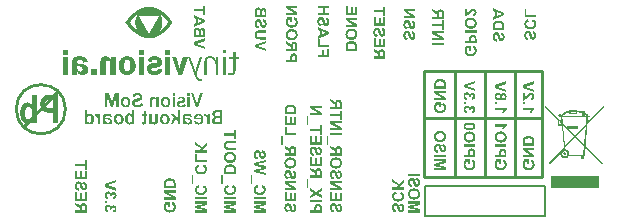
<source format=gbr>
%TF.GenerationSoftware,Altium Limited,Altium Designer,20.1.11 (218)*%
G04 Layer_Color=32896*
%FSLAX26Y26*%
%MOIN*%
%TF.SameCoordinates,3C5C7FA7-1F59-4671-A418-6E2A2DAA0BFA*%
%TF.FilePolarity,Positive*%
%TF.FileFunction,Legend,Bot*%
%TF.Part,Single*%
G01*
G75*
%TA.AperFunction,NonConductor*%
%ADD52C,0.007480*%
%ADD53C,0.007874*%
%ADD54C,0.005413*%
%ADD55C,0.010000*%
G36*
X488366Y795008D02*
X490376D01*
Y794673D01*
X492387D01*
Y794338D01*
X494062D01*
Y794003D01*
X495738D01*
Y793668D01*
X497078D01*
Y793332D01*
X498419D01*
Y792997D01*
X499759D01*
Y792662D01*
X500764D01*
Y792327D01*
X501770D01*
Y791992D01*
X502775D01*
Y791657D01*
X503780D01*
Y791322D01*
X504786D01*
Y790987D01*
X505791D01*
Y790652D01*
X506461D01*
Y790317D01*
X507466D01*
Y789981D01*
Y789646D01*
X508137D01*
Y789311D01*
X508807D01*
Y788976D01*
X509812D01*
Y788641D01*
X510482D01*
Y788306D01*
X511153D01*
Y787971D01*
X511823D01*
Y787636D01*
X512493D01*
Y787301D01*
X513163D01*
Y786966D01*
X513833D01*
Y786630D01*
X514504D01*
Y786295D01*
X515174D01*
Y785960D01*
X515844D01*
Y785625D01*
X516514D01*
Y785290D01*
X516849D01*
Y784955D01*
X517519D01*
Y784620D01*
X518190D01*
Y784285D01*
X518860D01*
Y783949D01*
X519195D01*
Y783615D01*
X519865D01*
Y783279D01*
X520200D01*
Y782944D01*
X520870D01*
Y782609D01*
X521541D01*
Y782274D01*
X521876D01*
Y781939D01*
X522546D01*
Y781604D01*
X522881D01*
Y781269D01*
X523551D01*
Y780934D01*
X523886D01*
Y780599D01*
X524557D01*
Y780264D01*
X524892D01*
Y779928D01*
X525227D01*
Y779593D01*
X525897D01*
Y779258D01*
X526232D01*
Y778923D01*
X526902D01*
Y778588D01*
X527237D01*
Y778253D01*
X527572D01*
Y777918D01*
X528243D01*
Y777583D01*
X528578D01*
Y777248D01*
X528913D01*
Y776913D01*
X529248D01*
Y776577D01*
X529918D01*
Y776242D01*
X530253D01*
Y775907D01*
X530588D01*
Y775572D01*
X530923D01*
Y775237D01*
X531593D01*
Y774902D01*
X531929D01*
Y774567D01*
X532264D01*
Y774232D01*
X532599D01*
Y773897D01*
X532934D01*
Y773561D01*
X533604D01*
Y773226D01*
X533939D01*
Y772891D01*
X534274D01*
Y772556D01*
X534610D01*
Y772221D01*
Y771886D01*
X534945D01*
Y771551D01*
X535280D01*
Y771216D01*
X535615D01*
Y770881D01*
X535950D01*
Y770546D01*
X536620D01*
Y770211D01*
X536955D01*
Y769875D01*
X537290D01*
Y769540D01*
X537625D01*
Y769205D01*
X537961D01*
Y768870D01*
X538296D01*
Y768535D01*
X538631D01*
Y768200D01*
X538966D01*
Y767865D01*
X539301D01*
Y767530D01*
X539636D01*
Y767195D01*
X539971D01*
Y766860D01*
X540306D01*
Y766524D01*
X540641D01*
Y766189D01*
X540976D01*
Y765854D01*
X541312D01*
Y765519D01*
X541647D01*
Y765184D01*
X541982D01*
Y764849D01*
X542317D01*
Y764514D01*
X542652D01*
Y764179D01*
X542987D01*
Y763844D01*
X543322D01*
Y763509D01*
X543657D01*
Y763173D01*
X543992D01*
Y762838D01*
X544327D01*
Y762503D01*
Y762168D01*
X544663D01*
Y761833D01*
X544997D01*
Y761498D01*
X545333D01*
Y761163D01*
X545668D01*
Y760828D01*
X546003D01*
Y760493D01*
X546338D01*
Y760158D01*
X546673D01*
Y759822D01*
X547008D01*
Y759487D01*
Y759152D01*
X547343D01*
Y758817D01*
X547678D01*
Y758482D01*
X548013D01*
Y758147D01*
X548349D01*
Y757812D01*
X548684D01*
Y757477D01*
X549019D01*
Y757142D01*
Y756807D01*
X549354D01*
Y756471D01*
X549689D01*
Y756136D01*
X550024D01*
Y755801D01*
X550359D01*
Y755466D01*
Y755131D01*
X550694D01*
Y754796D01*
X551029D01*
Y754461D01*
X551365D01*
Y754126D01*
Y753791D01*
X551700D01*
Y753456D01*
Y753120D01*
X552035D01*
Y752785D01*
X552370D01*
Y752450D01*
X552705D01*
Y752115D01*
Y751780D01*
X553040D01*
Y751445D01*
X553375D01*
Y751110D01*
X553710D01*
Y750775D01*
Y750440D01*
X554045D01*
Y750105D01*
X554380D01*
Y749769D01*
Y749434D01*
X554716D01*
Y749099D01*
X555051D01*
Y748764D01*
X555386D01*
Y748429D01*
Y748094D01*
X555721D01*
Y747759D01*
X556056D01*
Y747424D01*
Y747089D01*
X556391D01*
Y746754D01*
X556726D01*
Y746418D01*
Y746083D01*
X557061D01*
Y745748D01*
Y745413D01*
X557396D01*
Y745078D01*
X557731D01*
Y744743D01*
Y744408D01*
X558402D01*
Y744073D01*
X558737D01*
Y743738D01*
Y743403D01*
Y743067D01*
X558402D01*
Y742732D01*
Y742397D01*
X557731D01*
Y742062D01*
X557396D01*
Y741727D01*
Y741392D01*
X557061D01*
Y741057D01*
X556726D01*
Y740722D01*
Y740387D01*
X556391D01*
Y740052D01*
X556056D01*
Y739717D01*
X555721D01*
Y739381D01*
Y739046D01*
X555386D01*
Y738711D01*
X555051D01*
Y738376D01*
X554716D01*
Y738041D01*
Y737706D01*
X554380D01*
Y737371D01*
X554045D01*
Y737036D01*
Y736701D01*
X553710D01*
Y736365D01*
Y736030D01*
X553375D01*
Y735695D01*
X553040D01*
Y735360D01*
Y735025D01*
X552705D01*
Y734690D01*
X552370D01*
Y734355D01*
X552035D01*
Y734020D01*
Y733685D01*
X551700D01*
Y733350D01*
X551365D01*
Y733014D01*
X551029D01*
Y732679D01*
X550694D01*
Y732344D01*
Y732009D01*
X550359D01*
Y731674D01*
X550024D01*
Y731339D01*
X549689D01*
Y731004D01*
Y730669D01*
X549354D01*
Y730334D01*
X549019D01*
Y729999D01*
X548684D01*
Y729664D01*
X548349D01*
Y729328D01*
X548013D01*
Y728993D01*
Y728658D01*
X547678D01*
Y728323D01*
X547343D01*
Y727988D01*
X547008D01*
Y727653D01*
X546673D01*
Y727318D01*
Y726983D01*
X546338D01*
Y726648D01*
X546003D01*
Y726313D01*
X545668D01*
Y725977D01*
X545333D01*
Y725642D01*
X544997D01*
Y725307D01*
X544663D01*
Y724972D01*
X544327D01*
Y724637D01*
Y724302D01*
X543992D01*
Y723967D01*
X543657D01*
Y723632D01*
X543322D01*
Y723297D01*
X542987D01*
Y722962D01*
X542652D01*
Y722626D01*
X542317D01*
Y722291D01*
X541982D01*
Y721956D01*
X541647D01*
Y721621D01*
X541312D01*
Y721286D01*
X540976D01*
Y720951D01*
Y720616D01*
X540641D01*
Y720281D01*
X540306D01*
Y719946D01*
X539971D01*
Y719611D01*
X539636D01*
Y719275D01*
X539301D01*
Y718940D01*
X538966D01*
Y718605D01*
Y718270D01*
X538631D01*
Y717935D01*
X538296D01*
Y717600D01*
X537961D01*
Y717265D01*
X537625D01*
Y716930D01*
X537290D01*
Y716595D01*
X536955D01*
Y716260D01*
X536620D01*
Y715924D01*
X536285D01*
Y715589D01*
X535950D01*
Y715254D01*
X535615D01*
Y714919D01*
X534945D01*
Y714584D01*
X534610D01*
Y714249D01*
X534274D01*
Y713914D01*
X533939D01*
Y713579D01*
X533604D01*
Y713244D01*
X533269D01*
Y712909D01*
X532934D01*
Y712573D01*
X532599D01*
Y712238D01*
X532264D01*
Y711903D01*
X531593D01*
Y711568D01*
X531259D01*
Y711233D01*
X530923D01*
Y710898D01*
X530588D01*
Y710563D01*
X530253D01*
Y710228D01*
X529918D01*
Y709893D01*
X529248D01*
Y709558D01*
X528913D01*
Y709222D01*
X528578D01*
Y708887D01*
X528243D01*
Y708552D01*
X527572D01*
Y708217D01*
X527237D01*
Y707882D01*
X526902D01*
Y707547D01*
X526232D01*
Y707212D01*
X525897D01*
Y706877D01*
X525562D01*
Y706542D01*
X524892D01*
Y706207D01*
X524557D01*
Y705871D01*
X524221D01*
Y705536D01*
X523551D01*
Y705201D01*
X523216D01*
Y704866D01*
X522546D01*
Y704531D01*
X522211D01*
Y704196D01*
X521541D01*
Y703861D01*
X521205D01*
Y703526D01*
X520535D01*
Y703191D01*
X520200D01*
Y702856D01*
X519530D01*
Y702520D01*
X519195D01*
Y702185D01*
X518525D01*
Y701850D01*
X517855D01*
Y701515D01*
X517519D01*
Y701180D01*
X516849D01*
Y700845D01*
X516179D01*
Y700510D01*
Y700175D01*
X515509D01*
Y699840D01*
X515174D01*
Y699505D01*
X514504D01*
Y699169D01*
X513833D01*
Y698834D01*
X513163D01*
Y698499D01*
X512493D01*
Y698164D01*
X511823D01*
Y697829D01*
X511153D01*
Y697494D01*
X510482D01*
Y697159D01*
X509477D01*
Y696824D01*
X508807D01*
Y696489D01*
X508137D01*
Y696154D01*
X507131D01*
Y695818D01*
X506461D01*
Y695483D01*
X505456D01*
Y695148D01*
X504786D01*
Y694813D01*
X503780D01*
Y694478D01*
X502775D01*
Y694143D01*
X501770D01*
Y693808D01*
X500429D01*
Y693473D01*
X499424D01*
Y693138D01*
X498084D01*
Y692803D01*
X496743D01*
Y692468D01*
X495068D01*
Y692132D01*
X493392D01*
Y691797D01*
X491382D01*
Y691462D01*
X488366D01*
Y691127D01*
X476302D01*
Y691462D01*
X473286D01*
Y691797D01*
X470941D01*
Y692132D01*
X469265D01*
Y692468D01*
X467590D01*
Y692803D01*
X466249D01*
Y693138D01*
X464909D01*
Y693473D01*
X463568D01*
Y693808D01*
X462563D01*
Y694143D01*
X461558D01*
Y694478D01*
X460553D01*
Y694813D01*
X459547D01*
Y695148D01*
X458542D01*
Y695483D01*
X457537D01*
Y695818D01*
X456531D01*
Y696154D01*
X455861D01*
Y696489D01*
X454856D01*
Y696824D01*
X454186D01*
Y697159D01*
X453515D01*
Y697494D01*
X452845D01*
Y697829D01*
X451840D01*
Y698164D01*
X451170D01*
Y698499D01*
X450500D01*
Y698834D01*
X449829D01*
Y699169D01*
X449159D01*
Y699505D01*
X448489D01*
Y699840D01*
X447819D01*
Y700175D01*
X447149D01*
Y700510D01*
Y700845D01*
X446478D01*
Y701180D01*
X446143D01*
Y701515D01*
X445473D01*
Y701850D01*
X444803D01*
Y702185D01*
X444133D01*
Y702520D01*
X443798D01*
Y702856D01*
X443127D01*
Y703191D01*
X442457D01*
Y703526D01*
X442122D01*
Y703861D01*
X441452D01*
Y704196D01*
X440782D01*
Y704531D01*
X440447D01*
Y704866D01*
X439776D01*
Y705201D01*
X439441D01*
Y705536D01*
X438771D01*
Y705871D01*
X438436D01*
Y706207D01*
X437766D01*
Y706542D01*
X437431D01*
Y706877D01*
X436761D01*
Y707212D01*
X436425D01*
Y707547D01*
X436090D01*
Y707882D01*
X435420D01*
Y708217D01*
X435085D01*
Y708552D01*
X434415D01*
Y708887D01*
X434080D01*
Y709222D01*
X433745D01*
Y709558D01*
X433074D01*
Y709893D01*
X432739D01*
Y710228D01*
X432404D01*
Y710563D01*
X432069D01*
Y710898D01*
X431399D01*
Y711233D01*
X431064D01*
Y711568D01*
X430729D01*
Y711903D01*
X430058D01*
Y712238D01*
X429724D01*
Y712573D01*
X429388D01*
Y712909D01*
X429053D01*
Y713244D01*
X428718D01*
Y713579D01*
X428048D01*
Y713914D01*
X427713D01*
Y714249D01*
X427378D01*
Y714584D01*
X427043D01*
Y714919D01*
X426708D01*
Y715254D01*
X426372D01*
Y715589D01*
X425702D01*
Y715924D01*
X425367D01*
Y716260D01*
X425032D01*
Y716595D01*
X424697D01*
Y716930D01*
X424362D01*
Y717265D01*
X424027D01*
Y717600D01*
X423692D01*
Y717935D01*
X423356D01*
Y718270D01*
X423022D01*
Y718605D01*
Y718940D01*
X422686D01*
Y719275D01*
X422351D01*
Y719611D01*
X421681D01*
Y719946D01*
X421346D01*
Y720281D01*
X421011D01*
Y720616D01*
X420676D01*
Y720951D01*
X420341D01*
Y721286D01*
X420005D01*
Y721621D01*
X419670D01*
Y721956D01*
X419335D01*
Y722291D01*
X419000D01*
Y722626D01*
X418665D01*
Y722962D01*
X418330D01*
Y723297D01*
X417995D01*
Y723632D01*
X417660D01*
Y723967D01*
X417325D01*
Y724302D01*
X416990D01*
Y724637D01*
X416655D01*
Y724972D01*
Y725307D01*
X416320D01*
Y725642D01*
X415984D01*
Y725977D01*
X415649D01*
Y726313D01*
X415314D01*
Y726648D01*
X414979D01*
Y726983D01*
X414644D01*
Y727318D01*
X414309D01*
Y727653D01*
X413974D01*
Y727988D01*
X413639D01*
Y728323D01*
X413303D01*
Y728658D01*
X412968D01*
Y728993D01*
Y729328D01*
X412633D01*
Y729664D01*
X412298D01*
Y729999D01*
X411963D01*
Y730334D01*
X411628D01*
Y730669D01*
X411293D01*
Y731004D01*
X410958D01*
Y731339D01*
Y731674D01*
X410623D01*
Y732009D01*
X410288D01*
Y732344D01*
X409953D01*
Y732679D01*
X409618D01*
Y733014D01*
X408947D01*
Y733350D01*
Y733685D01*
X408612D01*
Y734020D01*
X408277D01*
Y734355D01*
X407942D01*
Y734690D01*
X407607D01*
Y735025D01*
Y735360D01*
X407272D01*
Y735695D01*
X406937D01*
Y736030D01*
X406601D01*
Y736365D01*
Y736701D01*
Y737036D01*
X406267D01*
Y737371D01*
X405932D01*
Y737706D01*
X405596D01*
Y738041D01*
Y738376D01*
X405261D01*
Y738711D01*
X404926D01*
Y739046D01*
X404591D01*
Y739381D01*
Y739717D01*
X404256D01*
Y740052D01*
X403921D01*
Y740387D01*
Y740722D01*
X403586D01*
Y741057D01*
X403251D01*
Y741392D01*
X402915D01*
Y741727D01*
Y742062D01*
X402580D01*
Y742397D01*
X402245D01*
Y742732D01*
Y743067D01*
X401910D01*
Y743403D01*
X401575D01*
Y743738D01*
Y744073D01*
X401910D01*
Y744408D01*
X402245D01*
Y744743D01*
Y745078D01*
X402580D01*
Y745413D01*
X402915D01*
Y745748D01*
X403251D01*
Y746083D01*
Y746418D01*
X403586D01*
Y746754D01*
X403921D01*
Y747089D01*
X404256D01*
Y747424D01*
X404591D01*
Y747759D01*
Y748094D01*
X404926D01*
Y748429D01*
X405261D01*
Y748764D01*
X405596D01*
Y749099D01*
X405932D01*
Y749434D01*
Y749769D01*
X406267D01*
Y750105D01*
X406601D01*
Y750440D01*
X406937D01*
Y750775D01*
X407272D01*
Y751110D01*
Y751445D01*
X407607D01*
Y751780D01*
X407942D01*
Y752115D01*
X408277D01*
Y752450D01*
X408612D01*
Y752785D01*
Y753120D01*
X408947D01*
Y753456D01*
X409618D01*
Y753791D01*
X409953D01*
Y754126D01*
Y754461D01*
X410288D01*
Y754796D01*
X410623D01*
Y755131D01*
Y755466D01*
X410958D01*
Y755801D01*
X411293D01*
Y756136D01*
X411628D01*
Y756471D01*
X411963D01*
Y756807D01*
X412298D01*
Y757142D01*
X412633D01*
Y757477D01*
X412968D01*
Y757812D01*
Y758147D01*
X413303D01*
Y758482D01*
X413639D01*
Y758817D01*
X413974D01*
Y759152D01*
X414309D01*
Y759487D01*
X414644D01*
Y759822D01*
X414979D01*
Y760158D01*
X415314D01*
Y760493D01*
X415649D01*
Y760828D01*
X415984D01*
Y761163D01*
X416320D01*
Y761498D01*
Y761833D01*
X416655D01*
Y762168D01*
X416990D01*
Y762503D01*
X417325D01*
Y762838D01*
X417660D01*
Y763173D01*
X417995D01*
Y763509D01*
X418330D01*
Y763844D01*
X418665D01*
Y764179D01*
X419000D01*
Y764514D01*
X419335D01*
Y764849D01*
X419670D01*
Y765184D01*
X420005D01*
Y765519D01*
X420341D01*
Y765854D01*
X420676D01*
Y766189D01*
X421011D01*
Y766524D01*
X421346D01*
Y766860D01*
X421681D01*
Y767195D01*
X422016D01*
Y767530D01*
X422351D01*
Y767865D01*
X422686D01*
Y768200D01*
X423022D01*
Y768535D01*
X423356D01*
Y768870D01*
X423692D01*
Y769205D01*
X424362D01*
Y769540D01*
X424697D01*
Y769875D01*
X425032D01*
Y770211D01*
X425367D01*
Y770546D01*
X425702D01*
Y770881D01*
X426037D01*
Y771216D01*
X426372D01*
Y771551D01*
X426708D01*
Y771886D01*
X427043D01*
Y772221D01*
Y772556D01*
X427713D01*
Y772891D01*
X428048D01*
Y773226D01*
X428383D01*
Y773561D01*
X428718D01*
Y773897D01*
X429053D01*
Y774232D01*
X429388D01*
Y774567D01*
X430058D01*
Y774902D01*
X430394D01*
Y775237D01*
X430729D01*
Y775572D01*
X431064D01*
Y775907D01*
X431734D01*
Y776242D01*
X432069D01*
Y776577D01*
X432404D01*
Y776913D01*
X432739D01*
Y777248D01*
X433409D01*
Y777583D01*
X433745D01*
Y777918D01*
X434080D01*
Y778253D01*
X434750D01*
Y778588D01*
X435085D01*
Y778923D01*
X435420D01*
Y779258D01*
X436090D01*
Y779593D01*
X436425D01*
Y779928D01*
X437096D01*
Y780264D01*
X437431D01*
Y780599D01*
X438101D01*
Y780934D01*
X438436D01*
Y781269D01*
X439106D01*
Y781604D01*
X439441D01*
Y781939D01*
X440111D01*
Y782274D01*
X440447D01*
Y782609D01*
X441117D01*
Y782944D01*
X441452D01*
Y783279D01*
X442122D01*
Y783615D01*
X442792D01*
Y783949D01*
X443127D01*
Y784285D01*
X443798D01*
Y784620D01*
X444468D01*
Y784955D01*
X444803D01*
Y785290D01*
X445473D01*
Y785625D01*
X446143D01*
Y785960D01*
X446813D01*
Y786295D01*
X447484D01*
Y786630D01*
X448154D01*
Y786966D01*
X448489D01*
Y787301D01*
X449159D01*
Y787636D01*
X449829D01*
Y787971D01*
X450835D01*
Y788306D01*
X451505D01*
Y788641D01*
X452175D01*
Y788976D01*
X452845D01*
Y789311D01*
X453851D01*
Y789646D01*
X454521D01*
Y789981D01*
Y790317D01*
X455191D01*
Y790652D01*
X456196D01*
Y790987D01*
X457202D01*
Y791322D01*
X457872D01*
Y791657D01*
X458877D01*
Y791992D01*
X459882D01*
Y792327D01*
X460888D01*
Y792662D01*
X462228D01*
Y792997D01*
X463233D01*
Y793332D01*
X464574D01*
Y793668D01*
X465914D01*
Y794003D01*
X467590D01*
Y794338D01*
X469265D01*
Y794673D01*
X471276D01*
Y795008D01*
X474962D01*
Y795343D01*
X488366D01*
Y795008D01*
D02*
G37*
G36*
X736339Y649915D02*
Y649580D01*
Y649245D01*
Y648910D01*
Y648574D01*
Y648239D01*
Y647904D01*
Y647569D01*
Y647234D01*
Y646899D01*
Y646564D01*
Y646229D01*
Y645894D01*
Y645559D01*
Y645223D01*
Y644889D01*
Y644553D01*
Y644218D01*
Y643883D01*
Y643548D01*
Y643213D01*
Y642878D01*
Y642543D01*
Y642208D01*
Y641873D01*
Y641537D01*
Y641202D01*
X727962D01*
Y641537D01*
Y641873D01*
Y642208D01*
Y642543D01*
Y642878D01*
Y643213D01*
Y643548D01*
Y643883D01*
Y644218D01*
Y644553D01*
Y644889D01*
Y645223D01*
Y645559D01*
Y645894D01*
Y646229D01*
Y646564D01*
Y646899D01*
Y647234D01*
Y647569D01*
Y647904D01*
Y648239D01*
Y648574D01*
Y648910D01*
Y649245D01*
Y649580D01*
Y649915D01*
Y650250D01*
X736339D01*
Y649915D01*
D02*
G37*
G36*
X550694Y651590D02*
Y651255D01*
Y650920D01*
Y650585D01*
Y650250D01*
Y649915D01*
Y649580D01*
Y649245D01*
Y648910D01*
Y648574D01*
Y648239D01*
Y647904D01*
Y647569D01*
Y647234D01*
Y646899D01*
Y646564D01*
Y646229D01*
Y645894D01*
Y645559D01*
Y645223D01*
Y644889D01*
Y644553D01*
Y644218D01*
Y643883D01*
Y643548D01*
Y643213D01*
Y642878D01*
Y642543D01*
Y642208D01*
Y641873D01*
Y641537D01*
Y641202D01*
Y640867D01*
Y640532D01*
Y640197D01*
Y639862D01*
Y639527D01*
Y639192D01*
Y638857D01*
Y638521D01*
Y638186D01*
Y637851D01*
Y637516D01*
Y637181D01*
Y636846D01*
Y636511D01*
Y636176D01*
Y635841D01*
Y635506D01*
Y635170D01*
Y634836D01*
Y634500D01*
Y634165D01*
X533269D01*
Y634500D01*
Y634836D01*
Y635170D01*
Y635506D01*
Y635841D01*
Y636176D01*
Y636511D01*
Y636846D01*
Y637181D01*
Y637516D01*
Y637851D01*
Y638186D01*
Y638521D01*
Y638857D01*
Y639192D01*
Y639527D01*
Y639862D01*
Y640197D01*
Y640532D01*
Y640867D01*
Y641202D01*
Y641537D01*
Y641873D01*
Y642208D01*
Y642543D01*
Y642878D01*
Y643213D01*
Y643548D01*
Y643883D01*
Y644218D01*
Y644553D01*
Y644889D01*
Y645223D01*
Y645559D01*
Y645894D01*
Y646229D01*
Y646564D01*
Y646899D01*
Y647234D01*
Y647569D01*
Y647904D01*
Y648239D01*
Y648574D01*
Y648910D01*
Y649245D01*
Y649580D01*
Y649915D01*
Y650250D01*
Y650585D01*
Y650920D01*
Y651255D01*
Y651590D01*
Y651926D01*
X550694D01*
Y651590D01*
D02*
G37*
G36*
X463904D02*
Y651255D01*
Y650920D01*
Y650585D01*
Y650250D01*
Y649915D01*
Y649580D01*
Y649245D01*
Y648910D01*
Y648574D01*
Y648239D01*
Y647904D01*
Y647569D01*
Y647234D01*
Y646899D01*
Y646564D01*
Y646229D01*
Y645894D01*
Y645559D01*
Y645223D01*
Y644889D01*
Y644553D01*
Y644218D01*
Y643883D01*
Y643548D01*
Y643213D01*
Y642878D01*
Y642543D01*
Y642208D01*
Y641873D01*
Y641537D01*
Y641202D01*
Y640867D01*
Y640532D01*
Y640197D01*
Y639862D01*
Y639527D01*
Y639192D01*
Y638857D01*
Y638521D01*
Y638186D01*
Y637851D01*
Y637516D01*
Y637181D01*
Y636846D01*
Y636511D01*
Y636176D01*
Y635841D01*
Y635506D01*
Y635170D01*
Y634836D01*
Y634500D01*
Y634165D01*
X446478D01*
Y634500D01*
Y634836D01*
Y635170D01*
Y635506D01*
Y635841D01*
Y636176D01*
Y636511D01*
Y636846D01*
Y637181D01*
Y637516D01*
Y637851D01*
Y638186D01*
Y638521D01*
Y638857D01*
Y639192D01*
Y639527D01*
Y639862D01*
Y640197D01*
Y640532D01*
Y640867D01*
Y641202D01*
Y641537D01*
Y641873D01*
Y642208D01*
Y642543D01*
Y642878D01*
Y643213D01*
Y643548D01*
Y643883D01*
Y644218D01*
Y644553D01*
Y644889D01*
Y645223D01*
Y645559D01*
Y645894D01*
Y646229D01*
Y646564D01*
Y646899D01*
Y647234D01*
Y647569D01*
Y647904D01*
Y648239D01*
Y648574D01*
Y648910D01*
Y649245D01*
Y649580D01*
Y649915D01*
Y650250D01*
Y650585D01*
Y650920D01*
Y651255D01*
Y651590D01*
Y651926D01*
X463904D01*
Y651590D01*
D02*
G37*
G36*
X210569D02*
Y651255D01*
Y650920D01*
Y650585D01*
Y650250D01*
Y649915D01*
Y649580D01*
Y649245D01*
Y648910D01*
Y648574D01*
Y648239D01*
Y647904D01*
Y647569D01*
Y647234D01*
Y646899D01*
Y646564D01*
Y646229D01*
Y645894D01*
Y645559D01*
Y645223D01*
Y644889D01*
Y644553D01*
Y644218D01*
Y643883D01*
Y643548D01*
Y643213D01*
Y642878D01*
Y642543D01*
Y642208D01*
Y641873D01*
Y641537D01*
Y641202D01*
Y640867D01*
Y640532D01*
Y640197D01*
Y639862D01*
Y639527D01*
Y639192D01*
Y638857D01*
Y638521D01*
Y638186D01*
Y637851D01*
Y637516D01*
Y637181D01*
Y636846D01*
Y636511D01*
Y636176D01*
Y635841D01*
Y635506D01*
Y635170D01*
Y634836D01*
Y634500D01*
Y634165D01*
X193143D01*
Y634500D01*
Y634836D01*
Y635170D01*
Y635506D01*
Y635841D01*
Y636176D01*
Y636511D01*
Y636846D01*
Y637181D01*
Y637516D01*
Y637851D01*
Y638186D01*
Y638521D01*
Y638857D01*
Y639192D01*
Y639527D01*
Y639862D01*
Y640197D01*
Y640532D01*
Y640867D01*
Y641202D01*
Y641537D01*
Y641873D01*
Y642208D01*
Y642543D01*
Y642878D01*
Y643213D01*
Y643548D01*
Y643883D01*
Y644218D01*
Y644553D01*
Y644889D01*
Y645223D01*
Y645559D01*
Y645894D01*
Y646229D01*
Y646564D01*
Y646899D01*
Y647234D01*
Y647569D01*
Y647904D01*
Y648239D01*
Y648574D01*
Y648910D01*
Y649245D01*
Y649580D01*
Y649915D01*
Y650250D01*
Y650585D01*
Y650920D01*
Y651255D01*
Y651590D01*
Y651926D01*
X210569D01*
Y651590D01*
D02*
G37*
G36*
X254131Y630144D02*
X256477D01*
Y629809D01*
X258152D01*
Y629474D01*
X259493D01*
Y629139D01*
X261168D01*
Y628804D01*
Y628468D01*
X262174D01*
Y628133D01*
X263179D01*
Y627798D01*
X263849D01*
Y627463D01*
X264854D01*
Y627128D01*
X265525D01*
Y626793D01*
X266195D01*
Y626458D01*
X266865D01*
Y626123D01*
X267535D01*
Y625788D01*
X267870D01*
Y625453D01*
X268541D01*
Y625117D01*
X268876D01*
Y624782D01*
X269546D01*
Y624447D01*
X269881D01*
Y624112D01*
X270216D01*
Y623777D01*
X270551D01*
Y623442D01*
X270886D01*
Y623107D01*
X271557D01*
Y622772D01*
X271892D01*
Y622437D01*
Y622102D01*
X272227D01*
Y621767D01*
X272562D01*
Y621432D01*
X272897D01*
Y621096D01*
X273232D01*
Y620761D01*
Y620426D01*
X273567D01*
Y620091D01*
X273902D01*
Y619756D01*
Y619421D01*
X274237D01*
Y619086D01*
Y618751D01*
X274572D01*
Y618415D01*
Y618080D01*
Y617745D01*
X274908D01*
Y617410D01*
Y617075D01*
X275243D01*
Y616740D01*
Y616405D01*
Y616070D01*
X275578D01*
Y615735D01*
Y615400D01*
Y615065D01*
Y614730D01*
X275913D01*
Y614394D01*
Y614059D01*
Y613724D01*
Y613389D01*
X276248D01*
Y613054D01*
Y612719D01*
Y612384D01*
Y612049D01*
Y611713D01*
X273567D01*
Y611379D01*
X270216D01*
Y611043D01*
Y610708D01*
X266865D01*
Y610373D01*
X263514D01*
Y610038D01*
X259828D01*
Y610373D01*
Y610708D01*
Y611043D01*
Y611379D01*
Y611713D01*
X259493D01*
Y612049D01*
Y612384D01*
Y612719D01*
X259158D01*
Y613054D01*
Y613389D01*
Y613724D01*
X258823D01*
Y614059D01*
Y614394D01*
X258488D01*
Y614730D01*
X258152D01*
Y615065D01*
Y615400D01*
X257817D01*
Y615735D01*
X257482D01*
Y616070D01*
X257147D01*
Y616405D01*
X256812D01*
Y616740D01*
X256477D01*
Y617075D01*
X255807D01*
Y617410D01*
X255472D01*
Y617745D01*
X254467D01*
Y618080D01*
X253796D01*
Y618415D01*
X252121D01*
Y618751D01*
X248100D01*
Y618415D01*
X246759D01*
Y618080D01*
X245754D01*
Y617745D01*
X245084D01*
Y617410D01*
X244749D01*
Y617075D01*
X244078D01*
Y616740D01*
X243743D01*
Y616405D01*
X243408D01*
Y616070D01*
Y615735D01*
X243073D01*
Y615400D01*
X242738D01*
Y615065D01*
Y614730D01*
X242403D01*
Y614394D01*
Y614059D01*
Y613724D01*
X242068D01*
Y613389D01*
Y613054D01*
Y612719D01*
Y612384D01*
X241733D01*
Y612049D01*
Y611713D01*
Y611379D01*
Y611043D01*
Y610708D01*
Y610373D01*
Y610038D01*
Y609703D01*
Y609368D01*
Y609033D01*
Y608698D01*
Y608363D01*
Y608028D01*
Y607692D01*
Y607357D01*
Y607022D01*
X243073D01*
Y606687D01*
X247094D01*
Y606352D01*
X250110D01*
Y606017D01*
X253126D01*
Y605682D01*
X255472D01*
Y605347D01*
X257482D01*
Y605012D01*
X259493D01*
Y604677D01*
X261168D01*
Y604341D01*
X262509D01*
Y604006D01*
X263514D01*
Y603671D01*
X264519D01*
Y603336D01*
X265525D01*
Y603001D01*
X266530D01*
Y602666D01*
X267200D01*
Y602331D01*
X267870D01*
Y601996D01*
X268541D01*
Y601661D01*
X268876D01*
Y601326D01*
X269546D01*
Y600990D01*
X270216D01*
Y600655D01*
X270551D01*
Y600320D01*
X270886D01*
Y599985D01*
X271557D01*
Y599650D01*
X271892D01*
Y599315D01*
X272227D01*
Y598980D01*
X272562D01*
Y598645D01*
X272897D01*
Y598310D01*
X273232D01*
Y597975D01*
X273567D01*
Y597639D01*
X273902D01*
Y597304D01*
X274237D01*
Y596969D01*
X274572D01*
Y596634D01*
X274908D01*
Y596299D01*
Y595964D01*
X275243D01*
Y595629D01*
X275578D01*
Y595294D01*
Y594959D01*
X275913D01*
Y594623D01*
Y594288D01*
X276248D01*
Y593953D01*
Y593618D01*
X276583D01*
Y593283D01*
Y592948D01*
Y592613D01*
X276918D01*
Y592278D01*
Y591943D01*
Y591608D01*
X277253D01*
Y591273D01*
Y590937D01*
Y590602D01*
X277588D01*
Y590267D01*
Y589932D01*
Y589597D01*
Y589262D01*
X277923D01*
Y588927D01*
Y588592D01*
Y588257D01*
Y587922D01*
Y587586D01*
Y587251D01*
Y586916D01*
Y586581D01*
Y586246D01*
X278259D01*
Y585911D01*
Y585576D01*
Y585241D01*
Y584906D01*
Y584571D01*
X277923D01*
Y584236D01*
Y583900D01*
Y583565D01*
Y583230D01*
Y582895D01*
Y582560D01*
Y582225D01*
Y581890D01*
Y581555D01*
X277588D01*
Y581219D01*
Y580884D01*
Y580549D01*
Y580214D01*
X277253D01*
Y579879D01*
Y579544D01*
Y579209D01*
X276918D01*
Y578874D01*
Y578539D01*
Y578204D01*
X276583D01*
Y577869D01*
Y577533D01*
X276248D01*
Y577198D01*
Y576863D01*
X275913D01*
Y576528D01*
X275578D01*
Y576193D01*
Y575858D01*
X275243D01*
Y575523D01*
X274908D01*
Y575188D01*
Y574853D01*
Y574518D01*
X274572D01*
Y574183D01*
X274237D01*
Y573847D01*
X273902D01*
Y573512D01*
X273567D01*
Y573177D01*
X273232D01*
Y572842D01*
X272897D01*
Y572507D01*
X272227D01*
Y572172D01*
X271892D01*
Y571837D01*
X271557D01*
Y571502D01*
X270886D01*
Y571167D01*
X270216D01*
Y570831D01*
X269881D01*
Y570496D01*
X268876D01*
Y570161D01*
X268206D01*
Y569826D01*
X267200D01*
Y569491D01*
X266195D01*
Y569156D01*
X264854D01*
Y568821D01*
X262174D01*
Y568486D01*
X256477D01*
Y568821D01*
X253796D01*
Y569156D01*
X252456D01*
Y569491D01*
X251451D01*
Y569826D01*
X250445D01*
Y570161D01*
X249775D01*
Y570496D01*
X249105D01*
Y570831D01*
X248435D01*
Y571167D01*
X248100D01*
Y571502D01*
X247429D01*
Y571837D01*
X247094D01*
Y572172D01*
X246424D01*
Y572507D01*
X246089D01*
Y572842D01*
X245754D01*
Y573177D01*
X245419D01*
Y573512D01*
X245084D01*
Y573847D01*
X244749D01*
Y574183D01*
X244414D01*
Y574518D01*
X244078D01*
Y574853D01*
X243743D01*
Y575188D01*
Y575523D01*
X243408D01*
Y575858D01*
X243073D01*
Y576193D01*
X242738D01*
Y576528D01*
X242403D01*
Y576863D01*
X242068D01*
Y577198D01*
Y577533D01*
X241733D01*
Y577869D01*
X241398D01*
Y578204D01*
X241062D01*
Y577869D01*
Y577533D01*
Y577198D01*
Y576863D01*
Y576528D01*
Y576193D01*
Y575858D01*
Y575523D01*
Y575188D01*
Y574853D01*
Y574518D01*
Y574183D01*
Y573847D01*
X240727D01*
Y573512D01*
Y573177D01*
Y572842D01*
Y572507D01*
Y572172D01*
Y571837D01*
Y571502D01*
X240392D01*
Y571167D01*
Y570831D01*
Y570496D01*
Y570161D01*
Y569826D01*
X223302D01*
Y570161D01*
Y570496D01*
Y570831D01*
X223637D01*
Y571167D01*
Y571502D01*
Y571837D01*
Y572172D01*
X223972D01*
Y572507D01*
Y572842D01*
Y573177D01*
Y573512D01*
Y573847D01*
X224308D01*
Y574183D01*
Y574518D01*
Y574853D01*
Y575188D01*
Y575523D01*
Y575858D01*
Y576193D01*
Y576528D01*
Y576863D01*
Y577198D01*
Y577533D01*
Y577869D01*
Y578204D01*
Y578539D01*
Y578874D01*
Y579209D01*
Y579544D01*
Y579879D01*
Y580214D01*
Y580549D01*
Y580884D01*
Y581219D01*
Y581555D01*
Y581890D01*
Y582225D01*
Y582560D01*
Y582895D01*
Y583230D01*
Y583565D01*
Y583900D01*
Y584236D01*
Y584571D01*
Y584906D01*
Y585241D01*
Y585576D01*
Y585911D01*
Y586246D01*
Y586581D01*
Y586916D01*
Y587251D01*
Y587586D01*
Y587922D01*
Y588257D01*
Y588592D01*
Y588927D01*
Y589262D01*
Y589597D01*
Y589932D01*
Y590267D01*
Y590602D01*
Y590937D01*
Y591273D01*
Y591608D01*
Y591943D01*
Y592278D01*
Y592613D01*
Y592948D01*
Y593283D01*
Y593618D01*
Y593953D01*
Y594288D01*
Y594623D01*
Y594959D01*
Y595294D01*
Y595629D01*
Y595964D01*
Y596299D01*
Y596634D01*
Y596969D01*
Y597304D01*
Y597639D01*
Y597975D01*
Y598310D01*
Y598645D01*
Y598980D01*
Y599315D01*
Y599650D01*
Y599985D01*
Y600320D01*
Y600655D01*
Y600990D01*
Y601326D01*
Y601661D01*
Y601996D01*
Y602331D01*
Y602666D01*
Y603001D01*
Y603336D01*
Y603671D01*
Y604006D01*
Y604341D01*
Y604677D01*
Y605012D01*
Y605347D01*
Y605682D01*
Y606017D01*
Y606352D01*
Y606687D01*
Y607022D01*
Y607357D01*
Y607692D01*
Y608028D01*
Y608363D01*
Y608698D01*
Y609033D01*
Y609368D01*
Y609703D01*
Y610038D01*
Y610373D01*
Y610708D01*
Y611043D01*
Y611379D01*
Y611713D01*
Y612049D01*
Y612384D01*
Y612719D01*
Y613054D01*
X224643D01*
Y613389D01*
Y613724D01*
Y614059D01*
Y614394D01*
Y614730D01*
Y615065D01*
Y615400D01*
Y615735D01*
Y616070D01*
Y616405D01*
X224978D01*
Y616740D01*
Y617075D01*
Y617410D01*
Y617745D01*
Y618080D01*
X225313D01*
Y618415D01*
Y618751D01*
Y619086D01*
Y619421D01*
X225648D01*
Y619756D01*
Y620091D01*
X225983D01*
Y620426D01*
Y620761D01*
X226318D01*
Y621096D01*
Y621432D01*
X226653D01*
Y621767D01*
Y622102D01*
X226988D01*
Y622437D01*
X227323D01*
Y622772D01*
X227659D01*
Y623107D01*
Y623442D01*
X227994D01*
Y623777D01*
X228329D01*
Y624112D01*
X228664D01*
Y624447D01*
X228999D01*
Y624782D01*
X229669D01*
Y625117D01*
X230004D01*
Y625453D01*
X230339D01*
Y625788D01*
X231010D01*
Y626123D01*
X231345D01*
Y626458D01*
X232015D01*
Y626793D01*
X232685D01*
Y627128D01*
X233355D01*
Y627463D01*
X234025D01*
Y627798D01*
X234696D01*
Y628133D01*
X235701D01*
Y628468D01*
X236706D01*
Y628804D01*
Y629139D01*
X238047D01*
Y629474D01*
X239387D01*
Y629809D01*
X241062D01*
Y630144D01*
X243408D01*
Y630479D01*
X254131D01*
Y630144D01*
D02*
G37*
G36*
X658261Y629139D02*
Y628804D01*
Y628468D01*
Y628133D01*
X657926D01*
Y627798D01*
Y627463D01*
Y627128D01*
X657591D01*
Y626793D01*
Y626458D01*
Y626123D01*
X657256D01*
Y625788D01*
Y625453D01*
Y625117D01*
X656921D01*
Y624782D01*
Y624447D01*
Y624112D01*
X656586D01*
Y623777D01*
Y623442D01*
Y623107D01*
X656251D01*
Y622772D01*
Y622437D01*
Y622102D01*
X655915D01*
Y621767D01*
Y621432D01*
Y621096D01*
X655580D01*
Y620761D01*
Y620426D01*
X655245D01*
Y620091D01*
Y619756D01*
Y619421D01*
X654910D01*
Y619086D01*
Y618751D01*
Y618415D01*
X654575D01*
Y618080D01*
Y617745D01*
Y617410D01*
X654240D01*
Y617075D01*
Y616740D01*
Y616405D01*
X653905D01*
Y616070D01*
Y615735D01*
Y615400D01*
X653570D01*
Y615065D01*
Y614730D01*
Y614394D01*
X653235D01*
Y614059D01*
Y613724D01*
Y613389D01*
X652899D01*
Y613054D01*
Y612719D01*
Y612384D01*
X652564D01*
Y612049D01*
Y611713D01*
Y611379D01*
X652229D01*
Y611043D01*
Y610708D01*
Y610373D01*
Y610038D01*
X651894D01*
Y609703D01*
Y609368D01*
X651559D01*
Y609033D01*
Y608698D01*
Y608363D01*
X651224D01*
Y608028D01*
Y607692D01*
Y607357D01*
X650889D01*
Y607022D01*
Y606687D01*
Y606352D01*
X650554D01*
Y606017D01*
Y605682D01*
Y605347D01*
X650219D01*
Y605012D01*
Y604677D01*
Y604341D01*
X649884D01*
Y604006D01*
Y603671D01*
Y603336D01*
X649549D01*
Y603001D01*
Y602666D01*
Y602331D01*
X649213D01*
Y601996D01*
Y601661D01*
Y601326D01*
X648879D01*
Y600990D01*
Y600655D01*
Y600320D01*
X648543D01*
Y599985D01*
Y599650D01*
X648208D01*
Y599315D01*
Y598980D01*
Y598645D01*
X647873D01*
Y598310D01*
Y597975D01*
Y597639D01*
X647538D01*
Y597304D01*
Y596969D01*
Y596634D01*
X647203D01*
Y596299D01*
Y595964D01*
Y595629D01*
X646868D01*
Y595294D01*
Y594959D01*
Y594623D01*
X646533D01*
Y594288D01*
Y593953D01*
Y593618D01*
X646198D01*
Y593283D01*
Y592948D01*
Y592613D01*
Y592278D01*
X645862D01*
Y591943D01*
Y591608D01*
Y591273D01*
X645527D01*
Y590937D01*
Y590602D01*
Y590267D01*
X645192D01*
Y589932D01*
Y589597D01*
Y589262D01*
X644857D01*
Y588927D01*
Y588592D01*
X644522D01*
Y588257D01*
Y587922D01*
Y587586D01*
X644187D01*
Y587251D01*
Y586916D01*
Y586581D01*
X643852D01*
Y586246D01*
Y585911D01*
Y585576D01*
X643517D01*
Y585241D01*
Y584906D01*
Y584571D01*
X643182D01*
Y584236D01*
Y583900D01*
Y583565D01*
X642846D01*
Y583230D01*
Y582895D01*
Y582560D01*
X642511D01*
Y582225D01*
Y581890D01*
Y581555D01*
X642176D01*
Y581219D01*
Y580884D01*
Y580549D01*
X641841D01*
Y580214D01*
Y579879D01*
Y579544D01*
X641506D01*
Y579209D01*
Y578874D01*
X641171D01*
Y578539D01*
Y578204D01*
Y577869D01*
X640836D01*
Y577533D01*
Y577198D01*
Y576863D01*
X640501D01*
Y576528D01*
Y576193D01*
Y575858D01*
X640166D01*
Y575523D01*
Y575188D01*
Y574853D01*
Y574518D01*
X639831D01*
Y574183D01*
Y573847D01*
Y573512D01*
X639495D01*
Y573177D01*
Y572842D01*
Y572507D01*
X639160D01*
Y572172D01*
Y571837D01*
Y571502D01*
X638825D01*
Y571167D01*
Y570831D01*
Y570496D01*
Y570161D01*
X639160D01*
Y569826D01*
Y569491D01*
Y569156D01*
X639495D01*
Y568821D01*
Y568486D01*
X639831D01*
Y568151D01*
Y567816D01*
Y567481D01*
X640166D01*
Y567145D01*
Y566810D01*
Y566475D01*
X640501D01*
Y566140D01*
Y565805D01*
X640836D01*
Y565470D01*
Y565135D01*
Y564800D01*
X641171D01*
Y564465D01*
Y564130D01*
X641506D01*
Y563794D01*
Y563459D01*
X641841D01*
Y563124D01*
Y562789D01*
X642176D01*
Y562454D01*
Y562119D01*
X642511D01*
Y561784D01*
Y561449D01*
X642846D01*
Y561114D01*
Y560779D01*
X643182D01*
Y560443D01*
Y560108D01*
X643517D01*
Y559773D01*
X643852D01*
Y559438D01*
X644187D01*
Y559103D01*
Y558768D01*
X644522D01*
Y558433D01*
X644857D01*
Y558098D01*
X645192D01*
Y557763D01*
X645527D01*
Y557428D01*
Y557092D01*
X646198D01*
Y556757D01*
X646533D01*
Y556422D01*
X646868D01*
Y556087D01*
X647538D01*
Y555752D01*
X648208D01*
Y555417D01*
X649549D01*
Y555082D01*
X651559D01*
Y554747D01*
X652899D01*
Y555082D01*
X655580D01*
Y555417D01*
X657256D01*
Y555752D01*
X658596D01*
Y556087D01*
X658931D01*
Y555752D01*
Y555417D01*
Y555082D01*
Y554747D01*
Y554412D01*
Y554077D01*
Y553741D01*
Y553406D01*
Y553071D01*
Y552736D01*
Y552401D01*
Y552066D01*
Y551731D01*
Y551396D01*
Y551061D01*
Y550726D01*
Y550390D01*
Y550055D01*
Y549720D01*
X657926D01*
Y549385D01*
X656586D01*
Y549050D01*
X654240D01*
Y548715D01*
X649549D01*
Y549050D01*
X647538D01*
Y549385D01*
X646198D01*
Y549720D01*
X645192D01*
Y550055D01*
X644522D01*
Y550390D01*
X643852D01*
Y550726D01*
X643182D01*
Y551061D01*
X642511D01*
Y551396D01*
X642176D01*
Y551731D01*
X641841D01*
Y552066D01*
X641171D01*
Y552401D01*
X640836D01*
Y552736D01*
X640501D01*
Y553071D01*
X640166D01*
Y553406D01*
X639831D01*
Y553741D01*
X639495D01*
Y554077D01*
X639160D01*
Y554412D01*
Y554747D01*
X638825D01*
Y555082D01*
X638490D01*
Y555417D01*
X638155D01*
Y555752D01*
Y556087D01*
X637820D01*
Y556422D01*
Y556757D01*
X637485D01*
Y557092D01*
X637150D01*
Y557428D01*
Y557763D01*
Y558098D01*
X636815D01*
Y558433D01*
Y558768D01*
X636480D01*
Y559103D01*
Y559438D01*
X636145D01*
Y559773D01*
Y560108D01*
X635809D01*
Y560443D01*
Y560779D01*
X635474D01*
Y561114D01*
Y561449D01*
Y561784D01*
X635139D01*
Y562119D01*
Y562454D01*
X634804D01*
Y562789D01*
Y563124D01*
Y563459D01*
X634469D01*
Y563794D01*
Y564130D01*
X634134D01*
Y564465D01*
Y564800D01*
Y565135D01*
X633799D01*
Y565470D01*
Y565805D01*
Y566140D01*
X633464D01*
Y566475D01*
Y566810D01*
X633129D01*
Y567145D01*
Y567481D01*
Y567816D01*
X632794D01*
Y568151D01*
Y568486D01*
Y568821D01*
X632459D01*
Y569156D01*
Y569491D01*
Y569826D01*
X632123D01*
Y570161D01*
Y570496D01*
X631788D01*
Y570831D01*
Y571167D01*
Y571502D01*
X631453D01*
Y571837D01*
Y572172D01*
Y572507D01*
X631118D01*
Y572842D01*
Y573177D01*
X630783D01*
Y573512D01*
Y573847D01*
Y574183D01*
X630448D01*
Y574518D01*
Y574853D01*
Y575188D01*
Y575523D01*
X630113D01*
Y575858D01*
Y576193D01*
Y576528D01*
X629778D01*
Y576863D01*
Y577198D01*
X629443D01*
Y577533D01*
Y577869D01*
Y578204D01*
X629107D01*
Y578539D01*
Y578874D01*
Y579209D01*
X628772D01*
Y579544D01*
Y579879D01*
X628437D01*
Y580214D01*
Y580549D01*
Y580884D01*
X628102D01*
Y581219D01*
Y581555D01*
Y581890D01*
X627767D01*
Y582225D01*
Y582560D01*
Y582895D01*
X627432D01*
Y583230D01*
Y583565D01*
X627097D01*
Y583900D01*
Y584236D01*
Y584571D01*
X626762D01*
Y584906D01*
Y585241D01*
Y585576D01*
X626427D01*
Y585911D01*
Y586246D01*
Y586581D01*
X626092D01*
Y586916D01*
Y587251D01*
X625757D01*
Y587586D01*
Y587922D01*
Y588257D01*
X625422D01*
Y588592D01*
Y588927D01*
Y589262D01*
X625086D01*
Y589597D01*
Y589932D01*
X624751D01*
Y590267D01*
Y590602D01*
Y590937D01*
X624416D01*
Y591273D01*
Y591608D01*
Y591943D01*
X624081D01*
Y592278D01*
Y592613D01*
Y592948D01*
X623746D01*
Y593283D01*
Y593618D01*
Y593953D01*
X623411D01*
Y594288D01*
Y594623D01*
Y594959D01*
X623076D01*
Y595294D01*
Y595629D01*
Y595964D01*
X622741D01*
Y596299D01*
Y596634D01*
X622405D01*
Y596969D01*
Y597304D01*
Y597639D01*
X622070D01*
Y597975D01*
Y598310D01*
Y598645D01*
X621735D01*
Y598980D01*
Y599315D01*
Y599650D01*
X621400D01*
Y599985D01*
Y600320D01*
X621065D01*
Y600655D01*
Y600990D01*
Y601326D01*
X620730D01*
Y601661D01*
Y601996D01*
Y602331D01*
X620395D01*
Y602666D01*
Y603001D01*
X620060D01*
Y603336D01*
Y603671D01*
Y604006D01*
X619725D01*
Y604341D01*
Y604677D01*
Y605012D01*
X619390D01*
Y605347D01*
Y605682D01*
Y606017D01*
X619055D01*
Y606352D01*
Y606687D01*
X618719D01*
Y607022D01*
Y607357D01*
Y607692D01*
X618384D01*
Y608028D01*
Y608363D01*
Y608698D01*
X618049D01*
Y609033D01*
Y609368D01*
X617714D01*
Y609703D01*
Y610038D01*
Y610373D01*
X617379D01*
Y610708D01*
Y611043D01*
Y611379D01*
Y611713D01*
X617044D01*
Y612049D01*
Y612384D01*
Y612719D01*
X616709D01*
Y613054D01*
Y613389D01*
X616374D01*
Y613724D01*
Y614059D01*
Y614394D01*
X616038D01*
Y614730D01*
Y615065D01*
Y615400D01*
X615703D01*
Y615735D01*
Y616070D01*
X615369D01*
Y616405D01*
Y616740D01*
Y617075D01*
X615033D01*
Y617410D01*
Y617745D01*
Y618080D01*
X614698D01*
Y618415D01*
Y618751D01*
Y619086D01*
X614363D01*
Y619421D01*
Y619756D01*
X614028D01*
Y620091D01*
Y620426D01*
Y620761D01*
X613693D01*
Y621096D01*
Y621432D01*
Y621767D01*
X613358D01*
Y622102D01*
Y622437D01*
X613023D01*
Y622772D01*
Y623107D01*
Y623442D01*
X612688D01*
Y623777D01*
Y624112D01*
Y624447D01*
X612353D01*
Y624782D01*
Y625117D01*
Y625453D01*
X612018D01*
Y625788D01*
Y626123D01*
X611682D01*
Y626458D01*
Y626793D01*
Y627128D01*
X611347D01*
Y627463D01*
Y627798D01*
X611012D01*
Y627463D01*
Y627128D01*
Y626793D01*
X610677D01*
Y626458D01*
Y626123D01*
Y625788D01*
X610342D01*
Y625453D01*
Y625117D01*
Y624782D01*
X610007D01*
Y624447D01*
Y624112D01*
Y623777D01*
X609672D01*
Y623442D01*
Y623107D01*
X609337D01*
Y622772D01*
Y622437D01*
Y622102D01*
X609002D01*
Y621767D01*
Y621432D01*
Y621096D01*
X608666D01*
Y620761D01*
Y620426D01*
Y620091D01*
X608331D01*
Y619756D01*
Y619421D01*
Y619086D01*
X607996D01*
Y618751D01*
Y618415D01*
Y618080D01*
X607661D01*
Y617745D01*
Y617410D01*
Y617075D01*
X607326D01*
Y616740D01*
Y616405D01*
Y616070D01*
X606991D01*
Y615735D01*
Y615400D01*
Y615065D01*
X606656D01*
Y614730D01*
Y614394D01*
Y614059D01*
X606321D01*
Y613724D01*
Y613389D01*
Y613054D01*
X605986D01*
Y612719D01*
Y612384D01*
Y612049D01*
X605650D01*
Y611713D01*
Y611379D01*
X605315D01*
Y611043D01*
Y610708D01*
Y610373D01*
Y610038D01*
X604980D01*
Y609703D01*
Y609368D01*
Y609033D01*
X604645D01*
Y608698D01*
Y608363D01*
Y608028D01*
X604310D01*
Y607692D01*
Y607357D01*
Y607022D01*
X603975D01*
Y606687D01*
Y606352D01*
Y606017D01*
X603640D01*
Y605682D01*
Y605347D01*
Y605012D01*
X603305D01*
Y604677D01*
Y604341D01*
Y604006D01*
X602970D01*
Y603671D01*
Y603336D01*
Y603001D01*
X602635D01*
Y602666D01*
Y602331D01*
Y601996D01*
X602300D01*
Y601661D01*
Y601326D01*
Y600990D01*
X601965D01*
Y600655D01*
Y600320D01*
Y599985D01*
X601629D01*
Y599650D01*
Y599315D01*
X601294D01*
Y598980D01*
Y598645D01*
Y598310D01*
X600959D01*
Y597975D01*
Y597639D01*
Y597304D01*
X600624D01*
Y596969D01*
Y596634D01*
Y596299D01*
X600289D01*
Y595964D01*
Y595629D01*
Y595294D01*
X599954D01*
Y594959D01*
Y594623D01*
Y594288D01*
X599619D01*
Y593953D01*
Y593618D01*
Y593283D01*
Y592948D01*
X599284D01*
Y592613D01*
Y592278D01*
Y591943D01*
X598949D01*
Y591608D01*
Y591273D01*
Y590937D01*
X598614D01*
Y590602D01*
Y590267D01*
Y589932D01*
X598278D01*
Y589597D01*
Y589262D01*
Y588927D01*
X597943D01*
Y588592D01*
Y588257D01*
Y587922D01*
X597608D01*
Y587586D01*
Y587251D01*
X597273D01*
Y586916D01*
Y586581D01*
Y586246D01*
X596938D01*
Y585911D01*
Y585576D01*
Y585241D01*
X596603D01*
Y584906D01*
Y584571D01*
Y584236D01*
X596268D01*
Y583900D01*
Y583565D01*
Y583230D01*
X595933D01*
Y582895D01*
Y582560D01*
Y582225D01*
X595598D01*
Y581890D01*
Y581555D01*
Y581219D01*
X595263D01*
Y580884D01*
Y580549D01*
Y580214D01*
X594927D01*
Y579879D01*
Y579544D01*
Y579209D01*
X594592D01*
Y578874D01*
Y578539D01*
Y578204D01*
X594257D01*
Y577869D01*
Y577533D01*
Y577198D01*
X593922D01*
Y576863D01*
Y576528D01*
Y576193D01*
X593587D01*
Y575858D01*
Y575523D01*
X593252D01*
Y575188D01*
Y574853D01*
Y574518D01*
Y574183D01*
X592917D01*
Y573847D01*
Y573512D01*
Y573177D01*
X592582D01*
Y572842D01*
Y572507D01*
Y572172D01*
X592246D01*
Y571837D01*
Y571502D01*
Y571167D01*
X591912D01*
Y570831D01*
Y570496D01*
Y570161D01*
X591576D01*
Y569826D01*
X577837D01*
Y570161D01*
Y570496D01*
X577502D01*
Y570831D01*
Y571167D01*
Y571502D01*
X577167D01*
Y571837D01*
Y572172D01*
Y572507D01*
X576832D01*
Y572842D01*
Y573177D01*
Y573512D01*
X576497D01*
Y573847D01*
Y574183D01*
Y574518D01*
X576162D01*
Y574853D01*
Y575188D01*
Y575523D01*
Y575858D01*
X575827D01*
Y576193D01*
Y576528D01*
Y576863D01*
X575492D01*
Y577198D01*
Y577533D01*
Y577869D01*
X575157D01*
Y578204D01*
Y578539D01*
Y578874D01*
X574821D01*
Y579209D01*
Y579544D01*
Y579879D01*
X574486D01*
Y580214D01*
Y580549D01*
X574151D01*
Y580884D01*
Y581219D01*
Y581555D01*
X573816D01*
Y581890D01*
Y582225D01*
Y582560D01*
X573481D01*
Y582895D01*
Y583230D01*
Y583565D01*
X573146D01*
Y583900D01*
Y584236D01*
Y584571D01*
X572811D01*
Y584906D01*
Y585241D01*
Y585576D01*
X572476D01*
Y585911D01*
Y586246D01*
Y586581D01*
X572141D01*
Y586916D01*
Y587251D01*
Y587586D01*
X571806D01*
Y587922D01*
Y588257D01*
Y588592D01*
X571470D01*
Y588927D01*
Y589262D01*
Y589597D01*
X571135D01*
Y589932D01*
Y590267D01*
Y590602D01*
X570800D01*
Y590937D01*
Y591273D01*
Y591608D01*
X570465D01*
Y591943D01*
Y592278D01*
X570130D01*
Y592613D01*
Y592948D01*
Y593283D01*
Y593618D01*
X569795D01*
Y593953D01*
Y594288D01*
Y594623D01*
X569460D01*
Y594959D01*
Y595294D01*
Y595629D01*
X569125D01*
Y595964D01*
Y596299D01*
Y596634D01*
X568789D01*
Y596969D01*
Y597304D01*
Y597639D01*
X568455D01*
Y597975D01*
Y598310D01*
Y598645D01*
X568119D01*
Y598980D01*
Y599315D01*
Y599650D01*
X567784D01*
Y599985D01*
Y600320D01*
Y600655D01*
X567449D01*
Y600990D01*
Y601326D01*
Y601661D01*
X567114D01*
Y601996D01*
Y602331D01*
Y602666D01*
X566779D01*
Y603001D01*
Y603336D01*
Y603671D01*
X566444D01*
Y604006D01*
Y604341D01*
X566109D01*
Y604677D01*
Y605012D01*
Y605347D01*
X565774D01*
Y605682D01*
Y606017D01*
Y606352D01*
X565439D01*
Y606687D01*
Y607022D01*
Y607357D01*
X565104D01*
Y607692D01*
Y608028D01*
Y608363D01*
X564769D01*
Y608698D01*
Y609033D01*
Y609368D01*
X564433D01*
Y609703D01*
Y610038D01*
Y610373D01*
X564098D01*
Y610708D01*
Y611043D01*
Y611379D01*
Y611713D01*
X563763D01*
Y612049D01*
Y612384D01*
Y612719D01*
X563428D01*
Y613054D01*
Y613389D01*
Y613724D01*
X563093D01*
Y614059D01*
Y614394D01*
Y614730D01*
X562758D01*
Y615065D01*
Y615400D01*
Y615735D01*
X562423D01*
Y616070D01*
Y616405D01*
X562088D01*
Y616740D01*
Y617075D01*
Y617410D01*
X561753D01*
Y617745D01*
Y618080D01*
Y618415D01*
X561417D01*
Y618751D01*
Y619086D01*
Y619421D01*
X561082D01*
Y619756D01*
Y620091D01*
Y620426D01*
X560747D01*
Y620761D01*
Y621096D01*
Y621432D01*
X560412D01*
Y621767D01*
Y622102D01*
Y622437D01*
X560077D01*
Y622772D01*
Y623107D01*
Y623442D01*
X559742D01*
Y623777D01*
Y624112D01*
Y624447D01*
X559407D01*
Y624782D01*
Y625117D01*
Y625453D01*
X559072D01*
Y625788D01*
Y626123D01*
Y626458D01*
X558737D01*
Y626793D01*
Y627128D01*
Y627463D01*
X558402D01*
Y627798D01*
Y628133D01*
X557731D01*
Y628468D01*
Y628804D01*
Y629139D01*
Y629474D01*
X571135D01*
Y629139D01*
Y628804D01*
Y628468D01*
X571470D01*
Y628133D01*
Y627798D01*
Y627463D01*
X571806D01*
Y627128D01*
Y626793D01*
Y626458D01*
X572141D01*
Y626123D01*
Y625788D01*
Y625453D01*
Y625117D01*
X572476D01*
Y624782D01*
Y624447D01*
Y624112D01*
X572811D01*
Y623777D01*
Y623442D01*
Y623107D01*
X573146D01*
Y622772D01*
Y622437D01*
Y622102D01*
X573481D01*
Y621767D01*
Y621432D01*
Y621096D01*
X573816D01*
Y620761D01*
Y620426D01*
Y620091D01*
Y619756D01*
X574151D01*
Y619421D01*
Y619086D01*
Y618751D01*
X574486D01*
Y618415D01*
Y618080D01*
Y617745D01*
X574821D01*
Y617410D01*
Y617075D01*
Y616740D01*
X575157D01*
Y616405D01*
Y616070D01*
Y615735D01*
X575492D01*
Y615400D01*
Y615065D01*
Y614730D01*
Y614394D01*
X575827D01*
Y614059D01*
Y613724D01*
Y613389D01*
X576162D01*
Y613054D01*
Y612719D01*
Y612384D01*
X576497D01*
Y612049D01*
Y611713D01*
Y611379D01*
X576832D01*
Y611043D01*
Y610708D01*
Y610373D01*
Y610038D01*
Y609703D01*
X577167D01*
Y609368D01*
Y609033D01*
Y608698D01*
X577502D01*
Y608363D01*
Y608028D01*
Y607692D01*
X577837D01*
Y607357D01*
Y607022D01*
Y606687D01*
X578173D01*
Y606352D01*
Y606017D01*
Y605682D01*
X578508D01*
Y605347D01*
Y605012D01*
Y604677D01*
Y604341D01*
X578842D01*
Y604006D01*
Y603671D01*
Y603336D01*
X579178D01*
Y603001D01*
Y602666D01*
Y602331D01*
X579513D01*
Y601996D01*
Y601661D01*
Y601326D01*
X579848D01*
Y600990D01*
Y600655D01*
Y600320D01*
Y599985D01*
X580183D01*
Y599650D01*
Y599315D01*
Y598980D01*
X580518D01*
Y598645D01*
Y598310D01*
Y597975D01*
X580853D01*
Y597639D01*
Y597304D01*
Y596969D01*
X581188D01*
Y596634D01*
Y596299D01*
Y595964D01*
X581523D01*
Y595629D01*
Y595294D01*
Y594959D01*
Y594623D01*
X581859D01*
Y594288D01*
Y593953D01*
Y593618D01*
X582194D01*
Y593283D01*
Y592948D01*
Y592613D01*
Y592278D01*
X582529D01*
Y592613D01*
Y592948D01*
Y593283D01*
Y593618D01*
X582864D01*
Y593953D01*
Y594288D01*
Y594623D01*
X583199D01*
Y594959D01*
Y595294D01*
Y595629D01*
Y595964D01*
X583534D01*
Y596299D01*
Y596634D01*
Y596969D01*
X583869D01*
Y597304D01*
Y597639D01*
Y597975D01*
X584204D01*
Y598310D01*
Y598645D01*
Y598980D01*
X584539D01*
Y599315D01*
Y599650D01*
Y599985D01*
Y600320D01*
X584874D01*
Y600655D01*
Y600990D01*
Y601326D01*
X585209D01*
Y601661D01*
Y601996D01*
Y602331D01*
X585545D01*
Y602666D01*
Y603001D01*
Y603336D01*
Y603671D01*
X585880D01*
Y604006D01*
Y604341D01*
Y604677D01*
X586215D01*
Y605012D01*
Y605347D01*
Y605682D01*
X586550D01*
Y606017D01*
Y606352D01*
Y606687D01*
X586885D01*
Y607022D01*
Y607357D01*
Y607692D01*
Y608028D01*
X587220D01*
Y608363D01*
Y608698D01*
Y609033D01*
X587555D01*
Y609368D01*
Y609703D01*
Y610038D01*
X587890D01*
Y610373D01*
Y610708D01*
Y611043D01*
Y611379D01*
Y611713D01*
X588225D01*
Y612049D01*
Y612384D01*
Y612719D01*
X588561D01*
Y613054D01*
Y613389D01*
Y613724D01*
X588896D01*
Y614059D01*
Y614394D01*
Y614730D01*
X589231D01*
Y615065D01*
Y615400D01*
Y615735D01*
Y616070D01*
X589566D01*
Y616405D01*
Y616740D01*
Y617075D01*
X589901D01*
Y617410D01*
Y617745D01*
Y618080D01*
X590236D01*
Y618415D01*
Y618751D01*
Y619086D01*
Y619421D01*
X590571D01*
Y619756D01*
Y620091D01*
Y620426D01*
X590906D01*
Y620761D01*
Y621096D01*
Y621432D01*
X591241D01*
Y621767D01*
Y622102D01*
Y622437D01*
X591576D01*
Y622772D01*
Y623107D01*
Y623442D01*
Y623777D01*
X591912D01*
Y624112D01*
Y624447D01*
Y624782D01*
X592246D01*
Y625117D01*
Y625453D01*
Y625788D01*
X592582D01*
Y626123D01*
Y626458D01*
Y626793D01*
Y627128D01*
X592917D01*
Y627463D01*
Y627798D01*
Y628133D01*
X593252D01*
Y628468D01*
Y628804D01*
Y629139D01*
Y629474D01*
X617714D01*
Y629139D01*
X618049D01*
Y628804D01*
Y628468D01*
Y628133D01*
Y627798D01*
X618384D01*
Y627463D01*
Y627128D01*
Y626793D01*
X618719D01*
Y626458D01*
Y626123D01*
Y625788D01*
X619055D01*
Y625453D01*
Y625117D01*
X619390D01*
Y624782D01*
Y624447D01*
Y624112D01*
X619725D01*
Y623777D01*
Y623442D01*
Y623107D01*
X620060D01*
Y622772D01*
Y622437D01*
Y622102D01*
X620395D01*
Y621767D01*
Y621432D01*
X620730D01*
Y621096D01*
Y620761D01*
Y620426D01*
X621065D01*
Y620091D01*
Y619756D01*
Y619421D01*
X621400D01*
Y619086D01*
Y618751D01*
X621735D01*
Y618415D01*
Y618080D01*
Y617745D01*
X622070D01*
Y617410D01*
Y617075D01*
Y616740D01*
X622405D01*
Y616405D01*
Y616070D01*
Y615735D01*
X622741D01*
Y615400D01*
Y615065D01*
X623076D01*
Y614730D01*
Y614394D01*
Y614059D01*
X623411D01*
Y613724D01*
Y613389D01*
Y613054D01*
X623746D01*
Y612719D01*
Y612384D01*
Y612049D01*
X624081D01*
Y611713D01*
Y611379D01*
X624416D01*
Y611043D01*
Y610708D01*
Y610373D01*
Y610038D01*
X624751D01*
Y609703D01*
Y609368D01*
Y609033D01*
X625086D01*
Y608698D01*
Y608363D01*
X625422D01*
Y608028D01*
Y607692D01*
Y607357D01*
X625757D01*
Y607022D01*
Y606687D01*
Y606352D01*
X626092D01*
Y606017D01*
Y605682D01*
Y605347D01*
X626427D01*
Y605012D01*
Y604677D01*
X626762D01*
Y604341D01*
Y604006D01*
Y603671D01*
X627097D01*
Y603336D01*
Y603001D01*
Y602666D01*
X627432D01*
Y602331D01*
Y601996D01*
Y601661D01*
X627767D01*
Y601326D01*
Y600990D01*
X628102D01*
Y600655D01*
Y600320D01*
Y599985D01*
X628437D01*
Y599650D01*
Y599315D01*
Y598980D01*
X628772D01*
Y598645D01*
Y598310D01*
X629107D01*
Y597975D01*
Y597639D01*
Y597304D01*
X629443D01*
Y596969D01*
Y596634D01*
Y596299D01*
X629778D01*
Y595964D01*
Y595629D01*
Y595294D01*
X630113D01*
Y594959D01*
Y594623D01*
X630448D01*
Y594288D01*
Y593953D01*
Y593618D01*
X630783D01*
Y593283D01*
Y592948D01*
Y592613D01*
Y592278D01*
X631118D01*
Y591943D01*
Y591608D01*
Y591273D01*
X631453D01*
Y590937D01*
Y590602D01*
X631788D01*
Y590267D01*
Y589932D01*
Y589597D01*
X632123D01*
Y589262D01*
Y588927D01*
Y588592D01*
X632459D01*
Y588257D01*
Y587922D01*
X632794D01*
Y587586D01*
Y587251D01*
Y586916D01*
X633129D01*
Y586581D01*
Y586246D01*
Y585911D01*
X633464D01*
Y585576D01*
Y585241D01*
Y584906D01*
X633799D01*
Y584571D01*
Y584236D01*
X634134D01*
Y583900D01*
Y583565D01*
Y583230D01*
X634469D01*
Y582895D01*
Y582560D01*
Y582225D01*
X634804D01*
Y581890D01*
Y581555D01*
Y581219D01*
X635139D01*
Y581555D01*
Y581890D01*
Y582225D01*
X635474D01*
Y582560D01*
Y582895D01*
Y583230D01*
X635809D01*
Y583565D01*
Y583900D01*
Y584236D01*
X636145D01*
Y584571D01*
Y584906D01*
Y585241D01*
X636480D01*
Y585576D01*
Y585911D01*
Y586246D01*
X636815D01*
Y586581D01*
Y586916D01*
Y587251D01*
X637150D01*
Y587586D01*
Y587922D01*
Y588257D01*
X637485D01*
Y588592D01*
Y588927D01*
Y589262D01*
X637820D01*
Y589597D01*
Y589932D01*
Y590267D01*
X638155D01*
Y590602D01*
Y590937D01*
Y591273D01*
X638490D01*
Y591608D01*
Y591943D01*
Y592278D01*
X638825D01*
Y592613D01*
Y592948D01*
Y593283D01*
Y593618D01*
X639160D01*
Y593953D01*
Y594288D01*
Y594623D01*
X639495D01*
Y594959D01*
Y595294D01*
Y595629D01*
X639831D01*
Y595964D01*
Y596299D01*
Y596634D01*
X640166D01*
Y596969D01*
Y597304D01*
Y597639D01*
X640501D01*
Y597975D01*
Y598310D01*
Y598645D01*
X640836D01*
Y598980D01*
Y599315D01*
Y599650D01*
X641171D01*
Y599985D01*
Y600320D01*
Y600655D01*
X641506D01*
Y600990D01*
Y601326D01*
Y601661D01*
X641841D01*
Y601996D01*
Y602331D01*
Y602666D01*
X642176D01*
Y603001D01*
Y603336D01*
Y603671D01*
X642511D01*
Y604006D01*
Y604341D01*
Y604677D01*
X642846D01*
Y605012D01*
Y605347D01*
Y605682D01*
X643182D01*
Y606017D01*
Y606352D01*
Y606687D01*
X643517D01*
Y607022D01*
Y607357D01*
Y607692D01*
X643852D01*
Y608028D01*
Y608363D01*
Y608698D01*
X644187D01*
Y609033D01*
Y609368D01*
Y609703D01*
X644522D01*
Y610038D01*
Y610373D01*
Y610708D01*
X644857D01*
Y611043D01*
Y611379D01*
Y611713D01*
Y612049D01*
X645192D01*
Y612384D01*
Y612719D01*
Y613054D01*
X645527D01*
Y613389D01*
Y613724D01*
Y614059D01*
X645862D01*
Y614394D01*
Y614730D01*
Y615065D01*
X646198D01*
Y615400D01*
Y615735D01*
Y616070D01*
X646533D01*
Y616405D01*
Y616740D01*
Y617075D01*
X646868D01*
Y617410D01*
Y617745D01*
Y618080D01*
X647203D01*
Y618415D01*
Y618751D01*
Y619086D01*
X647538D01*
Y619421D01*
Y619756D01*
Y620091D01*
X647873D01*
Y620426D01*
Y620761D01*
Y621096D01*
X648208D01*
Y621432D01*
Y621767D01*
Y622102D01*
X648543D01*
Y622437D01*
Y622772D01*
Y623107D01*
X648879D01*
Y623442D01*
Y623777D01*
Y624112D01*
X649213D01*
Y624447D01*
Y624782D01*
Y625117D01*
X649549D01*
Y625453D01*
Y625788D01*
Y626123D01*
X649884D01*
Y626458D01*
Y626793D01*
Y627128D01*
X650219D01*
Y627463D01*
Y627798D01*
Y628133D01*
X650554D01*
Y628468D01*
Y628804D01*
Y629139D01*
Y629474D01*
X658261D01*
Y629139D01*
D02*
G37*
G36*
X763482Y644218D02*
X767168D01*
Y643883D01*
X769849D01*
Y643548D01*
Y643213D01*
Y642878D01*
Y642543D01*
Y642208D01*
Y641873D01*
Y641537D01*
Y641202D01*
Y640867D01*
Y640532D01*
Y640197D01*
Y639862D01*
Y639527D01*
Y639192D01*
Y638857D01*
Y638521D01*
Y638186D01*
Y637851D01*
Y637516D01*
Y637181D01*
Y636846D01*
Y636511D01*
Y636176D01*
Y635841D01*
Y635506D01*
Y635170D01*
Y634836D01*
Y634500D01*
Y634165D01*
Y633830D01*
Y633495D01*
Y633160D01*
Y632825D01*
Y632490D01*
Y632155D01*
Y631820D01*
Y631484D01*
Y631149D01*
Y630814D01*
Y630479D01*
Y630144D01*
Y629809D01*
Y629474D01*
X781243D01*
Y629139D01*
Y628804D01*
Y628468D01*
Y628133D01*
Y627798D01*
Y627463D01*
Y627128D01*
Y626793D01*
Y626458D01*
Y626123D01*
Y625788D01*
Y625453D01*
Y625117D01*
Y624782D01*
Y624447D01*
Y624112D01*
Y623777D01*
Y623442D01*
Y623107D01*
X769514D01*
Y622772D01*
Y622437D01*
Y622102D01*
Y621767D01*
Y621432D01*
Y621096D01*
Y620761D01*
Y620426D01*
Y620091D01*
Y619756D01*
Y619421D01*
Y619086D01*
Y618751D01*
Y618415D01*
Y618080D01*
Y617745D01*
Y617410D01*
Y617075D01*
Y616740D01*
Y616405D01*
Y616070D01*
Y615735D01*
Y615400D01*
Y615065D01*
Y614730D01*
Y614394D01*
Y614059D01*
Y613724D01*
Y613389D01*
Y613054D01*
Y612719D01*
Y612384D01*
Y612049D01*
Y611713D01*
Y611379D01*
Y611043D01*
Y610708D01*
Y610373D01*
Y610038D01*
Y609703D01*
Y609368D01*
Y609033D01*
Y608698D01*
Y608363D01*
Y608028D01*
Y607692D01*
Y607357D01*
Y607022D01*
Y606687D01*
Y606352D01*
Y606017D01*
Y605682D01*
Y605347D01*
Y605012D01*
Y604677D01*
Y604341D01*
Y604006D01*
Y603671D01*
Y603336D01*
Y603001D01*
Y602666D01*
Y602331D01*
Y601996D01*
Y601661D01*
Y601326D01*
Y600990D01*
Y600655D01*
Y600320D01*
Y599985D01*
Y599650D01*
Y599315D01*
Y598980D01*
Y598645D01*
Y598310D01*
Y597975D01*
Y597639D01*
Y597304D01*
Y596969D01*
Y596634D01*
Y596299D01*
Y595964D01*
Y595629D01*
Y595294D01*
Y594959D01*
Y594623D01*
Y594288D01*
Y593953D01*
Y593618D01*
Y593283D01*
Y592948D01*
Y592613D01*
Y592278D01*
Y591943D01*
Y591608D01*
Y591273D01*
Y590937D01*
Y590602D01*
Y590267D01*
Y589932D01*
Y589597D01*
Y589262D01*
Y588927D01*
Y588592D01*
Y588257D01*
Y587922D01*
Y587586D01*
Y587251D01*
Y586916D01*
Y586581D01*
Y586246D01*
Y585911D01*
Y585576D01*
Y585241D01*
Y584906D01*
Y584571D01*
Y584236D01*
Y583900D01*
Y583565D01*
Y583230D01*
Y582895D01*
X769179D01*
Y582560D01*
Y582225D01*
Y581890D01*
Y581555D01*
Y581219D01*
Y580884D01*
Y580549D01*
X768844D01*
Y580214D01*
Y579879D01*
Y579544D01*
Y579209D01*
Y578874D01*
X768509D01*
Y578539D01*
Y578204D01*
Y577869D01*
X768174D01*
Y577533D01*
Y577198D01*
Y576863D01*
X767839D01*
Y576528D01*
Y576193D01*
X767504D01*
Y575858D01*
Y575523D01*
X767168D01*
Y575188D01*
Y574853D01*
Y574518D01*
X766833D01*
Y574183D01*
Y573847D01*
X766498D01*
Y573512D01*
X766163D01*
Y573177D01*
Y572842D01*
X765828D01*
Y572507D01*
X765493D01*
Y572172D01*
X765158D01*
Y571837D01*
X764823D01*
Y571502D01*
X764488D01*
Y571167D01*
X764153D01*
Y570831D01*
X763482D01*
Y570496D01*
X763147D01*
Y570161D01*
X762477D01*
Y569826D01*
X761807D01*
Y569491D01*
X761137D01*
Y569156D01*
X760466D01*
Y568821D01*
X759126D01*
Y568486D01*
X757786D01*
Y568151D01*
X754770D01*
Y567816D01*
X751754D01*
Y568151D01*
X747733D01*
Y568486D01*
X745052D01*
Y568821D01*
Y569156D01*
Y569491D01*
Y569826D01*
Y570161D01*
Y570496D01*
Y570831D01*
Y571167D01*
Y571502D01*
Y571837D01*
Y572172D01*
Y572507D01*
Y572842D01*
Y573177D01*
Y573512D01*
Y573847D01*
Y574183D01*
Y574518D01*
X746392D01*
Y574183D01*
X749408D01*
Y573847D01*
X753429D01*
Y574183D01*
X755775D01*
Y574518D01*
X756780D01*
Y574853D01*
X757451D01*
Y575188D01*
Y575523D01*
X758121D01*
Y575858D01*
X758791D01*
Y576193D01*
X759126D01*
Y576528D01*
X759461D01*
Y576863D01*
X759796D01*
Y577198D01*
X760131D01*
Y577533D01*
X760466D01*
Y577869D01*
Y578204D01*
X760802D01*
Y578539D01*
Y578874D01*
X761137D01*
Y579209D01*
Y579544D01*
X761472D01*
Y579879D01*
Y580214D01*
Y580549D01*
X761807D01*
Y580884D01*
Y581219D01*
Y581555D01*
Y581890D01*
Y582225D01*
X762142D01*
Y582560D01*
Y582895D01*
Y583230D01*
Y583565D01*
Y583900D01*
Y584236D01*
Y584571D01*
Y584906D01*
Y585241D01*
Y585576D01*
Y585911D01*
Y586246D01*
Y586581D01*
Y586916D01*
Y587251D01*
Y587586D01*
Y587922D01*
Y588257D01*
Y588592D01*
Y588927D01*
Y589262D01*
Y589597D01*
Y589932D01*
Y590267D01*
Y590602D01*
Y590937D01*
Y591273D01*
Y591608D01*
Y591943D01*
Y592278D01*
Y592613D01*
Y592948D01*
Y593283D01*
Y593618D01*
Y593953D01*
Y594288D01*
Y594623D01*
Y594959D01*
Y595294D01*
Y595629D01*
Y595964D01*
Y596299D01*
Y596634D01*
Y596969D01*
Y597304D01*
Y597639D01*
Y597975D01*
Y598310D01*
Y598645D01*
Y598980D01*
Y599315D01*
Y599650D01*
Y599985D01*
Y600320D01*
Y600655D01*
Y600990D01*
Y601326D01*
Y601661D01*
Y601996D01*
Y602331D01*
Y602666D01*
Y603001D01*
Y603336D01*
Y603671D01*
Y604006D01*
Y604341D01*
Y604677D01*
Y605012D01*
Y605347D01*
Y605682D01*
Y606017D01*
Y606352D01*
Y606687D01*
Y607022D01*
Y607357D01*
Y607692D01*
Y608028D01*
Y608363D01*
Y608698D01*
Y609033D01*
Y609368D01*
Y609703D01*
Y610038D01*
Y610373D01*
Y610708D01*
Y611043D01*
Y611379D01*
Y611713D01*
Y612049D01*
Y612384D01*
Y612719D01*
Y613054D01*
Y613389D01*
Y613724D01*
Y614059D01*
Y614394D01*
Y614730D01*
Y615065D01*
Y615400D01*
Y615735D01*
Y616070D01*
Y616405D01*
Y616740D01*
Y617075D01*
Y617410D01*
Y617745D01*
Y618080D01*
Y618415D01*
Y618751D01*
Y619086D01*
Y619421D01*
Y619756D01*
Y620091D01*
Y620426D01*
Y620761D01*
Y621096D01*
Y621432D01*
Y621767D01*
Y622102D01*
Y622437D01*
Y622772D01*
Y623107D01*
X748738D01*
Y623442D01*
Y623777D01*
Y624112D01*
Y624447D01*
Y624782D01*
Y625117D01*
Y625453D01*
Y625788D01*
Y626123D01*
Y626458D01*
Y626793D01*
Y627128D01*
Y627463D01*
Y627798D01*
Y628133D01*
Y628468D01*
Y628804D01*
Y629139D01*
Y629474D01*
X762142D01*
Y629809D01*
Y630144D01*
Y630479D01*
Y630814D01*
Y631149D01*
Y631484D01*
Y631820D01*
Y632155D01*
Y632490D01*
Y632825D01*
Y633160D01*
Y633495D01*
Y633830D01*
Y634165D01*
Y634500D01*
Y634836D01*
Y635170D01*
Y635506D01*
Y635841D01*
Y636176D01*
Y636511D01*
Y636846D01*
Y637181D01*
Y637516D01*
Y637851D01*
Y638186D01*
Y638521D01*
Y638857D01*
Y639192D01*
Y639527D01*
Y639862D01*
Y640197D01*
Y640532D01*
Y640867D01*
Y641202D01*
Y641537D01*
Y641873D01*
Y642208D01*
Y642543D01*
Y642878D01*
Y643213D01*
Y643548D01*
Y643883D01*
Y644218D01*
Y644553D01*
X763482D01*
Y644218D01*
D02*
G37*
G36*
X735669Y629139D02*
Y628804D01*
Y628468D01*
Y628133D01*
Y627798D01*
Y627463D01*
Y627128D01*
Y626793D01*
Y626458D01*
Y626123D01*
Y625788D01*
Y625453D01*
Y625117D01*
Y624782D01*
Y624447D01*
Y624112D01*
Y623777D01*
Y623442D01*
Y623107D01*
Y622772D01*
Y622437D01*
Y622102D01*
Y621767D01*
Y621432D01*
Y621096D01*
Y620761D01*
Y620426D01*
Y620091D01*
Y619756D01*
Y619421D01*
Y619086D01*
Y618751D01*
Y618415D01*
Y618080D01*
Y617745D01*
Y617410D01*
Y617075D01*
Y616740D01*
Y616405D01*
Y616070D01*
Y615735D01*
Y615400D01*
Y615065D01*
Y614730D01*
Y614394D01*
Y614059D01*
Y613724D01*
Y613389D01*
Y613054D01*
Y612719D01*
Y612384D01*
Y612049D01*
Y611713D01*
Y611379D01*
Y611043D01*
Y610708D01*
Y610373D01*
Y610038D01*
Y609703D01*
Y609368D01*
Y609033D01*
Y608698D01*
Y608363D01*
Y608028D01*
Y607692D01*
Y607357D01*
Y607022D01*
Y606687D01*
Y606352D01*
Y606017D01*
Y605682D01*
Y605347D01*
Y605012D01*
Y604677D01*
Y604341D01*
Y604006D01*
Y603671D01*
Y603336D01*
Y603001D01*
Y602666D01*
Y602331D01*
Y601996D01*
Y601661D01*
Y601326D01*
Y600990D01*
Y600655D01*
Y600320D01*
Y599985D01*
Y599650D01*
Y599315D01*
Y598980D01*
Y598645D01*
Y598310D01*
Y597975D01*
Y597639D01*
Y597304D01*
Y596969D01*
Y596634D01*
Y596299D01*
Y595964D01*
Y595629D01*
Y595294D01*
Y594959D01*
Y594623D01*
Y594288D01*
Y593953D01*
Y593618D01*
Y593283D01*
Y592948D01*
Y592613D01*
Y592278D01*
Y591943D01*
Y591608D01*
Y591273D01*
Y590937D01*
Y590602D01*
Y590267D01*
Y589932D01*
Y589597D01*
Y589262D01*
Y588927D01*
Y588592D01*
Y588257D01*
Y587922D01*
Y587586D01*
Y587251D01*
Y586916D01*
Y586581D01*
Y586246D01*
Y585911D01*
Y585576D01*
Y585241D01*
Y584906D01*
Y584571D01*
Y584236D01*
Y583900D01*
Y583565D01*
Y583230D01*
Y582895D01*
Y582560D01*
Y582225D01*
Y581890D01*
Y581555D01*
Y581219D01*
Y580884D01*
Y580549D01*
Y580214D01*
Y579879D01*
Y579544D01*
Y579209D01*
Y578874D01*
Y578539D01*
Y578204D01*
Y577869D01*
Y577533D01*
Y577198D01*
Y576863D01*
Y576528D01*
Y576193D01*
Y575858D01*
Y575523D01*
Y575188D01*
Y574853D01*
Y574518D01*
Y574183D01*
Y573847D01*
Y573512D01*
Y573177D01*
Y572842D01*
Y572507D01*
Y572172D01*
Y571837D01*
Y571502D01*
Y571167D01*
Y570831D01*
Y570496D01*
Y570161D01*
Y569826D01*
X728297D01*
Y570161D01*
Y570496D01*
Y570831D01*
Y571167D01*
Y571502D01*
Y571837D01*
Y572172D01*
Y572507D01*
Y572842D01*
Y573177D01*
Y573512D01*
Y573847D01*
Y574183D01*
Y574518D01*
Y574853D01*
Y575188D01*
Y575523D01*
Y575858D01*
Y576193D01*
Y576528D01*
Y576863D01*
Y577198D01*
Y577533D01*
Y577869D01*
Y578204D01*
Y578539D01*
Y578874D01*
Y579209D01*
Y579544D01*
Y579879D01*
Y580214D01*
Y580549D01*
Y580884D01*
Y581219D01*
Y581555D01*
Y581890D01*
Y582225D01*
Y582560D01*
Y582895D01*
Y583230D01*
Y583565D01*
Y583900D01*
Y584236D01*
Y584571D01*
Y584906D01*
Y585241D01*
Y585576D01*
Y585911D01*
Y586246D01*
Y586581D01*
Y586916D01*
Y587251D01*
Y587586D01*
Y587922D01*
Y588257D01*
Y588592D01*
Y588927D01*
Y589262D01*
Y589597D01*
Y589932D01*
Y590267D01*
Y590602D01*
Y590937D01*
Y591273D01*
Y591608D01*
Y591943D01*
Y592278D01*
Y592613D01*
Y592948D01*
Y593283D01*
Y593618D01*
Y593953D01*
Y594288D01*
Y594623D01*
Y594959D01*
Y595294D01*
Y595629D01*
Y595964D01*
Y596299D01*
Y596634D01*
Y596969D01*
Y597304D01*
Y597639D01*
Y597975D01*
Y598310D01*
Y598645D01*
Y598980D01*
Y599315D01*
Y599650D01*
Y599985D01*
Y600320D01*
Y600655D01*
Y600990D01*
Y601326D01*
Y601661D01*
Y601996D01*
Y602331D01*
Y602666D01*
Y603001D01*
Y603336D01*
Y603671D01*
Y604006D01*
Y604341D01*
Y604677D01*
Y605012D01*
Y605347D01*
Y605682D01*
Y606017D01*
Y606352D01*
Y606687D01*
Y607022D01*
Y607357D01*
Y607692D01*
Y608028D01*
Y608363D01*
Y608698D01*
Y609033D01*
Y609368D01*
Y609703D01*
Y610038D01*
Y610373D01*
Y610708D01*
Y611043D01*
Y611379D01*
Y611713D01*
Y612049D01*
Y612384D01*
Y612719D01*
Y613054D01*
Y613389D01*
Y613724D01*
Y614059D01*
Y614394D01*
Y614730D01*
Y615065D01*
Y615400D01*
Y615735D01*
Y616070D01*
Y616405D01*
Y616740D01*
Y617075D01*
Y617410D01*
Y617745D01*
Y618080D01*
Y618415D01*
Y618751D01*
Y619086D01*
Y619421D01*
Y619756D01*
Y620091D01*
Y620426D01*
Y620761D01*
Y621096D01*
Y621432D01*
Y621767D01*
Y622102D01*
Y622437D01*
Y622772D01*
Y623107D01*
Y623442D01*
Y623777D01*
Y624112D01*
Y624447D01*
Y624782D01*
Y625117D01*
Y625453D01*
Y625788D01*
Y626123D01*
Y626458D01*
Y626793D01*
Y627128D01*
Y627463D01*
Y627798D01*
Y628133D01*
Y628468D01*
Y628804D01*
Y629139D01*
Y629474D01*
X735669D01*
Y629139D01*
D02*
G37*
G36*
X686074Y630814D02*
X688420D01*
Y630479D01*
X689760D01*
Y630144D01*
X690766D01*
Y629809D01*
X691771D01*
Y629474D01*
X692441D01*
Y629139D01*
X693111D01*
Y628804D01*
Y628468D01*
X693782D01*
Y628133D01*
X694452D01*
Y627798D01*
X694787D01*
Y627463D01*
X695457D01*
Y627128D01*
X695792D01*
Y626793D01*
X696462D01*
Y626458D01*
X696798D01*
Y626123D01*
X697133D01*
Y625788D01*
X697468D01*
Y625453D01*
X697803D01*
Y625117D01*
X698138D01*
Y624782D01*
X698473D01*
Y624447D01*
X698808D01*
Y624112D01*
X699143D01*
Y623777D01*
X699478D01*
Y623442D01*
Y623107D01*
X699813D01*
Y622772D01*
X700149D01*
Y622437D01*
X700484D01*
Y622102D01*
Y621767D01*
X700819D01*
Y621432D01*
X701154D01*
Y621096D01*
Y620761D01*
X701489D01*
Y620426D01*
X701824D01*
Y620091D01*
Y619756D01*
X702159D01*
Y619421D01*
Y619086D01*
X702494D01*
Y619421D01*
Y619756D01*
Y620091D01*
Y620426D01*
Y620761D01*
Y621096D01*
Y621432D01*
Y621767D01*
Y622102D01*
Y622437D01*
Y622772D01*
Y623107D01*
Y623442D01*
Y623777D01*
Y624112D01*
Y624447D01*
Y624782D01*
Y625117D01*
Y625453D01*
Y625788D01*
Y626123D01*
Y626458D01*
Y626793D01*
Y627128D01*
Y627463D01*
Y627798D01*
Y628133D01*
Y628468D01*
Y628804D01*
Y629139D01*
Y629474D01*
X710202D01*
Y629139D01*
Y628804D01*
Y628468D01*
Y628133D01*
Y627798D01*
Y627463D01*
Y627128D01*
Y626793D01*
Y626458D01*
Y626123D01*
Y625788D01*
Y625453D01*
Y625117D01*
Y624782D01*
Y624447D01*
Y624112D01*
Y623777D01*
Y623442D01*
Y623107D01*
Y622772D01*
Y622437D01*
Y622102D01*
Y621767D01*
Y621432D01*
Y621096D01*
Y620761D01*
Y620426D01*
Y620091D01*
Y619756D01*
Y619421D01*
Y619086D01*
Y618751D01*
Y618415D01*
Y618080D01*
Y617745D01*
Y617410D01*
Y617075D01*
Y616740D01*
Y616405D01*
Y616070D01*
Y615735D01*
Y615400D01*
Y615065D01*
Y614730D01*
Y614394D01*
Y614059D01*
Y613724D01*
Y613389D01*
Y613054D01*
Y612719D01*
Y612384D01*
Y612049D01*
Y611713D01*
Y611379D01*
Y611043D01*
Y610708D01*
Y610373D01*
Y610038D01*
Y609703D01*
Y609368D01*
Y609033D01*
Y608698D01*
Y608363D01*
Y608028D01*
Y607692D01*
Y607357D01*
Y607022D01*
Y606687D01*
Y606352D01*
Y606017D01*
Y605682D01*
Y605347D01*
Y605012D01*
Y604677D01*
Y604341D01*
Y604006D01*
Y603671D01*
Y603336D01*
Y603001D01*
Y602666D01*
Y602331D01*
Y601996D01*
Y601661D01*
Y601326D01*
Y600990D01*
Y600655D01*
Y600320D01*
Y599985D01*
Y599650D01*
Y599315D01*
Y598980D01*
Y598645D01*
Y598310D01*
Y597975D01*
Y597639D01*
Y597304D01*
Y596969D01*
Y596634D01*
Y596299D01*
Y595964D01*
Y595629D01*
Y595294D01*
Y594959D01*
Y594623D01*
Y594288D01*
Y593953D01*
Y593618D01*
Y593283D01*
Y592948D01*
Y592613D01*
Y592278D01*
Y591943D01*
Y591608D01*
Y591273D01*
Y590937D01*
Y590602D01*
Y590267D01*
Y589932D01*
Y589597D01*
Y589262D01*
Y588927D01*
Y588592D01*
Y588257D01*
Y587922D01*
Y587586D01*
Y587251D01*
Y586916D01*
Y586581D01*
Y586246D01*
Y585911D01*
Y585576D01*
Y585241D01*
Y584906D01*
Y584571D01*
Y584236D01*
Y583900D01*
Y583565D01*
Y583230D01*
Y582895D01*
Y582560D01*
Y582225D01*
Y581890D01*
Y581555D01*
Y581219D01*
Y580884D01*
Y580549D01*
Y580214D01*
Y579879D01*
Y579544D01*
Y579209D01*
Y578874D01*
Y578539D01*
Y578204D01*
Y577869D01*
Y577533D01*
Y577198D01*
Y576863D01*
Y576528D01*
Y576193D01*
Y575858D01*
Y575523D01*
Y575188D01*
Y574853D01*
Y574518D01*
Y574183D01*
Y573847D01*
Y573512D01*
Y573177D01*
Y572842D01*
Y572507D01*
Y572172D01*
Y571837D01*
Y571502D01*
Y571167D01*
Y570831D01*
Y570496D01*
Y570161D01*
Y569826D01*
X702494D01*
Y570161D01*
Y570496D01*
Y570831D01*
Y571167D01*
Y571502D01*
Y571837D01*
Y572172D01*
Y572507D01*
Y572842D01*
Y573177D01*
Y573512D01*
Y573847D01*
Y574183D01*
Y574518D01*
Y574853D01*
Y575188D01*
Y575523D01*
Y575858D01*
Y576193D01*
Y576528D01*
Y576863D01*
Y577198D01*
Y577533D01*
Y577869D01*
Y578204D01*
Y578539D01*
Y578874D01*
Y579209D01*
Y579544D01*
Y579879D01*
Y580214D01*
Y580549D01*
Y580884D01*
Y581219D01*
Y581555D01*
Y581890D01*
Y582225D01*
Y582560D01*
Y582895D01*
Y583230D01*
Y583565D01*
Y583900D01*
Y584236D01*
Y584571D01*
Y584906D01*
Y585241D01*
Y585576D01*
Y585911D01*
Y586246D01*
Y586581D01*
Y586916D01*
Y587251D01*
Y587586D01*
Y587922D01*
Y588257D01*
Y588592D01*
Y588927D01*
Y589262D01*
Y589597D01*
Y589932D01*
Y590267D01*
Y590602D01*
Y590937D01*
Y591273D01*
Y591608D01*
Y591943D01*
Y592278D01*
Y592613D01*
Y592948D01*
Y593283D01*
Y593618D01*
Y593953D01*
Y594288D01*
Y594623D01*
Y594959D01*
Y595294D01*
Y595629D01*
Y595964D01*
Y596299D01*
Y596634D01*
Y596969D01*
Y597304D01*
Y597639D01*
Y597975D01*
Y598310D01*
Y598645D01*
Y598980D01*
Y599315D01*
Y599650D01*
Y599985D01*
Y600320D01*
Y600655D01*
Y600990D01*
Y601326D01*
Y601661D01*
Y601996D01*
Y602331D01*
Y602666D01*
Y603001D01*
Y603336D01*
Y603671D01*
Y604006D01*
Y604341D01*
Y604677D01*
Y605012D01*
Y605347D01*
X702159D01*
Y605682D01*
Y606017D01*
Y606352D01*
Y606687D01*
Y607022D01*
Y607357D01*
Y607692D01*
X701824D01*
Y608028D01*
Y608363D01*
Y608698D01*
Y609033D01*
Y609368D01*
X701489D01*
Y609703D01*
Y610038D01*
Y610373D01*
X701154D01*
Y610708D01*
Y611043D01*
Y611379D01*
Y611713D01*
Y612049D01*
X700819D01*
Y612384D01*
Y612719D01*
X700484D01*
Y613054D01*
Y613389D01*
Y613724D01*
X700149D01*
Y614059D01*
Y614394D01*
X699813D01*
Y614730D01*
Y615065D01*
X699478D01*
Y615400D01*
Y615735D01*
X699143D01*
Y616070D01*
X698808D01*
Y616405D01*
Y616740D01*
X698473D01*
Y617075D01*
X698138D01*
Y617410D01*
Y617745D01*
X697803D01*
Y618080D01*
X697468D01*
Y618415D01*
X697133D01*
Y618751D01*
X696798D01*
Y619086D01*
X696462D01*
Y619421D01*
Y619756D01*
X695792D01*
Y620091D01*
X695457D01*
Y620426D01*
X695122D01*
Y620761D01*
X694787D01*
Y621096D01*
X694452D01*
Y621432D01*
X693782D01*
Y621767D01*
X693447D01*
Y622102D01*
X692776D01*
Y622437D01*
X692441D01*
Y622772D01*
X691771D01*
Y623107D01*
X691101D01*
Y623442D01*
X690096D01*
Y623777D01*
X689090D01*
Y624112D01*
X687750D01*
Y624447D01*
X685069D01*
Y624782D01*
X683729D01*
Y624447D01*
X681048D01*
Y624112D01*
X680043D01*
Y623777D01*
X679037D01*
Y623442D01*
X678367D01*
Y623107D01*
X678032D01*
Y622772D01*
X677362D01*
Y622437D01*
X677027D01*
Y622102D01*
X676692D01*
Y621767D01*
X676356D01*
Y621432D01*
X676021D01*
Y621096D01*
X675686D01*
Y620761D01*
X675351D01*
Y620426D01*
Y620091D01*
X675016D01*
Y619756D01*
X674681D01*
Y619421D01*
Y619086D01*
X674346D01*
Y618751D01*
Y618415D01*
X674011D01*
Y618080D01*
Y617745D01*
Y617410D01*
X673676D01*
Y617075D01*
Y616740D01*
Y616405D01*
X673341D01*
Y616070D01*
Y615735D01*
Y615400D01*
Y615065D01*
X673006D01*
Y614730D01*
Y614394D01*
Y614059D01*
Y613724D01*
Y613389D01*
X672670D01*
Y613054D01*
Y612719D01*
Y612384D01*
Y612049D01*
Y611713D01*
Y611379D01*
Y611043D01*
Y610708D01*
Y610373D01*
Y610038D01*
Y609703D01*
Y609368D01*
X672335D01*
Y609033D01*
Y608698D01*
Y608363D01*
Y608028D01*
Y607692D01*
Y607357D01*
Y607022D01*
Y606687D01*
Y606352D01*
Y606017D01*
Y605682D01*
Y605347D01*
Y605012D01*
Y604677D01*
Y604341D01*
Y604006D01*
Y603671D01*
Y603336D01*
Y603001D01*
Y602666D01*
Y602331D01*
Y601996D01*
Y601661D01*
Y601326D01*
Y600990D01*
Y600655D01*
Y600320D01*
Y599985D01*
Y599650D01*
Y599315D01*
Y598980D01*
Y598645D01*
Y598310D01*
Y597975D01*
Y597639D01*
Y597304D01*
Y596969D01*
Y596634D01*
Y596299D01*
Y595964D01*
Y595629D01*
Y595294D01*
Y594959D01*
Y594623D01*
Y594288D01*
Y593953D01*
Y593618D01*
Y593283D01*
Y592948D01*
Y592613D01*
Y592278D01*
Y591943D01*
Y591608D01*
Y591273D01*
Y590937D01*
Y590602D01*
Y590267D01*
Y589932D01*
Y589597D01*
Y589262D01*
Y588927D01*
Y588592D01*
Y588257D01*
Y587922D01*
Y587586D01*
Y587251D01*
Y586916D01*
Y586581D01*
Y586246D01*
Y585911D01*
Y585576D01*
Y585241D01*
Y584906D01*
Y584571D01*
Y584236D01*
Y583900D01*
Y583565D01*
Y583230D01*
Y582895D01*
Y582560D01*
Y582225D01*
Y581890D01*
Y581555D01*
Y581219D01*
Y580884D01*
Y580549D01*
Y580214D01*
Y579879D01*
Y579544D01*
Y579209D01*
Y578874D01*
Y578539D01*
Y578204D01*
Y577869D01*
Y577533D01*
Y577198D01*
Y576863D01*
Y576528D01*
Y576193D01*
Y575858D01*
Y575523D01*
Y575188D01*
Y574853D01*
Y574518D01*
Y574183D01*
Y573847D01*
Y573512D01*
Y573177D01*
Y572842D01*
Y572507D01*
Y572172D01*
Y571837D01*
Y571502D01*
Y571167D01*
Y570831D01*
Y570496D01*
Y570161D01*
Y569826D01*
X665298D01*
Y570161D01*
Y570496D01*
Y570831D01*
Y571167D01*
Y571502D01*
Y571837D01*
Y572172D01*
Y572507D01*
Y572842D01*
Y573177D01*
Y573512D01*
Y573847D01*
Y574183D01*
Y574518D01*
Y574853D01*
Y575188D01*
Y575523D01*
Y575858D01*
Y576193D01*
Y576528D01*
Y576863D01*
Y577198D01*
Y577533D01*
Y577869D01*
Y578204D01*
Y578539D01*
Y578874D01*
Y579209D01*
Y579544D01*
Y579879D01*
Y580214D01*
Y580549D01*
Y580884D01*
Y581219D01*
Y581555D01*
Y581890D01*
Y582225D01*
Y582560D01*
Y582895D01*
Y583230D01*
Y583565D01*
Y583900D01*
Y584236D01*
Y584571D01*
Y584906D01*
Y585241D01*
Y585576D01*
Y585911D01*
Y586246D01*
Y586581D01*
Y586916D01*
Y587251D01*
Y587586D01*
Y587922D01*
Y588257D01*
Y588592D01*
Y588927D01*
Y589262D01*
Y589597D01*
Y589932D01*
Y590267D01*
Y590602D01*
Y590937D01*
Y591273D01*
Y591608D01*
Y591943D01*
Y592278D01*
Y592613D01*
Y592948D01*
Y593283D01*
Y593618D01*
Y593953D01*
Y594288D01*
Y594623D01*
Y594959D01*
Y595294D01*
Y595629D01*
Y595964D01*
Y596299D01*
Y596634D01*
Y596969D01*
Y597304D01*
Y597639D01*
Y597975D01*
Y598310D01*
Y598645D01*
Y598980D01*
Y599315D01*
Y599650D01*
Y599985D01*
Y600320D01*
Y600655D01*
Y600990D01*
Y601326D01*
Y601661D01*
Y601996D01*
Y602331D01*
Y602666D01*
Y603001D01*
Y603336D01*
Y603671D01*
Y604006D01*
Y604341D01*
Y604677D01*
Y605012D01*
Y605347D01*
Y605682D01*
Y606017D01*
Y606352D01*
Y606687D01*
Y607022D01*
Y607357D01*
Y607692D01*
Y608028D01*
Y608363D01*
Y608698D01*
Y609033D01*
Y609368D01*
Y609703D01*
Y610038D01*
Y610373D01*
Y610708D01*
Y611043D01*
Y611379D01*
Y611713D01*
Y612049D01*
Y612384D01*
Y612719D01*
Y613054D01*
Y613389D01*
Y613724D01*
X665633D01*
Y614059D01*
Y614394D01*
Y614730D01*
Y615065D01*
Y615400D01*
Y615735D01*
Y616070D01*
X665968D01*
Y616405D01*
Y616740D01*
Y617075D01*
Y617410D01*
X666303D01*
Y617745D01*
Y618080D01*
Y618415D01*
Y618751D01*
X666639D01*
Y619086D01*
Y619421D01*
Y619756D01*
X666974D01*
Y620091D01*
Y620426D01*
X667309D01*
Y620761D01*
Y621096D01*
Y621432D01*
X667644D01*
Y621767D01*
Y622102D01*
X667979D01*
Y622437D01*
X668314D01*
Y622772D01*
Y623107D01*
X668649D01*
Y623442D01*
Y623777D01*
X668984D01*
Y624112D01*
X669319D01*
Y624447D01*
X669654D01*
Y624782D01*
X669990D01*
Y625117D01*
Y625453D01*
X670325D01*
Y625788D01*
X670660D01*
Y626123D01*
X670995D01*
Y626458D01*
X671330D01*
Y626793D01*
X672000D01*
Y627128D01*
X672335D01*
Y627463D01*
X672670D01*
Y627798D01*
X673341D01*
Y628133D01*
X674011D01*
Y628468D01*
X674346D01*
Y628804D01*
Y629139D01*
X675016D01*
Y629474D01*
X676021D01*
Y629809D01*
X676692D01*
Y630144D01*
X677697D01*
Y630479D01*
X679372D01*
Y630814D01*
X681718D01*
Y631149D01*
X686074D01*
Y630814D01*
D02*
G37*
G36*
X550694Y629139D02*
Y628804D01*
Y628468D01*
Y628133D01*
Y627798D01*
Y627463D01*
Y627128D01*
Y626793D01*
Y626458D01*
Y626123D01*
Y625788D01*
Y625453D01*
Y625117D01*
Y624782D01*
Y624447D01*
Y624112D01*
Y623777D01*
Y623442D01*
Y623107D01*
Y622772D01*
Y622437D01*
Y622102D01*
Y621767D01*
Y621432D01*
Y621096D01*
Y620761D01*
Y620426D01*
Y620091D01*
Y619756D01*
Y619421D01*
Y619086D01*
Y618751D01*
Y618415D01*
Y618080D01*
Y617745D01*
Y617410D01*
Y617075D01*
Y616740D01*
Y616405D01*
Y616070D01*
Y615735D01*
Y615400D01*
Y615065D01*
Y614730D01*
Y614394D01*
Y614059D01*
Y613724D01*
Y613389D01*
Y613054D01*
Y612719D01*
Y612384D01*
Y612049D01*
Y611713D01*
Y611379D01*
Y611043D01*
Y610708D01*
Y610373D01*
Y610038D01*
Y609703D01*
Y609368D01*
Y609033D01*
Y608698D01*
Y608363D01*
Y608028D01*
Y607692D01*
Y607357D01*
Y607022D01*
Y606687D01*
Y606352D01*
Y606017D01*
Y605682D01*
Y605347D01*
Y605012D01*
Y604677D01*
Y604341D01*
Y604006D01*
Y603671D01*
Y603336D01*
Y603001D01*
Y602666D01*
Y602331D01*
Y601996D01*
Y601661D01*
Y601326D01*
Y600990D01*
Y600655D01*
Y600320D01*
Y599985D01*
Y599650D01*
Y599315D01*
Y598980D01*
Y598645D01*
Y598310D01*
Y597975D01*
Y597639D01*
Y597304D01*
Y596969D01*
Y596634D01*
Y596299D01*
Y595964D01*
Y595629D01*
Y595294D01*
Y594959D01*
Y594623D01*
Y594288D01*
Y593953D01*
Y593618D01*
Y593283D01*
Y592948D01*
Y592613D01*
Y592278D01*
Y591943D01*
Y591608D01*
Y591273D01*
Y590937D01*
Y590602D01*
Y590267D01*
Y589932D01*
Y589597D01*
Y589262D01*
Y588927D01*
Y588592D01*
Y588257D01*
Y587922D01*
Y587586D01*
Y587251D01*
Y586916D01*
Y586581D01*
Y586246D01*
Y585911D01*
Y585576D01*
Y585241D01*
Y584906D01*
Y584571D01*
Y584236D01*
Y583900D01*
Y583565D01*
Y583230D01*
Y582895D01*
Y582560D01*
Y582225D01*
Y581890D01*
Y581555D01*
Y581219D01*
Y580884D01*
Y580549D01*
Y580214D01*
Y579879D01*
Y579544D01*
Y579209D01*
Y578874D01*
Y578539D01*
Y578204D01*
Y577869D01*
Y577533D01*
Y577198D01*
Y576863D01*
Y576528D01*
Y576193D01*
Y575858D01*
Y575523D01*
Y575188D01*
Y574853D01*
Y574518D01*
Y574183D01*
Y573847D01*
Y573512D01*
Y573177D01*
Y572842D01*
Y572507D01*
Y572172D01*
Y571837D01*
Y571502D01*
Y571167D01*
Y570831D01*
Y570496D01*
Y570161D01*
Y569826D01*
X533269D01*
Y570161D01*
Y570496D01*
Y570831D01*
Y571167D01*
Y571502D01*
Y571837D01*
Y572172D01*
Y572507D01*
Y572842D01*
Y573177D01*
Y573512D01*
Y573847D01*
Y574183D01*
Y574518D01*
Y574853D01*
Y575188D01*
Y575523D01*
Y575858D01*
Y576193D01*
Y576528D01*
Y576863D01*
Y577198D01*
Y577533D01*
Y577869D01*
Y578204D01*
Y578539D01*
Y578874D01*
Y579209D01*
Y579544D01*
Y579879D01*
Y580214D01*
Y580549D01*
Y580884D01*
Y581219D01*
Y581555D01*
Y581890D01*
Y582225D01*
Y582560D01*
Y582895D01*
Y583230D01*
Y583565D01*
Y583900D01*
Y584236D01*
Y584571D01*
Y584906D01*
Y585241D01*
Y585576D01*
Y585911D01*
Y586246D01*
Y586581D01*
Y586916D01*
Y587251D01*
Y587586D01*
Y587922D01*
Y588257D01*
Y588592D01*
Y588927D01*
Y589262D01*
Y589597D01*
Y589932D01*
Y590267D01*
Y590602D01*
Y590937D01*
Y591273D01*
Y591608D01*
Y591943D01*
Y592278D01*
Y592613D01*
Y592948D01*
Y593283D01*
Y593618D01*
Y593953D01*
Y594288D01*
Y594623D01*
Y594959D01*
Y595294D01*
Y595629D01*
Y595964D01*
Y596299D01*
Y596634D01*
Y596969D01*
Y597304D01*
Y597639D01*
Y597975D01*
Y598310D01*
Y598645D01*
Y598980D01*
Y599315D01*
Y599650D01*
Y599985D01*
Y600320D01*
Y600655D01*
Y600990D01*
Y601326D01*
Y601661D01*
Y601996D01*
Y602331D01*
Y602666D01*
Y603001D01*
Y603336D01*
Y603671D01*
Y604006D01*
Y604341D01*
Y604677D01*
Y605012D01*
Y605347D01*
Y605682D01*
Y606017D01*
Y606352D01*
Y606687D01*
Y607022D01*
Y607357D01*
Y607692D01*
Y608028D01*
Y608363D01*
Y608698D01*
Y609033D01*
Y609368D01*
Y609703D01*
Y610038D01*
Y610373D01*
Y610708D01*
Y611043D01*
Y611379D01*
Y611713D01*
Y612049D01*
Y612384D01*
Y612719D01*
Y613054D01*
Y613389D01*
Y613724D01*
Y614059D01*
Y614394D01*
Y614730D01*
Y615065D01*
Y615400D01*
Y615735D01*
Y616070D01*
Y616405D01*
Y616740D01*
Y617075D01*
Y617410D01*
Y617745D01*
Y618080D01*
Y618415D01*
Y618751D01*
Y619086D01*
Y619421D01*
Y619756D01*
Y620091D01*
Y620426D01*
Y620761D01*
Y621096D01*
Y621432D01*
Y621767D01*
Y622102D01*
Y622437D01*
Y622772D01*
Y623107D01*
Y623442D01*
Y623777D01*
Y624112D01*
Y624447D01*
Y624782D01*
Y625117D01*
Y625453D01*
Y625788D01*
Y626123D01*
Y626458D01*
Y626793D01*
Y627128D01*
Y627463D01*
Y627798D01*
Y628133D01*
Y628468D01*
Y628804D01*
Y629139D01*
Y629474D01*
X550694D01*
Y629139D01*
D02*
G37*
G36*
X463904D02*
Y628804D01*
Y628468D01*
Y628133D01*
Y627798D01*
Y627463D01*
Y627128D01*
Y626793D01*
Y626458D01*
Y626123D01*
Y625788D01*
Y625453D01*
Y625117D01*
Y624782D01*
Y624447D01*
Y624112D01*
Y623777D01*
Y623442D01*
Y623107D01*
Y622772D01*
Y622437D01*
Y622102D01*
Y621767D01*
Y621432D01*
Y621096D01*
Y620761D01*
Y620426D01*
Y620091D01*
Y619756D01*
Y619421D01*
Y619086D01*
Y618751D01*
Y618415D01*
Y618080D01*
Y617745D01*
Y617410D01*
Y617075D01*
Y616740D01*
Y616405D01*
Y616070D01*
Y615735D01*
Y615400D01*
Y615065D01*
Y614730D01*
Y614394D01*
Y614059D01*
Y613724D01*
Y613389D01*
Y613054D01*
Y612719D01*
Y612384D01*
Y612049D01*
Y611713D01*
Y611379D01*
Y611043D01*
Y610708D01*
Y610373D01*
Y610038D01*
Y609703D01*
Y609368D01*
Y609033D01*
Y608698D01*
Y608363D01*
Y608028D01*
Y607692D01*
Y607357D01*
Y607022D01*
Y606687D01*
Y606352D01*
Y606017D01*
Y605682D01*
Y605347D01*
Y605012D01*
Y604677D01*
Y604341D01*
Y604006D01*
Y603671D01*
Y603336D01*
Y603001D01*
Y602666D01*
Y602331D01*
Y601996D01*
Y601661D01*
Y601326D01*
Y600990D01*
Y600655D01*
Y600320D01*
Y599985D01*
Y599650D01*
Y599315D01*
Y598980D01*
Y598645D01*
Y598310D01*
Y597975D01*
Y597639D01*
Y597304D01*
Y596969D01*
Y596634D01*
Y596299D01*
Y595964D01*
Y595629D01*
Y595294D01*
Y594959D01*
Y594623D01*
Y594288D01*
Y593953D01*
Y593618D01*
Y593283D01*
Y592948D01*
Y592613D01*
Y592278D01*
Y591943D01*
Y591608D01*
Y591273D01*
Y590937D01*
Y590602D01*
Y590267D01*
Y589932D01*
Y589597D01*
Y589262D01*
Y588927D01*
Y588592D01*
Y588257D01*
Y587922D01*
Y587586D01*
Y587251D01*
Y586916D01*
Y586581D01*
Y586246D01*
Y585911D01*
Y585576D01*
Y585241D01*
Y584906D01*
Y584571D01*
Y584236D01*
Y583900D01*
Y583565D01*
Y583230D01*
Y582895D01*
Y582560D01*
Y582225D01*
Y581890D01*
Y581555D01*
Y581219D01*
Y580884D01*
Y580549D01*
Y580214D01*
Y579879D01*
Y579544D01*
Y579209D01*
Y578874D01*
Y578539D01*
Y578204D01*
Y577869D01*
Y577533D01*
Y577198D01*
Y576863D01*
Y576528D01*
Y576193D01*
Y575858D01*
Y575523D01*
Y575188D01*
Y574853D01*
Y574518D01*
Y574183D01*
Y573847D01*
Y573512D01*
Y573177D01*
Y572842D01*
Y572507D01*
Y572172D01*
Y571837D01*
Y571502D01*
Y571167D01*
Y570831D01*
Y570496D01*
Y570161D01*
Y569826D01*
X446478D01*
Y570161D01*
Y570496D01*
Y570831D01*
Y571167D01*
Y571502D01*
Y571837D01*
Y572172D01*
Y572507D01*
Y572842D01*
Y573177D01*
Y573512D01*
Y573847D01*
Y574183D01*
Y574518D01*
Y574853D01*
Y575188D01*
Y575523D01*
Y575858D01*
Y576193D01*
Y576528D01*
Y576863D01*
Y577198D01*
Y577533D01*
Y577869D01*
Y578204D01*
Y578539D01*
Y578874D01*
Y579209D01*
Y579544D01*
Y579879D01*
Y580214D01*
Y580549D01*
Y580884D01*
Y581219D01*
Y581555D01*
Y581890D01*
Y582225D01*
Y582560D01*
Y582895D01*
Y583230D01*
Y583565D01*
Y583900D01*
Y584236D01*
Y584571D01*
Y584906D01*
Y585241D01*
Y585576D01*
Y585911D01*
Y586246D01*
Y586581D01*
Y586916D01*
Y587251D01*
Y587586D01*
Y587922D01*
Y588257D01*
Y588592D01*
Y588927D01*
Y589262D01*
Y589597D01*
Y589932D01*
Y590267D01*
Y590602D01*
Y590937D01*
Y591273D01*
Y591608D01*
Y591943D01*
Y592278D01*
Y592613D01*
Y592948D01*
Y593283D01*
Y593618D01*
Y593953D01*
Y594288D01*
Y594623D01*
Y594959D01*
Y595294D01*
Y595629D01*
Y595964D01*
Y596299D01*
Y596634D01*
Y596969D01*
Y597304D01*
Y597639D01*
Y597975D01*
Y598310D01*
Y598645D01*
Y598980D01*
Y599315D01*
Y599650D01*
Y599985D01*
Y600320D01*
Y600655D01*
Y600990D01*
Y601326D01*
Y601661D01*
Y601996D01*
Y602331D01*
Y602666D01*
Y603001D01*
Y603336D01*
Y603671D01*
Y604006D01*
Y604341D01*
Y604677D01*
Y605012D01*
Y605347D01*
Y605682D01*
Y606017D01*
Y606352D01*
Y606687D01*
Y607022D01*
Y607357D01*
Y607692D01*
Y608028D01*
Y608363D01*
Y608698D01*
Y609033D01*
Y609368D01*
Y609703D01*
Y610038D01*
Y610373D01*
Y610708D01*
Y611043D01*
Y611379D01*
Y611713D01*
Y612049D01*
Y612384D01*
Y612719D01*
Y613054D01*
Y613389D01*
Y613724D01*
Y614059D01*
Y614394D01*
Y614730D01*
Y615065D01*
Y615400D01*
Y615735D01*
Y616070D01*
Y616405D01*
Y616740D01*
Y617075D01*
Y617410D01*
Y617745D01*
Y618080D01*
Y618415D01*
Y618751D01*
Y619086D01*
Y619421D01*
Y619756D01*
Y620091D01*
Y620426D01*
Y620761D01*
Y621096D01*
Y621432D01*
Y621767D01*
Y622102D01*
Y622437D01*
Y622772D01*
Y623107D01*
Y623442D01*
Y623777D01*
Y624112D01*
Y624447D01*
Y624782D01*
Y625117D01*
Y625453D01*
Y625788D01*
Y626123D01*
Y626458D01*
Y626793D01*
Y627128D01*
Y627463D01*
Y627798D01*
Y628133D01*
Y628468D01*
Y628804D01*
Y629139D01*
Y629474D01*
X463904D01*
Y629139D01*
D02*
G37*
G36*
X340587Y630144D02*
X342262D01*
Y629809D01*
X343603D01*
Y629474D01*
X344273D01*
Y629139D01*
X344943D01*
Y628804D01*
Y628468D01*
X345613D01*
Y628133D01*
X346284D01*
Y627798D01*
X346619D01*
Y627463D01*
X347289D01*
Y627128D01*
X347624D01*
Y626793D01*
X347959D01*
Y626458D01*
X348294D01*
Y626123D01*
X348629D01*
Y625788D01*
X348964D01*
Y625453D01*
X349300D01*
Y625117D01*
X349635D01*
Y624782D01*
X349970D01*
Y624447D01*
X350305D01*
Y624112D01*
X350640D01*
Y623777D01*
Y623442D01*
X350975D01*
Y623107D01*
X351310D01*
Y622772D01*
Y622437D01*
X351645D01*
Y622102D01*
X351980D01*
Y621767D01*
Y621432D01*
X352316D01*
Y621096D01*
X352651D01*
Y620761D01*
Y620426D01*
X352986D01*
Y620091D01*
X353321D01*
Y620426D01*
Y620761D01*
Y621096D01*
Y621432D01*
Y621767D01*
Y622102D01*
Y622437D01*
Y622772D01*
Y623107D01*
Y623442D01*
Y623777D01*
Y624112D01*
Y624447D01*
Y624782D01*
Y625117D01*
Y625453D01*
Y625788D01*
Y626123D01*
Y626458D01*
Y626793D01*
Y627128D01*
Y627463D01*
Y627798D01*
Y628133D01*
Y628468D01*
Y628804D01*
Y629139D01*
Y629474D01*
X369406D01*
Y629139D01*
Y628804D01*
Y628468D01*
Y628133D01*
Y627798D01*
Y627463D01*
Y627128D01*
Y626793D01*
Y626458D01*
Y626123D01*
Y625788D01*
Y625453D01*
Y625117D01*
Y624782D01*
Y624447D01*
Y624112D01*
Y623777D01*
Y623442D01*
Y623107D01*
Y622772D01*
Y622437D01*
Y622102D01*
Y621767D01*
Y621432D01*
Y621096D01*
Y620761D01*
Y620426D01*
Y620091D01*
Y619756D01*
Y619421D01*
Y619086D01*
Y618751D01*
Y618415D01*
Y618080D01*
Y617745D01*
Y617410D01*
Y617075D01*
Y616740D01*
Y616405D01*
Y616070D01*
Y615735D01*
Y615400D01*
Y615065D01*
Y614730D01*
Y614394D01*
Y614059D01*
Y613724D01*
Y613389D01*
Y613054D01*
Y612719D01*
Y612384D01*
Y612049D01*
Y611713D01*
Y611379D01*
Y611043D01*
Y610708D01*
Y610373D01*
Y610038D01*
Y609703D01*
Y609368D01*
Y609033D01*
Y608698D01*
Y608363D01*
Y608028D01*
Y607692D01*
Y607357D01*
Y607022D01*
Y606687D01*
Y606352D01*
Y606017D01*
Y605682D01*
Y605347D01*
Y605012D01*
Y604677D01*
Y604341D01*
Y604006D01*
Y603671D01*
Y603336D01*
Y603001D01*
Y602666D01*
Y602331D01*
Y601996D01*
Y601661D01*
Y601326D01*
Y600990D01*
Y600655D01*
Y600320D01*
Y599985D01*
Y599650D01*
Y599315D01*
Y598980D01*
Y598645D01*
Y598310D01*
Y597975D01*
Y597639D01*
Y597304D01*
Y596969D01*
Y596634D01*
Y596299D01*
Y595964D01*
Y595629D01*
Y595294D01*
Y594959D01*
Y594623D01*
Y594288D01*
Y593953D01*
Y593618D01*
Y593283D01*
Y592948D01*
Y592613D01*
Y592278D01*
Y591943D01*
Y591608D01*
Y591273D01*
Y590937D01*
Y590602D01*
Y590267D01*
Y589932D01*
Y589597D01*
Y589262D01*
Y588927D01*
Y588592D01*
Y588257D01*
Y587922D01*
Y587586D01*
Y587251D01*
Y586916D01*
Y586581D01*
Y586246D01*
Y585911D01*
Y585576D01*
Y585241D01*
Y584906D01*
Y584571D01*
Y584236D01*
Y583900D01*
Y583565D01*
Y583230D01*
Y582895D01*
Y582560D01*
Y582225D01*
Y581890D01*
Y581555D01*
Y581219D01*
Y580884D01*
Y580549D01*
Y580214D01*
Y579879D01*
Y579544D01*
Y579209D01*
Y578874D01*
Y578539D01*
Y578204D01*
Y577869D01*
Y577533D01*
Y577198D01*
Y576863D01*
Y576528D01*
Y576193D01*
Y575858D01*
Y575523D01*
Y575188D01*
Y574853D01*
Y574518D01*
Y574183D01*
Y573847D01*
Y573512D01*
Y573177D01*
Y572842D01*
Y572507D01*
Y572172D01*
Y571837D01*
Y571502D01*
Y571167D01*
Y570831D01*
Y570496D01*
Y570161D01*
Y569826D01*
X351980D01*
Y570161D01*
Y570496D01*
Y570831D01*
Y571167D01*
Y571502D01*
Y571837D01*
Y572172D01*
Y572507D01*
Y572842D01*
Y573177D01*
Y573512D01*
Y573847D01*
Y574183D01*
Y574518D01*
Y574853D01*
Y575188D01*
Y575523D01*
Y575858D01*
Y576193D01*
Y576528D01*
Y576863D01*
Y577198D01*
Y577533D01*
Y577869D01*
Y578204D01*
Y578539D01*
Y578874D01*
Y579209D01*
Y579544D01*
Y579879D01*
Y580214D01*
Y580549D01*
Y580884D01*
Y581219D01*
Y581555D01*
Y581890D01*
Y582225D01*
Y582560D01*
Y582895D01*
Y583230D01*
Y583565D01*
Y583900D01*
Y584236D01*
Y584571D01*
Y584906D01*
Y585241D01*
Y585576D01*
Y585911D01*
Y586246D01*
Y586581D01*
Y586916D01*
Y587251D01*
Y587586D01*
Y587922D01*
Y588257D01*
Y588592D01*
Y588927D01*
Y589262D01*
Y589597D01*
Y589932D01*
Y590267D01*
Y590602D01*
Y590937D01*
Y591273D01*
Y591608D01*
Y591943D01*
Y592278D01*
Y592613D01*
Y592948D01*
Y593283D01*
Y593618D01*
Y593953D01*
Y594288D01*
Y594623D01*
Y594959D01*
Y595294D01*
Y595629D01*
Y595964D01*
Y596299D01*
Y596634D01*
Y596969D01*
Y597304D01*
Y597639D01*
Y597975D01*
Y598310D01*
Y598645D01*
Y598980D01*
Y599315D01*
Y599650D01*
Y599985D01*
Y600320D01*
Y600655D01*
Y600990D01*
Y601326D01*
Y601661D01*
Y601996D01*
Y602331D01*
Y602666D01*
Y603001D01*
Y603336D01*
Y603671D01*
Y604006D01*
Y604341D01*
Y604677D01*
Y605012D01*
Y605347D01*
Y605682D01*
Y606017D01*
Y606352D01*
Y606687D01*
X351645D01*
Y607022D01*
Y607357D01*
Y607692D01*
Y608028D01*
Y608363D01*
Y608698D01*
X351310D01*
Y609033D01*
Y609368D01*
Y609703D01*
X350975D01*
Y610038D01*
Y610373D01*
Y610708D01*
X350640D01*
Y611043D01*
Y611379D01*
Y611713D01*
X350305D01*
Y612049D01*
Y612384D01*
X349970D01*
Y612719D01*
Y613054D01*
X349635D01*
Y613389D01*
X349300D01*
Y613724D01*
Y614059D01*
X348964D01*
Y614394D01*
X348629D01*
Y614730D01*
X348294D01*
Y615065D01*
X347624D01*
Y615400D01*
X347289D01*
Y615735D01*
X346619D01*
Y616070D01*
X345613D01*
Y616405D01*
X343938D01*
Y616740D01*
X342262D01*
Y616405D01*
X340922D01*
Y616070D01*
X339917D01*
Y615735D01*
X339247D01*
Y615400D01*
X338911D01*
Y615065D01*
X338576D01*
Y614730D01*
X338241D01*
Y614394D01*
X337906D01*
Y614059D01*
X337571D01*
Y613724D01*
Y613389D01*
X337236D01*
Y613054D01*
Y612719D01*
X336901D01*
Y612384D01*
Y612049D01*
X336566D01*
Y611713D01*
Y611379D01*
Y611043D01*
Y610708D01*
X336231D01*
Y610373D01*
Y610038D01*
Y609703D01*
Y609368D01*
Y609033D01*
Y608698D01*
Y608363D01*
Y608028D01*
Y607692D01*
Y607357D01*
X335896D01*
Y607022D01*
Y606687D01*
Y606352D01*
Y606017D01*
Y605682D01*
Y605347D01*
Y605012D01*
Y604677D01*
Y604341D01*
Y604006D01*
Y603671D01*
Y603336D01*
Y603001D01*
Y602666D01*
Y602331D01*
Y601996D01*
Y601661D01*
Y601326D01*
Y600990D01*
Y600655D01*
Y600320D01*
Y599985D01*
Y599650D01*
Y599315D01*
Y598980D01*
Y598645D01*
Y598310D01*
Y597975D01*
Y597639D01*
Y597304D01*
Y596969D01*
Y596634D01*
Y596299D01*
Y595964D01*
Y595629D01*
Y595294D01*
Y594959D01*
Y594623D01*
Y594288D01*
Y593953D01*
Y593618D01*
Y593283D01*
Y592948D01*
Y592613D01*
Y592278D01*
Y591943D01*
Y591608D01*
Y591273D01*
Y590937D01*
Y590602D01*
Y590267D01*
Y589932D01*
Y589597D01*
Y589262D01*
Y588927D01*
Y588592D01*
Y588257D01*
Y587922D01*
Y587586D01*
Y587251D01*
Y586916D01*
Y586581D01*
Y586246D01*
Y585911D01*
Y585576D01*
Y585241D01*
Y584906D01*
Y584571D01*
Y584236D01*
Y583900D01*
Y583565D01*
Y583230D01*
Y582895D01*
Y582560D01*
Y582225D01*
Y581890D01*
Y581555D01*
Y581219D01*
Y580884D01*
Y580549D01*
Y580214D01*
Y579879D01*
Y579544D01*
Y579209D01*
Y578874D01*
Y578539D01*
Y578204D01*
Y577869D01*
Y577533D01*
Y577198D01*
Y576863D01*
Y576528D01*
Y576193D01*
Y575858D01*
Y575523D01*
Y575188D01*
Y574853D01*
Y574518D01*
Y574183D01*
Y573847D01*
Y573512D01*
Y573177D01*
Y572842D01*
Y572507D01*
Y572172D01*
Y571837D01*
Y571502D01*
Y571167D01*
Y570831D01*
Y570496D01*
Y570161D01*
Y569826D01*
X318471D01*
Y570161D01*
Y570496D01*
Y570831D01*
Y571167D01*
Y571502D01*
Y571837D01*
Y572172D01*
Y572507D01*
Y572842D01*
Y573177D01*
Y573512D01*
Y573847D01*
Y574183D01*
Y574518D01*
Y574853D01*
Y575188D01*
Y575523D01*
Y575858D01*
Y576193D01*
Y576528D01*
Y576863D01*
Y577198D01*
Y577533D01*
Y577869D01*
Y578204D01*
Y578539D01*
Y578874D01*
Y579209D01*
Y579544D01*
Y579879D01*
Y580214D01*
Y580549D01*
Y580884D01*
Y581219D01*
Y581555D01*
Y581890D01*
Y582225D01*
Y582560D01*
Y582895D01*
Y583230D01*
Y583565D01*
Y583900D01*
Y584236D01*
Y584571D01*
Y584906D01*
Y585241D01*
Y585576D01*
Y585911D01*
Y586246D01*
Y586581D01*
Y586916D01*
Y587251D01*
Y587586D01*
Y587922D01*
Y588257D01*
Y588592D01*
Y588927D01*
Y589262D01*
Y589597D01*
Y589932D01*
Y590267D01*
Y590602D01*
Y590937D01*
Y591273D01*
Y591608D01*
Y591943D01*
Y592278D01*
Y592613D01*
Y592948D01*
Y593283D01*
Y593618D01*
Y593953D01*
Y594288D01*
Y594623D01*
Y594959D01*
Y595294D01*
Y595629D01*
Y595964D01*
Y596299D01*
Y596634D01*
Y596969D01*
Y597304D01*
Y597639D01*
Y597975D01*
Y598310D01*
Y598645D01*
Y598980D01*
Y599315D01*
Y599650D01*
Y599985D01*
Y600320D01*
Y600655D01*
Y600990D01*
Y601326D01*
Y601661D01*
Y601996D01*
Y602331D01*
Y602666D01*
Y603001D01*
Y603336D01*
Y603671D01*
Y604006D01*
Y604341D01*
Y604677D01*
Y605012D01*
Y605347D01*
Y605682D01*
Y606017D01*
Y606352D01*
Y606687D01*
Y607022D01*
Y607357D01*
Y607692D01*
Y608028D01*
Y608363D01*
Y608698D01*
Y609033D01*
Y609368D01*
Y609703D01*
Y610038D01*
X318806D01*
Y610373D01*
Y610708D01*
Y611043D01*
Y611379D01*
Y611713D01*
Y612049D01*
Y612384D01*
Y612719D01*
Y613054D01*
Y613389D01*
Y613724D01*
Y614059D01*
Y614394D01*
Y614730D01*
Y615065D01*
X319141D01*
Y615400D01*
Y615735D01*
Y616070D01*
Y616405D01*
Y616740D01*
Y617075D01*
X319476D01*
Y617410D01*
Y617745D01*
Y618080D01*
Y618415D01*
Y618751D01*
X319811D01*
Y619086D01*
Y619421D01*
Y619756D01*
X320146D01*
Y620091D01*
Y620426D01*
Y620761D01*
X320481D01*
Y621096D01*
Y621432D01*
X320816D01*
Y621767D01*
Y622102D01*
X321151D01*
Y622437D01*
Y622772D01*
X321486D01*
Y623107D01*
Y623442D01*
X321822D01*
Y623777D01*
X322156D01*
Y624112D01*
Y624447D01*
X322492D01*
Y624782D01*
X322827D01*
Y625117D01*
X323162D01*
Y625453D01*
X323497D01*
Y625788D01*
X323832D01*
Y626123D01*
X324167D01*
Y626458D01*
X324502D01*
Y626793D01*
X324837D01*
Y627128D01*
X325507D01*
Y627463D01*
X325843D01*
Y627798D01*
X326513D01*
Y628133D01*
X327183D01*
Y628468D01*
X327853D01*
Y628804D01*
Y629139D01*
X328859D01*
Y629474D01*
X329529D01*
Y629809D01*
X330869D01*
Y630144D01*
X332545D01*
Y630479D01*
X340587D01*
Y630144D01*
D02*
G37*
G36*
X305737Y587922D02*
Y587586D01*
Y587251D01*
Y586916D01*
Y586581D01*
Y586246D01*
Y585911D01*
Y585576D01*
Y585241D01*
Y584906D01*
Y584571D01*
Y584236D01*
Y583900D01*
Y583565D01*
Y583230D01*
Y582895D01*
Y582560D01*
Y582225D01*
Y581890D01*
Y581555D01*
Y581219D01*
Y580884D01*
Y580549D01*
Y580214D01*
Y579879D01*
Y579544D01*
Y579209D01*
Y578874D01*
Y578539D01*
Y578204D01*
Y577869D01*
Y577533D01*
Y577198D01*
Y576863D01*
Y576528D01*
Y576193D01*
Y575858D01*
Y575523D01*
Y575188D01*
Y574853D01*
Y574518D01*
Y574183D01*
Y573847D01*
Y573512D01*
Y573177D01*
Y572842D01*
Y572507D01*
Y572172D01*
Y571837D01*
Y571502D01*
Y571167D01*
Y570831D01*
Y570496D01*
Y570161D01*
Y569826D01*
X287641D01*
Y570161D01*
Y570496D01*
Y570831D01*
Y571167D01*
Y571502D01*
Y571837D01*
Y572172D01*
Y572507D01*
Y572842D01*
Y573177D01*
Y573512D01*
Y573847D01*
Y574183D01*
Y574518D01*
Y574853D01*
Y575188D01*
Y575523D01*
Y575858D01*
Y576193D01*
Y576528D01*
Y576863D01*
Y577198D01*
Y577533D01*
Y577869D01*
Y578204D01*
Y578539D01*
Y578874D01*
Y579209D01*
Y579544D01*
Y579879D01*
Y580214D01*
Y580549D01*
Y580884D01*
Y581219D01*
Y581555D01*
Y581890D01*
Y582225D01*
Y582560D01*
Y582895D01*
Y583230D01*
Y583565D01*
Y583900D01*
Y584236D01*
Y584571D01*
Y584906D01*
Y585241D01*
Y585576D01*
Y585911D01*
Y586246D01*
Y586581D01*
Y586916D01*
Y587251D01*
Y587586D01*
Y587922D01*
Y588257D01*
X305737D01*
Y587922D01*
D02*
G37*
G36*
X210569Y629139D02*
Y628804D01*
Y628468D01*
Y628133D01*
Y627798D01*
Y627463D01*
Y627128D01*
Y626793D01*
Y626458D01*
Y626123D01*
Y625788D01*
Y625453D01*
Y625117D01*
Y624782D01*
Y624447D01*
Y624112D01*
Y623777D01*
Y623442D01*
Y623107D01*
Y622772D01*
Y622437D01*
Y622102D01*
Y621767D01*
Y621432D01*
Y621096D01*
Y620761D01*
Y620426D01*
Y620091D01*
Y619756D01*
Y619421D01*
Y619086D01*
Y618751D01*
Y618415D01*
Y618080D01*
Y617745D01*
Y617410D01*
Y617075D01*
Y616740D01*
Y616405D01*
Y616070D01*
Y615735D01*
Y615400D01*
Y615065D01*
Y614730D01*
Y614394D01*
Y614059D01*
Y613724D01*
Y613389D01*
Y613054D01*
Y612719D01*
Y612384D01*
Y612049D01*
Y611713D01*
Y611379D01*
Y611043D01*
Y610708D01*
Y610373D01*
Y610038D01*
Y609703D01*
Y609368D01*
Y609033D01*
Y608698D01*
Y608363D01*
Y608028D01*
Y607692D01*
Y607357D01*
Y607022D01*
Y606687D01*
Y606352D01*
Y606017D01*
Y605682D01*
Y605347D01*
Y605012D01*
Y604677D01*
Y604341D01*
Y604006D01*
Y603671D01*
Y603336D01*
Y603001D01*
Y602666D01*
Y602331D01*
Y601996D01*
Y601661D01*
Y601326D01*
Y600990D01*
Y600655D01*
Y600320D01*
Y599985D01*
Y599650D01*
Y599315D01*
Y598980D01*
Y598645D01*
Y598310D01*
Y597975D01*
Y597639D01*
Y597304D01*
Y596969D01*
Y596634D01*
Y596299D01*
Y595964D01*
Y595629D01*
Y595294D01*
Y594959D01*
Y594623D01*
Y594288D01*
Y593953D01*
Y593618D01*
Y593283D01*
Y592948D01*
Y592613D01*
Y592278D01*
Y591943D01*
Y591608D01*
Y591273D01*
Y590937D01*
Y590602D01*
Y590267D01*
Y589932D01*
Y589597D01*
Y589262D01*
Y588927D01*
Y588592D01*
Y588257D01*
Y587922D01*
Y587586D01*
Y587251D01*
Y586916D01*
Y586581D01*
Y586246D01*
Y585911D01*
Y585576D01*
Y585241D01*
Y584906D01*
Y584571D01*
Y584236D01*
Y583900D01*
Y583565D01*
Y583230D01*
Y582895D01*
Y582560D01*
Y582225D01*
Y581890D01*
Y581555D01*
Y581219D01*
Y580884D01*
Y580549D01*
Y580214D01*
Y579879D01*
Y579544D01*
Y579209D01*
Y578874D01*
Y578539D01*
Y578204D01*
Y577869D01*
Y577533D01*
Y577198D01*
Y576863D01*
Y576528D01*
Y576193D01*
Y575858D01*
Y575523D01*
Y575188D01*
Y574853D01*
Y574518D01*
Y574183D01*
Y573847D01*
Y573512D01*
Y573177D01*
Y572842D01*
Y572507D01*
Y572172D01*
Y571837D01*
Y571502D01*
Y571167D01*
Y570831D01*
Y570496D01*
Y570161D01*
Y569826D01*
X193143D01*
Y570161D01*
Y570496D01*
Y570831D01*
Y571167D01*
Y571502D01*
Y571837D01*
Y572172D01*
Y572507D01*
Y572842D01*
Y573177D01*
Y573512D01*
Y573847D01*
Y574183D01*
Y574518D01*
Y574853D01*
Y575188D01*
Y575523D01*
Y575858D01*
Y576193D01*
Y576528D01*
Y576863D01*
Y577198D01*
Y577533D01*
Y577869D01*
Y578204D01*
Y578539D01*
Y578874D01*
Y579209D01*
Y579544D01*
Y579879D01*
Y580214D01*
Y580549D01*
Y580884D01*
Y581219D01*
Y581555D01*
Y581890D01*
Y582225D01*
Y582560D01*
Y582895D01*
Y583230D01*
Y583565D01*
Y583900D01*
Y584236D01*
Y584571D01*
Y584906D01*
Y585241D01*
Y585576D01*
Y585911D01*
Y586246D01*
Y586581D01*
Y586916D01*
Y587251D01*
Y587586D01*
Y587922D01*
Y588257D01*
Y588592D01*
Y588927D01*
Y589262D01*
Y589597D01*
Y589932D01*
Y590267D01*
Y590602D01*
Y590937D01*
Y591273D01*
Y591608D01*
Y591943D01*
Y592278D01*
Y592613D01*
Y592948D01*
Y593283D01*
Y593618D01*
Y593953D01*
Y594288D01*
Y594623D01*
Y594959D01*
Y595294D01*
Y595629D01*
Y595964D01*
Y596299D01*
Y596634D01*
Y596969D01*
Y597304D01*
Y597639D01*
Y597975D01*
Y598310D01*
Y598645D01*
Y598980D01*
Y599315D01*
Y599650D01*
Y599985D01*
Y600320D01*
Y600655D01*
Y600990D01*
Y601326D01*
Y601661D01*
Y601996D01*
Y602331D01*
Y602666D01*
Y603001D01*
Y603336D01*
Y603671D01*
Y604006D01*
Y604341D01*
Y604677D01*
Y605012D01*
Y605347D01*
Y605682D01*
Y606017D01*
Y606352D01*
Y606687D01*
Y607022D01*
Y607357D01*
Y607692D01*
Y608028D01*
Y608363D01*
Y608698D01*
Y609033D01*
Y609368D01*
Y609703D01*
Y610038D01*
Y610373D01*
Y610708D01*
Y611043D01*
Y611379D01*
Y611713D01*
Y612049D01*
Y612384D01*
Y612719D01*
Y613054D01*
Y613389D01*
Y613724D01*
Y614059D01*
Y614394D01*
Y614730D01*
Y615065D01*
Y615400D01*
Y615735D01*
Y616070D01*
Y616405D01*
Y616740D01*
Y617075D01*
Y617410D01*
Y617745D01*
Y618080D01*
Y618415D01*
Y618751D01*
Y619086D01*
Y619421D01*
Y619756D01*
Y620091D01*
Y620426D01*
Y620761D01*
Y621096D01*
Y621432D01*
Y621767D01*
Y622102D01*
Y622437D01*
Y622772D01*
Y623107D01*
Y623442D01*
Y623777D01*
Y624112D01*
Y624447D01*
Y624782D01*
Y625117D01*
Y625453D01*
Y625788D01*
Y626123D01*
Y626458D01*
Y626793D01*
Y627128D01*
Y627463D01*
Y627798D01*
Y628133D01*
Y628468D01*
Y628804D01*
Y629139D01*
Y629474D01*
X210569D01*
Y629139D01*
D02*
G37*
G36*
X504115Y630144D02*
X506461D01*
Y629809D01*
X507801D01*
Y629474D01*
X509142D01*
Y629139D01*
X510147D01*
Y628804D01*
Y628468D01*
X511153D01*
Y628133D01*
X512158D01*
Y627798D01*
X512828D01*
Y627463D01*
X513498D01*
Y627128D01*
X514168D01*
Y626793D01*
X514839D01*
Y626458D01*
X515509D01*
Y626123D01*
X515844D01*
Y625788D01*
X516514D01*
Y625453D01*
X516849D01*
Y625117D01*
X517184D01*
Y624782D01*
X517855D01*
Y624447D01*
X518190D01*
Y624112D01*
X518525D01*
Y623777D01*
X518860D01*
Y623442D01*
X519195D01*
Y623107D01*
X519530D01*
Y622772D01*
X519865D01*
Y622437D01*
X520200D01*
Y622102D01*
Y621767D01*
X520535D01*
Y621432D01*
X520870D01*
Y621096D01*
Y620761D01*
X521205D01*
Y620426D01*
X521541D01*
Y620091D01*
Y619756D01*
X521876D01*
Y619421D01*
Y619086D01*
X522211D01*
Y618751D01*
Y618415D01*
X522546D01*
Y618080D01*
Y617745D01*
X522881D01*
Y617410D01*
Y617075D01*
Y616740D01*
X523216D01*
Y616405D01*
Y616070D01*
Y615735D01*
Y615400D01*
X523551D01*
Y615065D01*
Y614730D01*
Y614394D01*
Y614059D01*
Y613724D01*
Y613389D01*
X523886D01*
Y613054D01*
Y612719D01*
Y612384D01*
Y612049D01*
Y611713D01*
Y611379D01*
Y611043D01*
Y610708D01*
Y610373D01*
Y610038D01*
Y609703D01*
Y609368D01*
Y609033D01*
Y608698D01*
Y608363D01*
X523551D01*
Y608028D01*
Y607692D01*
Y607357D01*
Y607022D01*
Y606687D01*
Y606352D01*
X523216D01*
Y606017D01*
Y605682D01*
Y605347D01*
X522881D01*
Y605012D01*
Y604677D01*
Y604341D01*
X522546D01*
Y604006D01*
Y603671D01*
Y603336D01*
X522211D01*
Y603001D01*
Y602666D01*
X521876D01*
Y602331D01*
Y601996D01*
X521541D01*
Y601661D01*
X521205D01*
Y601326D01*
Y600990D01*
X520870D01*
Y600655D01*
X520535D01*
Y600320D01*
Y599985D01*
X520200D01*
Y599650D01*
X519865D01*
Y599315D01*
X519530D01*
Y598980D01*
X519195D01*
Y598645D01*
X518860D01*
Y598310D01*
X518525D01*
Y597975D01*
X518190D01*
Y597639D01*
X517855D01*
Y597304D01*
X517519D01*
Y596969D01*
X516849D01*
Y596634D01*
X516514D01*
Y596299D01*
X515844D01*
Y595964D01*
X515509D01*
Y595629D01*
X514839D01*
Y595294D01*
X513833D01*
Y594959D01*
X513163D01*
Y594623D01*
X511823D01*
Y594288D01*
X510817D01*
Y593953D01*
X509477D01*
Y593618D01*
X508137D01*
Y593283D01*
Y592948D01*
X506796D01*
Y592613D01*
X505121D01*
Y592278D01*
X503445D01*
Y591943D01*
X501770D01*
Y591608D01*
X499759D01*
Y591273D01*
X497749D01*
Y590937D01*
X495068D01*
Y590602D01*
X493392D01*
Y590267D01*
X492052D01*
Y589932D01*
X491382D01*
Y589597D01*
X490712D01*
Y589262D01*
X490041D01*
Y588927D01*
X489706D01*
Y588592D01*
X489371D01*
Y588257D01*
X489036D01*
Y587922D01*
Y587586D01*
X488701D01*
Y587251D01*
Y586916D01*
Y586581D01*
Y586246D01*
Y585911D01*
Y585576D01*
Y585241D01*
Y584906D01*
X489036D01*
Y584571D01*
Y584236D01*
X489371D01*
Y583900D01*
X489706D01*
Y583565D01*
X490041D01*
Y583230D01*
X490376D01*
Y582895D01*
X490712D01*
Y582560D01*
X491047D01*
Y582225D01*
X491717D01*
Y581890D01*
X492387D01*
Y581555D01*
X493392D01*
Y581219D01*
X494733D01*
Y580884D01*
X496743D01*
Y580549D01*
X500764D01*
Y580884D01*
X503110D01*
Y581219D01*
X504451D01*
Y581555D01*
X505456D01*
Y581890D01*
X506126D01*
Y582225D01*
X506796D01*
Y582560D01*
X507466D01*
Y582895D01*
X507801D01*
Y583230D01*
X508137D01*
Y583565D01*
X508472D01*
Y583900D01*
X508807D01*
Y584236D01*
X509142D01*
Y584571D01*
X509477D01*
Y584906D01*
X509812D01*
Y585241D01*
Y585576D01*
X510147D01*
Y585911D01*
X510482D01*
Y586246D01*
Y586581D01*
X510817D01*
Y586916D01*
Y587251D01*
Y587586D01*
X511153D01*
Y587922D01*
Y588257D01*
X513833D01*
Y587922D01*
X516179D01*
Y587586D01*
X518525D01*
Y587251D01*
X521205D01*
Y586916D01*
X523551D01*
Y586581D01*
X525897D01*
Y586246D01*
Y585911D01*
Y585576D01*
Y585241D01*
Y584906D01*
X525562D01*
Y584571D01*
Y584236D01*
Y583900D01*
Y583565D01*
X525227D01*
Y583230D01*
Y582895D01*
Y582560D01*
X524892D01*
Y582225D01*
Y581890D01*
X524557D01*
Y581555D01*
Y581219D01*
X524221D01*
Y580884D01*
Y580549D01*
X523886D01*
Y580214D01*
Y579879D01*
X523551D01*
Y579544D01*
Y579209D01*
X523216D01*
Y578874D01*
X522881D01*
Y578539D01*
Y578204D01*
X522546D01*
Y577869D01*
X522211D01*
Y577533D01*
X521876D01*
Y577198D01*
X521541D01*
Y576863D01*
X521205D01*
Y576528D01*
X520870D01*
Y576193D01*
X520535D01*
Y575858D01*
X520200D01*
Y575523D01*
X519865D01*
Y575188D01*
Y574853D01*
X519530D01*
Y574518D01*
X519195D01*
Y574183D01*
X518860D01*
Y573847D01*
X518190D01*
Y573512D01*
X517855D01*
Y573177D01*
X517519D01*
Y572842D01*
X516849D01*
Y572507D01*
X516179D01*
Y572172D01*
X515844D01*
Y571837D01*
X515174D01*
Y571502D01*
X514504D01*
Y571167D01*
X513833D01*
Y570831D01*
X512828D01*
Y570496D01*
X512158D01*
Y570161D01*
X511153D01*
Y569826D01*
X509812D01*
Y569491D01*
X508472D01*
Y569156D01*
X506461D01*
Y568821D01*
X503445D01*
Y568486D01*
X496408D01*
Y568821D01*
X493057D01*
Y569156D01*
X491047D01*
Y569491D01*
X489706D01*
Y569826D01*
X488366D01*
Y570161D01*
X487361D01*
Y570496D01*
X486355D01*
Y570831D01*
X485685D01*
Y571167D01*
X484680D01*
Y571502D01*
X484010D01*
Y571837D01*
X483339D01*
Y572172D01*
X482669D01*
Y572507D01*
X482334D01*
Y572842D01*
X481664D01*
Y573177D01*
X481329D01*
Y573512D01*
X480659D01*
Y573847D01*
X480323D01*
Y574183D01*
X479988D01*
Y574518D01*
X479653D01*
Y574853D01*
X478983D01*
Y575188D01*
Y575523D01*
X478648D01*
Y575858D01*
X478313D01*
Y576193D01*
X477978D01*
Y576528D01*
X477643D01*
Y576863D01*
Y577198D01*
X477308D01*
Y577533D01*
X476973D01*
Y577869D01*
X476637D01*
Y578204D01*
Y578539D01*
X476302D01*
Y578874D01*
X475967D01*
Y579209D01*
Y579544D01*
X475632D01*
Y579879D01*
Y580214D01*
X475297D01*
Y580549D01*
Y580884D01*
X474962D01*
Y581219D01*
Y581555D01*
X474627D01*
Y581890D01*
Y582225D01*
X474292D01*
Y582560D01*
Y582895D01*
Y583230D01*
X473957D01*
Y583565D01*
Y583900D01*
Y584236D01*
Y584571D01*
X473621D01*
Y584906D01*
Y585241D01*
Y585576D01*
Y585911D01*
Y586246D01*
Y586581D01*
Y586916D01*
X473286D01*
Y587251D01*
Y587586D01*
Y587922D01*
Y588257D01*
Y588592D01*
Y588927D01*
Y589262D01*
Y589597D01*
Y589932D01*
Y590267D01*
Y590602D01*
Y590937D01*
Y591273D01*
X473621D01*
Y591608D01*
Y591943D01*
Y592278D01*
Y592613D01*
Y592948D01*
Y593283D01*
Y593618D01*
Y593953D01*
X473957D01*
Y594288D01*
Y594623D01*
Y594959D01*
Y595294D01*
X474292D01*
Y595629D01*
Y595964D01*
Y596299D01*
X474627D01*
Y596634D01*
Y596969D01*
Y597304D01*
X474962D01*
Y597639D01*
Y597975D01*
X475297D01*
Y598310D01*
Y598645D01*
X475632D01*
Y598980D01*
Y599315D01*
X475967D01*
Y599650D01*
X476302D01*
Y599985D01*
Y600320D01*
X476637D01*
Y600655D01*
X476973D01*
Y600990D01*
X477308D01*
Y601326D01*
X477643D01*
Y601661D01*
Y601996D01*
X477978D01*
Y602331D01*
X478648D01*
Y602666D01*
X478983D01*
Y603001D01*
X479318D01*
Y603336D01*
X479653D01*
Y603671D01*
X480323D01*
Y604006D01*
X480659D01*
Y604341D01*
X481329D01*
Y604677D01*
X481999D01*
Y605012D01*
X482669D01*
Y605347D01*
X483674D01*
Y605682D01*
X484345D01*
Y606017D01*
X485350D01*
Y606352D01*
X486690D01*
Y606687D01*
X488031D01*
Y607022D01*
X489706D01*
Y607357D01*
X491382D01*
Y607692D01*
X493392D01*
Y608028D01*
X495403D01*
Y608363D01*
X497749D01*
Y608698D01*
X500094D01*
Y609033D01*
X502105D01*
Y609368D01*
X503780D01*
Y609703D01*
X504786D01*
Y610038D01*
X505791D01*
Y610373D01*
X506461D01*
Y610708D01*
X506796D01*
Y611043D01*
Y611379D01*
X507131D01*
Y611713D01*
X507466D01*
Y612049D01*
X507801D01*
Y612384D01*
Y612719D01*
X508137D01*
Y613054D01*
Y613389D01*
Y613724D01*
Y614059D01*
Y614394D01*
Y614730D01*
Y615065D01*
Y615400D01*
X507801D01*
Y615735D01*
Y616070D01*
X507466D01*
Y616405D01*
Y616740D01*
X507131D01*
Y617075D01*
X506796D01*
Y617410D01*
X506126D01*
Y617745D01*
X505791D01*
Y618080D01*
X505121D01*
Y618415D01*
X504115D01*
Y618751D01*
X502775D01*
Y619086D01*
X496743D01*
Y618751D01*
X495403D01*
Y618415D01*
X494398D01*
Y618080D01*
X493727D01*
Y617745D01*
X493057D01*
Y617410D01*
X492387D01*
Y617075D01*
X492052D01*
Y616740D01*
X491717D01*
Y616405D01*
X491382D01*
Y616070D01*
X491047D01*
Y615735D01*
X490712D01*
Y615400D01*
X490376D01*
Y615065D01*
Y614730D01*
X490041D01*
Y614394D01*
X489706D01*
Y614059D01*
Y613724D01*
X489371D01*
Y613389D01*
Y613054D01*
X489036D01*
Y612719D01*
Y612384D01*
Y612049D01*
X488701D01*
Y611713D01*
Y611379D01*
X487361D01*
Y611713D01*
X486355D01*
Y612049D01*
X485015D01*
Y612384D01*
X483674D01*
Y612719D01*
X482669D01*
Y613054D01*
X481329D01*
Y613389D01*
X480323D01*
Y613724D01*
X478983D01*
Y614059D01*
X477643D01*
Y614394D01*
X476637D01*
Y614730D01*
X475967D01*
Y615065D01*
Y615400D01*
Y615735D01*
X476302D01*
Y616070D01*
Y616405D01*
Y616740D01*
X476637D01*
Y617075D01*
Y617410D01*
X476973D01*
Y617745D01*
Y618080D01*
X477308D01*
Y618415D01*
Y618751D01*
X477643D01*
Y619086D01*
Y619421D01*
X477978D01*
Y619756D01*
Y620091D01*
X478313D01*
Y620426D01*
X478648D01*
Y620761D01*
Y621096D01*
X478983D01*
Y621432D01*
X479318D01*
Y621767D01*
Y622102D01*
X479653D01*
Y622437D01*
X479988D01*
Y622772D01*
X480323D01*
Y623107D01*
Y623442D01*
X480659D01*
Y623777D01*
X480994D01*
Y624112D01*
X481329D01*
Y624447D01*
X481664D01*
Y624782D01*
X481999D01*
Y625117D01*
X482334D01*
Y625453D01*
X483004D01*
Y625788D01*
X483339D01*
Y626123D01*
X483674D01*
Y626458D01*
X484345D01*
Y626793D01*
X484680D01*
Y627128D01*
X485350D01*
Y627463D01*
X486020D01*
Y627798D01*
X486690D01*
Y628133D01*
X487361D01*
Y628468D01*
X488031D01*
Y628804D01*
Y629139D01*
X489036D01*
Y629474D01*
X490376D01*
Y629809D01*
X491717D01*
Y630144D01*
X494062D01*
Y630479D01*
X504115D01*
Y630144D01*
D02*
G37*
G36*
X412968D02*
X414979D01*
Y629809D01*
X416320D01*
Y629474D01*
X417325D01*
Y629139D01*
X418330D01*
Y628804D01*
Y628468D01*
X419335D01*
Y628133D01*
X420005D01*
Y627798D01*
X421011D01*
Y627463D01*
X421681D01*
Y627128D01*
X422016D01*
Y626793D01*
X422686D01*
Y626458D01*
X423356D01*
Y626123D01*
X423692D01*
Y625788D01*
X424362D01*
Y625453D01*
X424697D01*
Y625117D01*
X425367D01*
Y624782D01*
X425702D01*
Y624447D01*
X426037D01*
Y624112D01*
X426372D01*
Y623777D01*
X426708D01*
Y623442D01*
X427378D01*
Y623107D01*
X427713D01*
Y622772D01*
X428048D01*
Y622437D01*
X428383D01*
Y622102D01*
Y621767D01*
X428718D01*
Y621432D01*
X429053D01*
Y621096D01*
X429388D01*
Y620761D01*
X429724D01*
Y620426D01*
X430058D01*
Y620091D01*
Y619756D01*
X430394D01*
Y619421D01*
X430729D01*
Y619086D01*
X431064D01*
Y618751D01*
Y618415D01*
X431399D01*
Y618080D01*
Y617745D01*
X431734D01*
Y617410D01*
X432069D01*
Y617075D01*
Y616740D01*
X432404D01*
Y616405D01*
Y616070D01*
X432739D01*
Y615735D01*
Y615400D01*
X433074D01*
Y615065D01*
Y614730D01*
X433409D01*
Y614394D01*
Y614059D01*
Y613724D01*
X433745D01*
Y613389D01*
Y613054D01*
X434080D01*
Y612719D01*
Y612384D01*
Y612049D01*
X434415D01*
Y611713D01*
Y611379D01*
Y611043D01*
Y610708D01*
X434750D01*
Y610373D01*
Y610038D01*
Y609703D01*
Y609368D01*
X435085D01*
Y609033D01*
Y608698D01*
Y608363D01*
Y608028D01*
X435420D01*
Y607692D01*
Y607357D01*
Y607022D01*
Y606687D01*
Y606352D01*
Y606017D01*
X435755D01*
Y605682D01*
Y605347D01*
Y605012D01*
Y604677D01*
Y604341D01*
Y604006D01*
Y603671D01*
Y603336D01*
Y603001D01*
X436090D01*
Y602666D01*
Y602331D01*
Y601996D01*
Y601661D01*
Y601326D01*
Y600990D01*
Y600655D01*
Y600320D01*
Y599985D01*
Y599650D01*
Y599315D01*
Y598980D01*
Y598645D01*
Y598310D01*
Y597975D01*
Y597639D01*
Y597304D01*
Y596969D01*
Y596634D01*
X435755D01*
Y596299D01*
Y595964D01*
Y595629D01*
Y595294D01*
Y594959D01*
Y594623D01*
Y594288D01*
Y593953D01*
Y593618D01*
Y593283D01*
Y592948D01*
X435420D01*
Y592613D01*
Y592278D01*
Y591943D01*
Y591608D01*
Y591273D01*
Y590937D01*
X435085D01*
Y590602D01*
Y590267D01*
Y589932D01*
Y589597D01*
X434750D01*
Y589262D01*
Y588927D01*
Y588592D01*
Y588257D01*
X434415D01*
Y587922D01*
Y587586D01*
Y587251D01*
X434080D01*
Y586916D01*
Y586581D01*
Y586246D01*
X433745D01*
Y585911D01*
Y585576D01*
X433409D01*
Y585241D01*
Y584906D01*
Y584571D01*
X433074D01*
Y584236D01*
Y583900D01*
X432739D01*
Y583565D01*
Y583230D01*
X432404D01*
Y582895D01*
Y582560D01*
X432069D01*
Y582225D01*
Y581890D01*
X431734D01*
Y581555D01*
X431399D01*
Y581219D01*
Y580884D01*
X431064D01*
Y580549D01*
X430729D01*
Y580214D01*
Y579879D01*
X430394D01*
Y579544D01*
X430058D01*
Y579209D01*
Y578874D01*
X429724D01*
Y578539D01*
X429388D01*
Y578204D01*
X429053D01*
Y577869D01*
X428718D01*
Y577533D01*
Y577198D01*
X428383D01*
Y576863D01*
X428048D01*
Y576528D01*
X427713D01*
Y576193D01*
X427378D01*
Y575858D01*
X427043D01*
Y575523D01*
X426708D01*
Y575188D01*
Y574853D01*
X426372D01*
Y574518D01*
X425702D01*
Y574183D01*
X425367D01*
Y573847D01*
X425032D01*
Y573512D01*
X424697D01*
Y573177D01*
X424027D01*
Y572842D01*
X423692D01*
Y572507D01*
X423022D01*
Y572172D01*
X422686D01*
Y571837D01*
X422016D01*
Y571502D01*
X421346D01*
Y571167D01*
X420676D01*
Y570831D01*
X420005D01*
Y570496D01*
X419000D01*
Y570161D01*
X418330D01*
Y569826D01*
X416990D01*
Y569491D01*
X415984D01*
Y569156D01*
X414309D01*
Y568821D01*
X411628D01*
Y568486D01*
X405261D01*
Y568821D01*
X402580D01*
Y569156D01*
X400905D01*
Y569491D01*
X399565D01*
Y569826D01*
X398559D01*
Y570161D01*
X397554D01*
Y570496D01*
X396549D01*
Y570831D01*
X395878D01*
Y571167D01*
X395208D01*
Y571502D01*
X394538D01*
Y571837D01*
X393868D01*
Y572172D01*
X393198D01*
Y572507D01*
X392863D01*
Y572842D01*
X392192D01*
Y573177D01*
X391857D01*
Y573512D01*
X391187D01*
Y573847D01*
X390852D01*
Y574183D01*
X390517D01*
Y574518D01*
X389847D01*
Y574853D01*
X389512D01*
Y575188D01*
Y575523D01*
X389176D01*
Y575858D01*
X388841D01*
Y576193D01*
X388506D01*
Y576528D01*
X388171D01*
Y576863D01*
X387836D01*
Y577198D01*
X387501D01*
Y577533D01*
X387166D01*
Y577869D01*
X386831D01*
Y578204D01*
X386496D01*
Y578539D01*
Y578874D01*
X386161D01*
Y579209D01*
X385825D01*
Y579544D01*
X385490D01*
Y579879D01*
Y580214D01*
X385155D01*
Y580549D01*
X384820D01*
Y580884D01*
Y581219D01*
X384485D01*
Y581555D01*
X384150D01*
Y581890D01*
Y582225D01*
X383815D01*
Y582560D01*
Y582895D01*
X383480D01*
Y583230D01*
Y583565D01*
X383145D01*
Y583900D01*
Y584236D01*
X382810D01*
Y584571D01*
Y584906D01*
X382474D01*
Y585241D01*
Y585576D01*
X382139D01*
Y585911D01*
Y586246D01*
Y586581D01*
X381804D01*
Y586916D01*
Y587251D01*
X381469D01*
Y587586D01*
Y587922D01*
Y588257D01*
X381134D01*
Y588592D01*
Y588927D01*
Y589262D01*
Y589597D01*
X380799D01*
Y589932D01*
Y590267D01*
Y590602D01*
Y590937D01*
X380464D01*
Y591273D01*
Y591608D01*
Y591943D01*
Y592278D01*
Y592613D01*
X380129D01*
Y592948D01*
Y593283D01*
Y593618D01*
Y593953D01*
Y594288D01*
Y594623D01*
Y594959D01*
Y595294D01*
Y595629D01*
X379794D01*
Y595964D01*
Y596299D01*
Y596634D01*
Y596969D01*
Y597304D01*
Y597639D01*
Y597975D01*
Y598310D01*
Y598645D01*
Y598980D01*
Y599315D01*
Y599650D01*
Y599985D01*
Y600320D01*
Y600655D01*
Y600990D01*
Y601326D01*
Y601661D01*
Y601996D01*
Y602331D01*
Y602666D01*
Y603001D01*
Y603336D01*
X380129D01*
Y603671D01*
Y604006D01*
Y604341D01*
Y604677D01*
Y605012D01*
Y605347D01*
Y605682D01*
Y606017D01*
X380464D01*
Y606352D01*
Y606687D01*
Y607022D01*
Y607357D01*
Y607692D01*
X380799D01*
Y608028D01*
Y608363D01*
Y608698D01*
Y609033D01*
Y609368D01*
X381134D01*
Y609703D01*
Y610038D01*
Y610373D01*
X381469D01*
Y610708D01*
Y611043D01*
Y611379D01*
Y611713D01*
X381804D01*
Y612049D01*
Y612384D01*
Y612719D01*
X382139D01*
Y613054D01*
Y613389D01*
Y613724D01*
X382474D01*
Y614059D01*
Y614394D01*
X382810D01*
Y614730D01*
Y615065D01*
X383145D01*
Y615400D01*
Y615735D01*
X383480D01*
Y616070D01*
Y616405D01*
X383815D01*
Y616740D01*
Y617075D01*
X384150D01*
Y617410D01*
Y617745D01*
X384485D01*
Y618080D01*
X384820D01*
Y618415D01*
Y618751D01*
X385155D01*
Y619086D01*
X385490D01*
Y619421D01*
Y619756D01*
X385825D01*
Y620091D01*
X386161D01*
Y620426D01*
X386496D01*
Y620761D01*
Y621096D01*
X386831D01*
Y621432D01*
X387166D01*
Y621767D01*
X387501D01*
Y622102D01*
X387836D01*
Y622437D01*
X388171D01*
Y622772D01*
X388506D01*
Y623107D01*
X388841D01*
Y623442D01*
X389176D01*
Y623777D01*
X389512D01*
Y624112D01*
X389847D01*
Y624447D01*
X390517D01*
Y624782D01*
X390852D01*
Y625117D01*
X391187D01*
Y625453D01*
X391857D01*
Y625788D01*
X392192D01*
Y626123D01*
X392863D01*
Y626458D01*
X393533D01*
Y626793D01*
X393868D01*
Y627128D01*
X394538D01*
Y627463D01*
X395208D01*
Y627798D01*
X396214D01*
Y628133D01*
X396884D01*
Y628468D01*
X397889D01*
Y628804D01*
Y629139D01*
X398894D01*
Y629474D01*
X399900D01*
Y629809D01*
X401575D01*
Y630144D01*
X403586D01*
Y630479D01*
X412968D01*
Y630144D01*
D02*
G37*
G36*
X1866948Y445680D02*
X1866947D01*
X1866949Y445681D01*
X1866948Y445680D01*
D02*
G37*
G36*
X1860880Y442832D02*
X1860877Y442830D01*
X1860877Y442830D01*
X1860880Y442832D01*
X1860880Y442832D01*
D02*
G37*
G36*
X1860877Y442830D02*
X1860876Y442830D01*
X1860878Y442831D01*
X1860877Y442830D01*
D02*
G37*
G36*
X1860844Y442811D02*
X1860843Y442810D01*
X1860842Y442810D01*
X1860842Y442809D01*
X1860841Y442808D01*
X1860840Y442808D01*
D01*
X1860839Y442807D01*
X1860841Y442808D01*
X1860841Y442809D01*
X1860842Y442809D01*
X1860842Y442810D01*
X1860843Y442810D01*
X1860841Y442809D01*
X1860844Y442811D01*
X1860843Y442810D01*
X1860845Y442812D01*
X1860854Y442817D01*
X1860862Y442822D01*
X1860870Y442827D01*
X1860875Y442829D01*
X1860876Y442830D01*
X1860875Y442829D01*
X1860877Y442830D01*
X1860844Y442811D01*
D02*
G37*
G36*
X1850426Y418760D02*
X1854128Y418760D01*
X1853344Y427170D01*
X1851350D01*
Y432963D01*
X1854925D01*
Y432968D01*
X1854926Y432978D01*
X1854927Y432989D01*
X1854928Y432999D01*
X1854929Y433004D01*
X1854929D01*
X1854930Y433007D01*
X1856080Y438785D01*
Y438785D01*
X1856081Y438790D01*
X1856080Y438785D01*
X1856080Y438787D01*
X1856083Y438800D01*
X1856091Y438825D01*
X1856103Y438849D01*
X1856117Y438872D01*
X1856126Y438882D01*
X1856085Y438797D01*
X1856127Y438883D01*
X1856126Y438882D01*
X1856126Y438882D01*
X1856126Y438882D01*
X1856126Y438882D01*
X1856127Y438884D01*
X1856127Y438883D01*
X1856128Y438885D01*
Y438885D01*
X1857101Y440023D01*
X1857102Y440025D01*
X1857106Y440029D01*
X1857114Y440037D01*
X1857122Y440045D01*
X1857130Y440052D01*
X1857135Y440056D01*
Y440056D01*
X1857137Y440057D01*
X1857137Y440057D01*
X1857138Y440058D01*
X1857139Y440059D01*
X1857139Y440059D01*
Y440059D01*
X1860839Y442807D01*
X1860840Y442808D01*
X1860880Y442832D01*
X1860881Y442832D01*
X1860880Y442832D01*
X1860881Y442832D01*
X1866948Y445680D01*
X1866953Y445683D01*
X1866949Y445681D01*
X1866950Y445682D01*
X1866954Y445683D01*
X1866962Y445687D01*
X1866971Y445690D01*
X1866979Y445692D01*
X1866983Y445694D01*
Y445694D01*
X1873949Y447656D01*
X1873952Y447656D01*
X1873957Y447658D01*
X1873962Y447659D01*
X1873966Y447660D01*
X1873969Y447660D01*
Y447660D01*
X1879482Y448661D01*
X1879483Y448662D01*
X1879486Y448662D01*
X1879489Y448663D01*
X1879491Y448663D01*
X1879491Y448663D01*
X1879491D01*
X1879491Y448663D01*
X1879490D01*
X1879491Y448663D01*
X1879492Y448663D01*
X1879494Y448663D01*
X1879494D01*
X1879497Y448664D01*
X1881339Y448890D01*
X1881340Y448890D01*
X1881342Y448891D01*
X1881342Y448891D01*
X1881346Y448891D01*
D01*
X1881343Y448891D01*
X1881345Y448891D01*
X1881346Y448891D01*
Y448891D01*
X1881368Y448894D01*
Y451500D01*
X1908710D01*
Y449296D01*
X1909928Y449219D01*
X1916211Y448572D01*
X1922533Y447510D01*
X1923769Y447225D01*
Y447795D01*
X1933271D01*
X1933271Y444331D01*
X1933309Y444334D01*
X1933359Y444312D01*
X1933358Y444312D01*
X1933359Y444311D01*
X1933361Y444310D01*
X1933362Y444310D01*
X1934280Y443893D01*
X1934283Y443892D01*
X1934283Y443891D01*
X1934285Y443891D01*
X1934288Y443889D01*
X1934292Y443887D01*
X1934295Y443885D01*
X1934296Y443885D01*
X1934297Y443884D01*
X1934298Y443884D01*
X1934299Y443883D01*
X1934300Y443883D01*
X1934300Y443882D01*
X1936964Y442398D01*
X1936966Y442397D01*
X1936966Y442397D01*
X1936968Y442395D01*
X1936974Y442392D01*
X1936980Y442388D01*
X1936985Y442384D01*
X1936988Y442382D01*
X1940097Y440089D01*
X1940101Y440087D01*
X1940109Y440080D01*
X1940116Y440074D01*
X1940123Y440067D01*
X1940124Y440065D01*
X1940124Y440066D01*
X1940125Y440065D01*
X1940126Y440064D01*
X1940127Y440063D01*
X1940128Y440061D01*
X1940129Y440061D01*
X1942651Y437356D01*
X1942653Y437353D01*
X1942653Y437353D01*
X1942656Y437350D01*
X1942661Y437343D01*
X1942667Y437337D01*
X1942672Y437330D01*
X1942674Y437326D01*
X1942679Y437318D01*
X1944159Y435000D01*
X1944161Y434996D01*
X1944164Y434992D01*
X1944168Y434985D01*
X1944172Y434977D01*
X1944176Y434970D01*
X1944177Y434966D01*
X1944537Y434130D01*
X1944535Y434134D01*
X1944580Y434035D01*
X1944581Y434032D01*
X1944582Y434030D01*
X1944582Y434030D01*
X1944583Y434029D01*
X1944584Y434026D01*
X1944585Y434024D01*
X1944586Y434022D01*
X1944586Y434020D01*
X1944929Y433118D01*
X1944930Y433116D01*
X1944931Y433112D01*
X1944932Y433109D01*
X1944933Y433105D01*
X1944934Y433104D01*
X1944958Y433024D01*
X1944958Y433024D01*
X1944972Y432976D01*
X1944970Y432963D01*
X1950649D01*
Y427170D01*
X1944243D01*
X1942829Y411196D01*
X1996472Y467690D01*
Y461352D01*
X1942202Y404104D01*
X1935810Y331872D01*
X1993081Y273592D01*
X1989818Y270385D01*
X1935285Y325933D01*
X1933027Y300418D01*
X1933027Y300418D01*
X1933027Y300418D01*
X1932892Y300101D01*
X1932555Y299500D01*
X1932154Y298940D01*
X1931695Y298426D01*
X1931439Y298195D01*
D01*
X1930785Y297930D01*
X1930558Y297898D01*
Y289508D01*
X1920254D01*
Y297894D01*
X1879346Y297876D01*
Y303437D01*
X1927705D01*
X1930088Y331227D01*
X1901103Y360751D01*
X1868341Y326193D01*
X1868800Y321269D01*
X1862141Y316835D01*
X1862309Y319829D01*
X1815987Y270967D01*
X1812669Y274116D01*
X1862699Y326806D01*
X1855935Y399370D01*
X1843269D01*
Y418761D01*
X1844152Y418761D01*
X1801610Y462096D01*
Y468436D01*
X1850426Y418760D01*
D02*
G37*
G36*
X1979740Y191756D02*
X1822260D01*
Y231126D01*
X1979740D01*
Y191756D01*
D02*
G37*
G36*
X616384Y499847D02*
X608540D01*
Y507987D01*
X616384D01*
Y499847D01*
D02*
G37*
G36*
X567174D02*
X559330D01*
Y507987D01*
X567174D01*
Y499847D01*
D02*
G37*
G36*
X378992Y461071D02*
X372036D01*
Y502141D01*
X359012Y461071D01*
X354572D01*
X341548Y502141D01*
Y461071D01*
X332890D01*
Y507987D01*
X346210D01*
X355904Y477721D01*
X365746Y507987D01*
X378992D01*
Y461071D01*
D02*
G37*
G36*
X644578Y461071D02*
X635994D01*
X621268Y507987D01*
X628372D01*
X639324Y472023D01*
X650128Y507987D01*
X659082D01*
X644578Y461071D01*
D02*
G37*
G36*
X616384D02*
X608540D01*
Y495777D01*
X616384D01*
Y461071D01*
D02*
G37*
G36*
X567174D02*
X559330D01*
Y495777D01*
X567174D01*
Y461071D01*
D02*
G37*
G36*
X496282Y496443D02*
X497392Y496147D01*
X498502Y495703D01*
X499538Y495111D01*
X500426Y494445D01*
X501314Y493705D01*
X502128Y492965D01*
X502794Y492151D01*
X503460Y491263D01*
X503978Y490523D01*
X504422Y489783D01*
X504866Y489117D01*
X505162Y488525D01*
X505384Y488081D01*
X505458Y487785D01*
X505532Y487711D01*
Y495777D01*
X512710D01*
Y461071D01*
X504866D01*
Y478905D01*
X504792Y480829D01*
X504496Y482457D01*
X504126Y483863D01*
X503682Y484973D01*
X503312Y485861D01*
X502942Y486453D01*
X502646Y486823D01*
X502572Y486971D01*
X501684Y487859D01*
X500722Y488525D01*
X499834Y488969D01*
X499020Y489339D01*
X498280Y489487D01*
X497688Y489561D01*
X497318Y489635D01*
X497170D01*
X496356Y489561D01*
X495616Y489339D01*
X495024Y489043D01*
X494432Y488747D01*
X493988Y488451D01*
X493692Y488155D01*
X493470Y487933D01*
X493396Y487859D01*
X492878Y487119D01*
X492434Y486379D01*
X492138Y485491D01*
X491990Y484677D01*
X491842Y483937D01*
X491768Y483345D01*
Y482901D01*
Y482827D01*
Y482753D01*
Y461071D01*
X483924D01*
Y483493D01*
Y484825D01*
X484072Y486009D01*
X484220Y487119D01*
X484442Y488155D01*
X484664Y489043D01*
X484960Y489857D01*
X485256Y490597D01*
X485552Y491263D01*
X485848Y491855D01*
X486144Y492373D01*
X486440Y492743D01*
X486662Y493039D01*
X486884Y493335D01*
X487032Y493483D01*
X487106Y493631D01*
X487180D01*
X488438Y494593D01*
X489770Y495333D01*
X491102Y495851D01*
X492286Y496147D01*
X493396Y496369D01*
X494284Y496443D01*
X494580Y496517D01*
X495024D01*
X496282Y496443D01*
D02*
G37*
G36*
X591002Y496369D02*
X592038Y496221D01*
X593000Y495999D01*
X593888Y495777D01*
X594702Y495481D01*
X595442Y495185D01*
X596108Y494889D01*
X596700Y494593D01*
X597218Y494297D01*
X597662Y494001D01*
X598032Y493779D01*
X598254Y493557D01*
X598476Y493409D01*
X598550Y493335D01*
X598624Y493261D01*
X599216Y492669D01*
X599734Y492003D01*
X600548Y490671D01*
X601140Y489413D01*
X601510Y488155D01*
X601806Y487119D01*
X601880Y486231D01*
X601954Y485935D01*
Y485713D01*
Y485565D01*
Y485491D01*
X601806Y484011D01*
X601510Y482679D01*
X600992Y481495D01*
X600326Y480385D01*
X599512Y479423D01*
X598624Y478609D01*
X597662Y477869D01*
X596700Y477277D01*
X595738Y476685D01*
X594776Y476241D01*
X593888Y475945D01*
X593074Y475649D01*
X592408Y475427D01*
X591890Y475279D01*
X591594Y475205D01*
X591446D01*
X585082Y473947D01*
X583972Y473651D01*
X583158Y473281D01*
X582862Y473059D01*
X582640Y472911D01*
X582492Y472837D01*
X582418Y472763D01*
X582048Y472393D01*
X581752Y472023D01*
X581604Y471653D01*
X581456Y471283D01*
X581382Y470987D01*
X581308Y470691D01*
Y470543D01*
Y470469D01*
X581382Y469729D01*
X581604Y469063D01*
X581974Y468471D01*
X582418Y468027D01*
X583010Y467583D01*
X583602Y467213D01*
X584934Y466695D01*
X586266Y466399D01*
X586858Y466325D01*
X587450Y466251D01*
X587894Y466177D01*
X588560D01*
X589596Y466251D01*
X590558Y466325D01*
X591372Y466547D01*
X592186Y466843D01*
X592852Y467139D01*
X593444Y467509D01*
X593962Y467879D01*
X594480Y468323D01*
X595220Y469063D01*
X595664Y469729D01*
X595812Y470025D01*
X595960Y470247D01*
X596034Y470321D01*
Y470395D01*
X603360Y468989D01*
X602768Y467435D01*
X602028Y466103D01*
X601140Y464993D01*
X600252Y464105D01*
X599364Y463365D01*
X598698Y462847D01*
X598402Y462699D01*
X598180Y462551D01*
X598106Y462477D01*
X598032D01*
X596478Y461811D01*
X594850Y461293D01*
X593296Y460923D01*
X591816Y460701D01*
X590558Y460553D01*
X589966Y460479D01*
X589522Y460405D01*
X588634D01*
X586414Y460553D01*
X584342Y460849D01*
X582492Y461293D01*
X580938Y461811D01*
X580272Y462033D01*
X579680Y462255D01*
X579162Y462477D01*
X578792Y462699D01*
X578422Y462921D01*
X578200Y462995D01*
X578052Y463143D01*
X577978D01*
X577164Y463735D01*
X576498Y464327D01*
X575906Y464993D01*
X575388Y465659D01*
X574944Y466399D01*
X574574Y467065D01*
X574056Y468471D01*
X573686Y469729D01*
X573612Y470321D01*
X573538Y470765D01*
X573464Y471209D01*
Y471505D01*
Y471653D01*
Y471727D01*
X573538Y473207D01*
X573834Y474539D01*
X574278Y475723D01*
X574796Y476759D01*
X575462Y477721D01*
X576202Y478535D01*
X577016Y479201D01*
X577830Y479793D01*
X578644Y480311D01*
X579458Y480755D01*
X580198Y481051D01*
X580864Y481347D01*
X581382Y481495D01*
X581826Y481643D01*
X582122Y481717D01*
X582196D01*
X589670Y483271D01*
X590558Y483493D01*
X591298Y483715D01*
X591964Y484011D01*
X592556Y484307D01*
X593074Y484603D01*
X593444Y484899D01*
X594036Y485491D01*
X594406Y486083D01*
X594628Y486527D01*
X594702Y486823D01*
Y486971D01*
X594628Y487637D01*
X594406Y488303D01*
X594110Y488821D01*
X593740Y489265D01*
X592704Y489931D01*
X591594Y490375D01*
X590484Y490671D01*
X589448Y490819D01*
X589078Y490893D01*
X588486D01*
X587524Y490819D01*
X586710Y490745D01*
X585970Y490523D01*
X585304Y490301D01*
X584712Y490005D01*
X584194Y489635D01*
X583380Y488969D01*
X582788Y488229D01*
X582418Y487563D01*
X582270Y487119D01*
X582196Y487045D01*
Y486971D01*
X575240Y488451D01*
X575758Y489857D01*
X576498Y491115D01*
X577386Y492225D01*
X578348Y493113D01*
X579458Y493927D01*
X580568Y494519D01*
X581678Y495111D01*
X582862Y495481D01*
X583972Y495851D01*
X585008Y496073D01*
X586044Y496295D01*
X586858Y496369D01*
X587598Y496443D01*
X588190Y496517D01*
X589818D01*
X591002Y496369D01*
D02*
G37*
G36*
X537130Y496443D02*
X538462Y496295D01*
X539646Y496073D01*
X540756Y495703D01*
X541866Y495333D01*
X542828Y494889D01*
X543716Y494445D01*
X544530Y493927D01*
X545270Y493483D01*
X545862Y492965D01*
X546454Y492521D01*
X546898Y492151D01*
X547268Y491781D01*
X547490Y491559D01*
X547638Y491411D01*
X547712Y491337D01*
X548526Y490375D01*
X549192Y489339D01*
X549784Y488229D01*
X550302Y487193D01*
X550672Y486083D01*
X551042Y485047D01*
X551560Y483049D01*
X551782Y482087D01*
X551930Y481273D01*
X552004Y480459D01*
X552078Y479793D01*
X552152Y479275D01*
Y478905D01*
Y478609D01*
Y478535D01*
X552078Y477203D01*
X552004Y475945D01*
X551486Y473503D01*
X550894Y471357D01*
X550524Y470395D01*
X550080Y469507D01*
X549710Y468693D01*
X549340Y468027D01*
X549044Y467361D01*
X548748Y466843D01*
X548452Y466399D01*
X548230Y466103D01*
X548156Y465955D01*
X548082Y465881D01*
X547268Y464919D01*
X546380Y464105D01*
X545492Y463365D01*
X544530Y462699D01*
X543568Y462181D01*
X542532Y461737D01*
X541570Y461367D01*
X540682Y461071D01*
X539794Y460849D01*
X538980Y460701D01*
X538240Y460553D01*
X537574Y460479D01*
X537056D01*
X536686Y460405D01*
X536316D01*
X534984Y460479D01*
X533800Y460627D01*
X532616Y460849D01*
X531506Y461219D01*
X530470Y461589D01*
X529434Y461959D01*
X528546Y462403D01*
X527732Y462921D01*
X527066Y463365D01*
X526400Y463809D01*
X525882Y464179D01*
X525364Y464623D01*
X524994Y464919D01*
X524772Y465141D01*
X524624Y465289D01*
X524550Y465363D01*
X523736Y466325D01*
X522996Y467361D01*
X522404Y468397D01*
X521886Y469507D01*
X521368Y470617D01*
X520998Y471727D01*
X520480Y473799D01*
X520258Y474761D01*
X520110Y475649D01*
X520036Y476463D01*
X519962Y477203D01*
X519888Y477721D01*
Y478165D01*
Y478461D01*
Y478535D01*
X519962Y480015D01*
X520110Y481421D01*
X520332Y482679D01*
X520554Y483937D01*
X520924Y485047D01*
X521294Y486157D01*
X521738Y487119D01*
X522108Y488007D01*
X522552Y488821D01*
X522996Y489487D01*
X523366Y490079D01*
X523662Y490597D01*
X523958Y490967D01*
X524180Y491263D01*
X524328Y491411D01*
X524402Y491485D01*
X525290Y492373D01*
X526178Y493113D01*
X527066Y493853D01*
X528028Y494371D01*
X528990Y494889D01*
X529952Y495259D01*
X531728Y495925D01*
X532616Y496073D01*
X533356Y496221D01*
X534022Y496369D01*
X534614Y496443D01*
X535132Y496517D01*
X535798D01*
X537130Y496443D01*
D02*
G37*
G36*
X443594Y508653D02*
X444852Y508579D01*
X447220Y508135D01*
X448256Y507839D01*
X449218Y507543D01*
X450180Y507173D01*
X450994Y506803D01*
X451734Y506433D01*
X452400Y506063D01*
X452918Y505767D01*
X453362Y505471D01*
X453732Y505249D01*
X454028Y505027D01*
X454176Y504953D01*
X454250Y504879D01*
X455064Y504139D01*
X455804Y503399D01*
X456396Y502585D01*
X456914Y501697D01*
X457358Y500883D01*
X457802Y500069D01*
X458320Y498441D01*
X458690Y497035D01*
X458764Y496369D01*
X458838Y495851D01*
X458912Y495407D01*
Y495111D01*
Y494889D01*
Y494815D01*
X458838Y493631D01*
X458690Y492521D01*
X458468Y491559D01*
X458246Y490597D01*
X458024Y489857D01*
X457802Y489339D01*
X457654Y488969D01*
X457580Y488821D01*
X457062Y487859D01*
X456470Y486971D01*
X455878Y486231D01*
X455286Y485639D01*
X454768Y485195D01*
X454398Y484825D01*
X454102Y484603D01*
X454028Y484529D01*
X453066Y484011D01*
X452030Y483493D01*
X450920Y483049D01*
X449810Y482605D01*
X448774Y482235D01*
X447960Y482013D01*
X447664Y481939D01*
X447442Y481865D01*
X447294Y481791D01*
X447220D01*
X438266Y479497D01*
X437008Y479127D01*
X435972Y478683D01*
X435158Y478239D01*
X434566Y477869D01*
X434048Y477499D01*
X433752Y477203D01*
X433604Y476981D01*
X433530Y476907D01*
X433160Y476315D01*
X432864Y475649D01*
X432716Y475057D01*
X432568Y474539D01*
X432494Y474021D01*
X432420Y473651D01*
Y473429D01*
Y473355D01*
X432494Y472393D01*
X432790Y471505D01*
X433160Y470765D01*
X433604Y470173D01*
X434122Y469655D01*
X434492Y469211D01*
X434788Y468989D01*
X434862Y468915D01*
X435824Y468323D01*
X437008Y467879D01*
X438118Y467583D01*
X439228Y467361D01*
X440264Y467213D01*
X441078Y467139D01*
X441818D01*
X443594Y467213D01*
X445148Y467435D01*
X446480Y467805D01*
X447738Y468249D01*
X448774Y468767D01*
X449736Y469359D01*
X450476Y469951D01*
X451142Y470617D01*
X451734Y471283D01*
X452178Y471875D01*
X452474Y472467D01*
X452770Y472985D01*
X452918Y473429D01*
X453066Y473799D01*
X453140Y474021D01*
Y474095D01*
X461354Y472319D01*
X460984Y471209D01*
X460540Y470173D01*
X460096Y469211D01*
X459578Y468323D01*
X458986Y467509D01*
X458394Y466769D01*
X457210Y465511D01*
X456174Y464549D01*
X455212Y463809D01*
X454916Y463587D01*
X454620Y463439D01*
X454472Y463291D01*
X454398D01*
X452326Y462329D01*
X450254Y461589D01*
X448256Y461145D01*
X446332Y460775D01*
X445444Y460627D01*
X444630Y460553D01*
X443964Y460479D01*
X443372D01*
X442854Y460405D01*
X442188D01*
X440634Y460479D01*
X439228Y460553D01*
X437896Y460775D01*
X436564Y460997D01*
X435380Y461293D01*
X434270Y461663D01*
X433234Y462033D01*
X432346Y462403D01*
X431532Y462699D01*
X430792Y463069D01*
X430200Y463439D01*
X429682Y463735D01*
X429238Y463957D01*
X428942Y464179D01*
X428794Y464253D01*
X428720Y464327D01*
X427758Y465067D01*
X427018Y465955D01*
X426278Y466769D01*
X425686Y467657D01*
X425168Y468619D01*
X424724Y469507D01*
X424428Y470395D01*
X424132Y471209D01*
X423910Y472023D01*
X423762Y472763D01*
X423614Y473503D01*
X423540Y474095D01*
X423466Y474539D01*
Y474909D01*
Y475131D01*
Y475205D01*
X423540Y476759D01*
X423836Y478239D01*
X424280Y479571D01*
X424724Y480755D01*
X425168Y481717D01*
X425612Y482457D01*
X425760Y482679D01*
X425908Y482901D01*
X425982Y482975D01*
Y483049D01*
X426500Y483715D01*
X427092Y484307D01*
X427758Y484899D01*
X428498Y485417D01*
X430126Y486305D01*
X431754Y487119D01*
X433234Y487711D01*
X433900Y487933D01*
X434492Y488081D01*
X435010Y488229D01*
X435380Y488377D01*
X435602Y488451D01*
X435676D01*
X443668Y490375D01*
X444778Y490745D01*
X445814Y491115D01*
X446702Y491485D01*
X447442Y491929D01*
X448034Y492447D01*
X448552Y492891D01*
X448996Y493335D01*
X449366Y493853D01*
X449662Y494297D01*
X449810Y494667D01*
X450106Y495407D01*
Y495703D01*
X450180Y495925D01*
Y495999D01*
Y496073D01*
X450106Y496961D01*
X449884Y497775D01*
X449514Y498515D01*
X449144Y499107D01*
X448774Y499551D01*
X448404Y499921D01*
X448182Y500143D01*
X448108Y500217D01*
X447220Y500809D01*
X446258Y501179D01*
X445296Y501475D01*
X444260Y501697D01*
X443446Y501845D01*
X442706Y501919D01*
X442040D01*
X440782Y501845D01*
X439746Y501697D01*
X438710Y501401D01*
X437822Y501105D01*
X437008Y500661D01*
X436342Y500217D01*
X435676Y499773D01*
X435158Y499255D01*
X434714Y498737D01*
X434344Y498293D01*
X433752Y497405D01*
X433604Y497109D01*
X433456Y496813D01*
X433382Y496665D01*
Y496591D01*
X425390Y498589D01*
X425686Y499477D01*
X425982Y500291D01*
X426870Y501771D01*
X427832Y503103D01*
X428868Y504139D01*
X429904Y504953D01*
X430718Y505545D01*
X431014Y505767D01*
X431236Y505915D01*
X431384Y506063D01*
X431458D01*
X433308Y506951D01*
X435158Y507617D01*
X436934Y508061D01*
X438636Y508431D01*
X439376Y508505D01*
X440116Y508579D01*
X440708Y508653D01*
X441226D01*
X441670Y508727D01*
X442262D01*
X443594Y508653D01*
D02*
G37*
G36*
X403856Y496443D02*
X405188Y496295D01*
X406372Y496073D01*
X407482Y495703D01*
X408592Y495333D01*
X409554Y494889D01*
X410442Y494445D01*
X411256Y493927D01*
X411996Y493483D01*
X412588Y492965D01*
X413180Y492521D01*
X413624Y492151D01*
X413994Y491781D01*
X414216Y491559D01*
X414364Y491411D01*
X414438Y491337D01*
X415252Y490375D01*
X415918Y489339D01*
X416510Y488229D01*
X417028Y487193D01*
X417398Y486083D01*
X417768Y485047D01*
X418286Y483049D01*
X418508Y482087D01*
X418656Y481273D01*
X418730Y480459D01*
X418804Y479793D01*
X418878Y479275D01*
Y478905D01*
Y478609D01*
Y478535D01*
X418804Y477203D01*
X418730Y475945D01*
X418212Y473503D01*
X417620Y471357D01*
X417250Y470395D01*
X416806Y469507D01*
X416436Y468693D01*
X416066Y468027D01*
X415770Y467361D01*
X415474Y466843D01*
X415178Y466399D01*
X414956Y466103D01*
X414882Y465955D01*
X414808Y465881D01*
X413994Y464919D01*
X413106Y464105D01*
X412218Y463365D01*
X411256Y462699D01*
X410294Y462181D01*
X409258Y461737D01*
X408296Y461367D01*
X407408Y461071D01*
X406520Y460849D01*
X405706Y460701D01*
X404966Y460553D01*
X404300Y460479D01*
X403782D01*
X403412Y460405D01*
X403042D01*
X401710Y460479D01*
X400526Y460627D01*
X399342Y460849D01*
X398232Y461219D01*
X397196Y461589D01*
X396160Y461959D01*
X395272Y462403D01*
X394458Y462921D01*
X393792Y463365D01*
X393126Y463809D01*
X392608Y464179D01*
X392090Y464623D01*
X391720Y464919D01*
X391498Y465141D01*
X391350Y465289D01*
X391276Y465363D01*
X390462Y466325D01*
X389722Y467361D01*
X389130Y468397D01*
X388612Y469507D01*
X388094Y470617D01*
X387724Y471727D01*
X387206Y473799D01*
X386984Y474761D01*
X386836Y475649D01*
X386762Y476463D01*
X386688Y477203D01*
X386614Y477721D01*
Y478165D01*
Y478461D01*
Y478535D01*
X386688Y480015D01*
X386836Y481421D01*
X387058Y482679D01*
X387280Y483937D01*
X387650Y485047D01*
X388020Y486157D01*
X388464Y487119D01*
X388834Y488007D01*
X389278Y488821D01*
X389722Y489487D01*
X390092Y490079D01*
X390388Y490597D01*
X390684Y490967D01*
X390906Y491263D01*
X391054Y491411D01*
X391128Y491485D01*
X392016Y492373D01*
X392904Y493113D01*
X393792Y493853D01*
X394754Y494371D01*
X395716Y494889D01*
X396678Y495259D01*
X398454Y495925D01*
X399342Y496073D01*
X400082Y496221D01*
X400748Y496369D01*
X401340Y496443D01*
X401858Y496517D01*
X402524D01*
X403856Y496443D01*
D02*
G37*
G36*
X431680Y404106D02*
X428128D01*
X426056Y409803D01*
X425316Y408693D01*
X424502Y407731D01*
X423614Y406844D01*
X422726Y406103D01*
X421838Y405512D01*
X420950Y404993D01*
X420062Y404550D01*
X419174Y404253D01*
X418434Y403957D01*
X417620Y403810D01*
X416954Y403661D01*
X416362Y403514D01*
X415918D01*
X415548Y403440D01*
X415252D01*
X413994Y403514D01*
X412810Y403661D01*
X411700Y403957D01*
X410664Y404253D01*
X409702Y404697D01*
X408814Y405142D01*
X408000Y405659D01*
X407334Y406178D01*
X406668Y406622D01*
X406150Y407139D01*
X405632Y407584D01*
X405262Y408027D01*
X404966Y408324D01*
X404744Y408620D01*
X404670Y408767D01*
X404596Y408841D01*
X403930Y409877D01*
X403338Y410988D01*
X402894Y412098D01*
X402450Y413207D01*
X401784Y415502D01*
X401340Y417574D01*
X401192Y418536D01*
X401118Y419423D01*
X400970Y420163D01*
Y420829D01*
X400896Y421421D01*
Y421791D01*
Y422087D01*
Y422161D01*
X400970Y423716D01*
X401044Y425195D01*
X401266Y426601D01*
X401488Y427860D01*
X401784Y429043D01*
X402080Y430154D01*
X402450Y431190D01*
X402746Y432077D01*
X403116Y432892D01*
X403486Y433558D01*
X403782Y434149D01*
X404078Y434668D01*
X404300Y435038D01*
X404522Y435334D01*
X404596Y435481D01*
X404670Y435555D01*
X405410Y436443D01*
X406150Y437183D01*
X406964Y437849D01*
X407704Y438368D01*
X408518Y438885D01*
X409332Y439255D01*
X410812Y439848D01*
X412144Y440217D01*
X412736Y440291D01*
X413180Y440365D01*
X413624Y440440D01*
X414142D01*
X415252Y440365D01*
X416214Y440217D01*
X417102Y440070D01*
X417842Y439848D01*
X418508Y439551D01*
X418952Y439404D01*
X419322Y439255D01*
X419396Y439182D01*
X420210Y438589D01*
X421024Y437849D01*
X421764Y437036D01*
X422430Y436147D01*
X423022Y435334D01*
X423466Y434668D01*
X423762Y434224D01*
X423836Y434149D01*
Y451022D01*
X431680D01*
Y404106D01*
D02*
G37*
G36*
X610760Y439404D02*
X611944Y439330D01*
X613054Y439108D01*
X614090Y438886D01*
X614978Y438664D01*
X615866Y438442D01*
X616606Y438146D01*
X617272Y437850D01*
X617864Y437628D01*
X618382Y437406D01*
X618752Y437184D01*
X619048Y437036D01*
X619270Y436888D01*
X619418Y436740D01*
X619492D01*
X620158Y436222D01*
X620824Y435630D01*
X621860Y434446D01*
X622674Y433262D01*
X623192Y432078D01*
X623636Y431116D01*
X623858Y430302D01*
X623932Y430006D01*
X624006Y429784D01*
Y429636D01*
Y429562D01*
X617346Y428600D01*
X617050Y429562D01*
X616680Y430376D01*
X616236Y431116D01*
X615644Y431708D01*
X614978Y432226D01*
X614312Y432670D01*
X613572Y433040D01*
X612906Y433336D01*
X611500Y433706D01*
X610908Y433854D01*
X610316Y433928D01*
X609872Y434002D01*
X609206D01*
X607874Y433928D01*
X606764Y433780D01*
X605802Y433484D01*
X604914Y433188D01*
X604174Y432744D01*
X603582Y432300D01*
X603138Y431782D01*
X602694Y431338D01*
X602398Y430820D01*
X602176Y430302D01*
X601954Y429414D01*
X601880Y429118D01*
X601806Y428822D01*
Y428674D01*
Y428600D01*
Y426010D01*
X606024D01*
X607800Y425862D01*
X609502Y425714D01*
X611056Y425492D01*
X612462Y425196D01*
X613868Y424900D01*
X615126Y424530D01*
X616236Y424160D01*
X617346Y423716D01*
X618308Y423198D01*
X619196Y422754D01*
X620010Y422236D01*
X620750Y421718D01*
X621342Y421126D01*
X622452Y420016D01*
X623340Y418906D01*
X624006Y417796D01*
X624450Y416834D01*
X624820Y415872D01*
X624968Y415132D01*
X625042Y414540D01*
X625116Y414170D01*
Y414022D01*
X625042Y413208D01*
X624968Y412394D01*
X624598Y410914D01*
X624080Y409582D01*
X623488Y408472D01*
X622970Y407584D01*
X622452Y406918D01*
X622082Y406548D01*
X621934Y406474D01*
Y406400D01*
X620676Y405438D01*
X619270Y404698D01*
X617864Y404180D01*
X616532Y403810D01*
X615348Y403588D01*
X614904Y403514D01*
X614460D01*
X614090Y403440D01*
X613572D01*
X612018Y403514D01*
X610612Y403736D01*
X609280Y404180D01*
X608096Y404624D01*
X607060Y405216D01*
X606098Y405882D01*
X605210Y406548D01*
X604470Y407288D01*
X603804Y407954D01*
X603286Y408620D01*
X602768Y409286D01*
X602398Y409878D01*
X602176Y410396D01*
X601954Y410766D01*
X601806Y410988D01*
Y411062D01*
X601732Y409656D01*
X601584Y408324D01*
X601362Y407140D01*
X601140Y406178D01*
X600992Y405290D01*
X600770Y404624D01*
X600696Y404254D01*
X600622Y404106D01*
X593148D01*
X593518Y405438D01*
X593740Y406696D01*
X593962Y407880D01*
X594036Y408916D01*
X594110Y409804D01*
X594184Y410470D01*
Y410914D01*
Y411062D01*
Y426750D01*
Y428304D01*
X594258Y429636D01*
X594406Y430746D01*
X594480Y431634D01*
X594628Y432300D01*
X594776Y432744D01*
X594850Y433040D01*
Y433114D01*
X595146Y433780D01*
X595516Y434446D01*
X595886Y435038D01*
X596330Y435556D01*
X596700Y436000D01*
X596996Y436296D01*
X597218Y436518D01*
X597292Y436592D01*
X597958Y437184D01*
X598698Y437628D01*
X599438Y438072D01*
X600104Y438368D01*
X600696Y438590D01*
X601140Y438738D01*
X601436Y438886D01*
X601584D01*
X602620Y439108D01*
X603656Y439256D01*
X604766Y439404D01*
X605802Y439478D01*
X606764Y439552D01*
X609502D01*
X610760Y439404D01*
D02*
G37*
G36*
X344360Y439404D02*
X345544Y439329D01*
X346654Y439108D01*
X347690Y438885D01*
X348578Y438663D01*
X349466Y438442D01*
X350206Y438146D01*
X350872Y437849D01*
X351464Y437627D01*
X351982Y437406D01*
X352352Y437183D01*
X352648Y437036D01*
X352870Y436887D01*
X353018Y436740D01*
X353092D01*
X353758Y436221D01*
X354424Y435630D01*
X355460Y434445D01*
X356274Y433262D01*
X356792Y432077D01*
X357236Y431115D01*
X357458Y430301D01*
X357532Y430005D01*
X357606Y429784D01*
Y429635D01*
Y429562D01*
X350946Y428599D01*
X350650Y429562D01*
X350280Y430375D01*
X349836Y431115D01*
X349244Y431707D01*
X348578Y432226D01*
X347912Y432670D01*
X347172Y433039D01*
X346506Y433336D01*
X345100Y433705D01*
X344508Y433853D01*
X343916Y433928D01*
X343472Y434002D01*
X342806D01*
X341474Y433928D01*
X340364Y433779D01*
X339402Y433483D01*
X338514Y433188D01*
X337774Y432743D01*
X337182Y432300D01*
X336738Y431781D01*
X336294Y431337D01*
X335998Y430820D01*
X335776Y430301D01*
X335554Y429413D01*
X335480Y429118D01*
X335406Y428822D01*
Y428673D01*
Y428599D01*
Y426010D01*
X339624D01*
X341400Y425861D01*
X343102Y425714D01*
X344656Y425491D01*
X346062Y425195D01*
X347468Y424899D01*
X348726Y424529D01*
X349836Y424159D01*
X350946Y423716D01*
X351908Y423197D01*
X352796Y422753D01*
X353610Y422236D01*
X354350Y421717D01*
X354942Y421125D01*
X356052Y420015D01*
X356940Y418906D01*
X357606Y417796D01*
X358050Y416834D01*
X358420Y415872D01*
X358568Y415132D01*
X358642Y414539D01*
X358716Y414170D01*
Y414022D01*
X358642Y413207D01*
X358568Y412394D01*
X358198Y410913D01*
X357680Y409582D01*
X357088Y408471D01*
X356570Y407584D01*
X356052Y406918D01*
X355682Y406548D01*
X355534Y406474D01*
Y406399D01*
X354276Y405438D01*
X352870Y404697D01*
X351464Y404180D01*
X350132Y403810D01*
X348948Y403587D01*
X348504Y403514D01*
X348060D01*
X347690Y403440D01*
X347172D01*
X345618Y403514D01*
X344212Y403736D01*
X342880Y404180D01*
X341696Y404623D01*
X340660Y405216D01*
X339698Y405882D01*
X338810Y406548D01*
X338070Y407288D01*
X337404Y407954D01*
X336886Y408620D01*
X336368Y409286D01*
X335998Y409877D01*
X335776Y410396D01*
X335554Y410765D01*
X335406Y410988D01*
Y411062D01*
X335332Y409656D01*
X335184Y408324D01*
X334962Y407139D01*
X334740Y406178D01*
X334592Y405289D01*
X334370Y404623D01*
X334296Y404253D01*
X334222Y404106D01*
X326748D01*
X327118Y405438D01*
X327340Y406695D01*
X327562Y407880D01*
X327636Y408916D01*
X327710Y409803D01*
X327784Y410469D01*
Y410913D01*
Y411062D01*
Y426750D01*
Y428303D01*
X327858Y429635D01*
X328006Y430745D01*
X328080Y431634D01*
X328228Y432300D01*
X328376Y432743D01*
X328450Y433039D01*
Y433113D01*
X328746Y433779D01*
X329116Y434445D01*
X329486Y435038D01*
X329930Y435555D01*
X330300Y436000D01*
X330596Y436296D01*
X330818Y436517D01*
X330892Y436591D01*
X331558Y437183D01*
X332298Y437627D01*
X333038Y438072D01*
X333704Y438368D01*
X334296Y438589D01*
X334740Y438738D01*
X335036Y438885D01*
X335184D01*
X336220Y439108D01*
X337256Y439255D01*
X338366Y439404D01*
X339402Y439478D01*
X340364Y439551D01*
X343102D01*
X344360Y439404D01*
D02*
G37*
G36*
X584786Y404106D02*
X577238D01*
Y413282D01*
X569542Y421866D01*
X560662Y404106D01*
X552448D01*
X563992Y427342D01*
X553484Y438812D01*
X561920D01*
X575684Y423864D01*
X576202Y423272D01*
X576646Y422606D01*
X576868Y422310D01*
X577090Y422088D01*
X577164Y421940D01*
X577238Y421866D01*
Y451022D01*
X584786D01*
Y404106D01*
D02*
G37*
G36*
X510046Y414466D02*
X509898Y412616D01*
X509602Y410988D01*
X509158Y409582D01*
X508640Y408398D01*
X508196Y407510D01*
X507752Y406844D01*
X507456Y406474D01*
X507308Y406326D01*
X506198Y405364D01*
X504940Y404624D01*
X503682Y404180D01*
X502424Y403810D01*
X501388Y403588D01*
X500500Y403514D01*
X500130Y403440D01*
X499686D01*
X498280Y403514D01*
X496948Y403810D01*
X495690Y404180D01*
X494580Y404698D01*
X493618Y405364D01*
X492730Y406030D01*
X491916Y406770D01*
X491176Y407510D01*
X490584Y408250D01*
X490066Y408990D01*
X489696Y409730D01*
X489326Y410322D01*
X489030Y410840D01*
X488882Y411210D01*
X488734Y411506D01*
Y404106D01*
X481482D01*
Y438812D01*
X489326D01*
Y422162D01*
Y420830D01*
X489474Y419572D01*
X489548Y418462D01*
X489770Y417500D01*
X489918Y416612D01*
X490140Y415798D01*
X490436Y415058D01*
X490658Y414466D01*
X490880Y413948D01*
X491176Y413504D01*
X491398Y413134D01*
X491546Y412838D01*
X491842Y412542D01*
X491990Y412394D01*
X492952Y411654D01*
X493914Y411062D01*
X494728Y410692D01*
X495542Y410396D01*
X496134Y410248D01*
X496652Y410174D01*
X496948Y410100D01*
X497096D01*
X497688Y410174D01*
X498280Y410248D01*
X498872Y410470D01*
X499316Y410692D01*
X499760Y410840D01*
X500056Y411062D01*
X500278Y411136D01*
X500352Y411210D01*
X500870Y411802D01*
X501314Y412468D01*
X501610Y413282D01*
X501758Y414170D01*
X501906Y414910D01*
X501980Y415576D01*
Y416020D01*
Y416094D01*
Y416168D01*
Y438812D01*
X510046D01*
Y414466D01*
D02*
G37*
G36*
X469938Y447840D02*
X470678Y438812D01*
X475488D01*
Y432744D01*
X471122D01*
Y414762D01*
X471048Y413134D01*
X470974Y411802D01*
X470826Y410618D01*
X470604Y409656D01*
X470382Y408916D01*
X470234Y408398D01*
X470160Y408028D01*
X470086Y407954D01*
X469642Y407214D01*
X469124Y406548D01*
X468606Y405956D01*
X468014Y405438D01*
X467570Y405068D01*
X467126Y404772D01*
X466830Y404624D01*
X466756Y404550D01*
X465868Y404180D01*
X464906Y403884D01*
X464018Y403662D01*
X463204Y403514D01*
X462464Y403440D01*
X461872Y403366D01*
X460540D01*
X459652Y403514D01*
X458764Y403588D01*
X457876Y403736D01*
X457136Y403884D01*
X456470Y403958D01*
X456026Y404106D01*
X455878D01*
Y410174D01*
X456618Y410100D01*
X457876D01*
X458986Y410174D01*
X459948Y410322D01*
X460688Y410470D01*
X461280Y410692D01*
X461798Y410914D01*
X462094Y411136D01*
X462242Y411210D01*
X462316Y411284D01*
X462686Y411802D01*
X462982Y412468D01*
X463204Y413208D01*
X463352Y414022D01*
X463426Y414688D01*
X463500Y415280D01*
Y415650D01*
Y415798D01*
Y432744D01*
X456544D01*
Y438812D01*
X463500D01*
Y448432D01*
X469938Y447840D01*
D02*
G37*
G36*
X646946Y439478D02*
X648278Y439330D01*
X649462Y439108D01*
X650646Y438738D01*
X651682Y438368D01*
X652718Y437924D01*
X653606Y437480D01*
X654420Y436962D01*
X655160Y436518D01*
X655826Y436000D01*
X656344Y435556D01*
X656788Y435186D01*
X657158Y434816D01*
X657380Y434594D01*
X657528Y434446D01*
X657602Y434372D01*
X658416Y433410D01*
X659082Y432300D01*
X659674Y431264D01*
X660192Y430154D01*
X660562Y429044D01*
X660932Y428008D01*
X661450Y425936D01*
X661672Y424974D01*
X661820Y424086D01*
X661894Y423346D01*
X661968Y422680D01*
X662042Y422088D01*
Y421718D01*
Y421422D01*
Y421348D01*
X661968Y419868D01*
X661820Y418388D01*
X661672Y417056D01*
X661376Y415798D01*
X661006Y414614D01*
X660636Y413578D01*
X660266Y412616D01*
X659822Y411728D01*
X659452Y410914D01*
X659082Y410248D01*
X658712Y409656D01*
X658342Y409138D01*
X658046Y408768D01*
X657898Y408472D01*
X657750Y408324D01*
X657676Y408250D01*
X656788Y407436D01*
X655900Y406696D01*
X654938Y406030D01*
X653976Y405438D01*
X653014Y404994D01*
X652052Y404624D01*
X650128Y404032D01*
X649314Y403810D01*
X648500Y403662D01*
X647834Y403588D01*
X647168Y403514D01*
X646650Y403440D01*
X645984D01*
X643838Y403588D01*
X641914Y403884D01*
X640212Y404402D01*
X638732Y404920D01*
X638140Y405216D01*
X637548Y405438D01*
X637104Y405734D01*
X636734Y405956D01*
X636364Y406104D01*
X636142Y406252D01*
X636068Y406400D01*
X635994D01*
X634588Y407584D01*
X633478Y408916D01*
X632516Y410174D01*
X631850Y411432D01*
X631332Y412542D01*
X630962Y413356D01*
X630814Y413726D01*
X630740Y413948D01*
X630666Y414096D01*
Y414170D01*
X637696Y415132D01*
X638140Y414170D01*
X638658Y413282D01*
X639176Y412542D01*
X639768Y411876D01*
X640434Y411358D01*
X641100Y410914D01*
X641766Y410544D01*
X642358Y410248D01*
X643616Y409804D01*
X644134Y409656D01*
X644578Y409582D01*
X645022D01*
X645318Y409508D01*
X645540D01*
X646650Y409582D01*
X647612Y409730D01*
X648500Y410026D01*
X649166Y410322D01*
X649758Y410544D01*
X650202Y410840D01*
X650498Y410988D01*
X650572Y411062D01*
X651238Y411654D01*
X651830Y412320D01*
X652274Y412986D01*
X652644Y413504D01*
X652940Y414022D01*
X653088Y414392D01*
X653236Y414688D01*
Y414762D01*
X653458Y415650D01*
X653606Y416538D01*
X653754Y417500D01*
X653828Y418388D01*
Y419202D01*
X653902Y419868D01*
Y420312D01*
Y420386D01*
Y420460D01*
X630074D01*
X630000Y421348D01*
X630074Y422828D01*
X630148Y424234D01*
X630370Y425492D01*
X630666Y426750D01*
X630962Y427934D01*
X631258Y428970D01*
X631628Y430006D01*
X631998Y430894D01*
X632442Y431708D01*
X632812Y432448D01*
X633108Y433040D01*
X633404Y433558D01*
X633700Y433928D01*
X633922Y434224D01*
X633996Y434372D01*
X634070Y434446D01*
X634884Y435334D01*
X635698Y436148D01*
X636660Y436814D01*
X637548Y437406D01*
X638510Y437924D01*
X639472Y438294D01*
X640434Y438664D01*
X641322Y438886D01*
X642210Y439108D01*
X642950Y439256D01*
X643690Y439404D01*
X644282Y439478D01*
X644800Y439552D01*
X645540D01*
X646946Y439478D01*
D02*
G37*
G36*
X725534Y404106D02*
X704962D01*
X703630Y404180D01*
X702372Y404254D01*
X701188Y404476D01*
X700152Y404698D01*
X699116Y404920D01*
X698228Y405290D01*
X697414Y405586D01*
X696674Y405956D01*
X696082Y406252D01*
X695490Y406622D01*
X695046Y406918D01*
X694676Y407140D01*
X694380Y407436D01*
X694158Y407584D01*
X694084Y407658D01*
X694010Y407732D01*
X693418Y408472D01*
X692826Y409212D01*
X691938Y410766D01*
X691346Y412246D01*
X690902Y413726D01*
X690606Y414984D01*
X690532Y415502D01*
Y416020D01*
X690458Y416390D01*
Y416686D01*
Y416834D01*
Y416908D01*
X690532Y418462D01*
X690828Y419868D01*
X691272Y421126D01*
X691716Y422236D01*
X692234Y423124D01*
X692604Y423790D01*
X692900Y424234D01*
X693048Y424382D01*
X694084Y425492D01*
X695268Y426380D01*
X696526Y427046D01*
X697710Y427638D01*
X698820Y428008D01*
X699708Y428230D01*
X700078Y428378D01*
X700300D01*
X700448Y428452D01*
X700522D01*
X699116Y428822D01*
X697858Y429340D01*
X696822Y429932D01*
X695934Y430524D01*
X695194Y431116D01*
X694676Y431634D01*
X694380Y431930D01*
X694306Y432078D01*
X693566Y433188D01*
X692974Y434372D01*
X692604Y435482D01*
X692308Y436518D01*
X692160Y437480D01*
X692012Y438146D01*
Y438442D01*
Y438664D01*
Y438738D01*
Y438812D01*
X692086Y440292D01*
X692382Y441698D01*
X692678Y442882D01*
X693122Y443992D01*
X693492Y444806D01*
X693862Y445472D01*
X694158Y445842D01*
X694232Y445990D01*
X695120Y447026D01*
X696008Y447914D01*
X696896Y448654D01*
X697710Y449172D01*
X698450Y449616D01*
X699042Y449838D01*
X699412Y449986D01*
X699560Y450060D01*
X700744Y450356D01*
X702002Y450652D01*
X703334Y450800D01*
X704518Y450874D01*
X705554Y450948D01*
X706442Y451022D01*
X725534D01*
Y404106D01*
D02*
G37*
G36*
X667518Y439774D02*
X668554Y439478D01*
X669442Y439182D01*
X670256Y438738D01*
X670996Y438368D01*
X671514Y437998D01*
X671810Y437702D01*
X671958Y437628D01*
X672920Y436666D01*
X673734Y435556D01*
X674474Y434372D01*
X674992Y433262D01*
X675510Y432152D01*
X675806Y431338D01*
X675954Y430968D01*
X676028Y430746D01*
X676102Y430598D01*
Y438812D01*
X683206D01*
Y404106D01*
X675362D01*
Y420164D01*
X675288Y421496D01*
X675066Y422828D01*
X674770Y424086D01*
X674400Y425196D01*
X674030Y426158D01*
X673734Y426898D01*
X673586Y427194D01*
X673512Y427416D01*
X673438Y427490D01*
Y427564D01*
X672994Y428230D01*
X672550Y428822D01*
X671958Y429340D01*
X671366Y429784D01*
X670034Y430450D01*
X668702Y430968D01*
X667444Y431190D01*
X666926Y431264D01*
X666408Y431338D01*
X666038Y431412D01*
X665446D01*
Y439774D01*
X665890Y439848D01*
X666482D01*
X667518Y439774D01*
D02*
G37*
G36*
X302698Y439774D02*
X303734Y439478D01*
X304622Y439182D01*
X305436Y438738D01*
X306176Y438368D01*
X306694Y437998D01*
X306990Y437702D01*
X307138Y437627D01*
X308100Y436666D01*
X308914Y435555D01*
X309654Y434372D01*
X310172Y433262D01*
X310690Y432151D01*
X310986Y431337D01*
X311134Y430967D01*
X311208Y430745D01*
X311282Y430598D01*
Y438812D01*
X318386D01*
Y404106D01*
X310542D01*
Y420163D01*
X310468Y421495D01*
X310246Y422827D01*
X309950Y424086D01*
X309580Y425195D01*
X309210Y426158D01*
X308914Y426897D01*
X308766Y427193D01*
X308692Y427416D01*
X308618Y427490D01*
Y427563D01*
X308174Y428229D01*
X307730Y428822D01*
X307138Y429339D01*
X306546Y429784D01*
X305214Y430450D01*
X303882Y430967D01*
X302624Y431190D01*
X302106Y431264D01*
X301588Y431337D01*
X301218Y431411D01*
X300626D01*
Y439774D01*
X301070Y439848D01*
X301662D01*
X302698Y439774D01*
D02*
G37*
G36*
X534466Y439478D02*
X535798Y439330D01*
X536982Y439108D01*
X538092Y438738D01*
X539202Y438368D01*
X540164Y437924D01*
X541052Y437480D01*
X541866Y436962D01*
X542606Y436518D01*
X543198Y436000D01*
X543790Y435556D01*
X544234Y435186D01*
X544604Y434816D01*
X544826Y434594D01*
X544974Y434446D01*
X545048Y434372D01*
X545862Y433410D01*
X546528Y432374D01*
X547120Y431264D01*
X547638Y430228D01*
X548008Y429118D01*
X548378Y428082D01*
X548896Y426084D01*
X549118Y425122D01*
X549266Y424308D01*
X549340Y423494D01*
X549414Y422828D01*
X549488Y422310D01*
Y421940D01*
Y421644D01*
Y421570D01*
X549414Y420238D01*
X549340Y418980D01*
X548822Y416538D01*
X548230Y414392D01*
X547860Y413430D01*
X547416Y412542D01*
X547046Y411728D01*
X546676Y411062D01*
X546380Y410396D01*
X546084Y409878D01*
X545788Y409434D01*
X545566Y409138D01*
X545492Y408990D01*
X545418Y408916D01*
X544604Y407954D01*
X543716Y407140D01*
X542828Y406400D01*
X541866Y405734D01*
X540904Y405216D01*
X539868Y404772D01*
X538906Y404402D01*
X538018Y404106D01*
X537130Y403884D01*
X536316Y403736D01*
X535576Y403588D01*
X534910Y403514D01*
X534392D01*
X534022Y403440D01*
X533652D01*
X532320Y403514D01*
X531136Y403662D01*
X529952Y403884D01*
X528842Y404254D01*
X527806Y404624D01*
X526770Y404994D01*
X525882Y405438D01*
X525068Y405956D01*
X524402Y406400D01*
X523736Y406844D01*
X523218Y407214D01*
X522700Y407658D01*
X522330Y407954D01*
X522108Y408176D01*
X521960Y408324D01*
X521886Y408398D01*
X521072Y409360D01*
X520332Y410396D01*
X519740Y411432D01*
X519222Y412542D01*
X518704Y413652D01*
X518334Y414762D01*
X517816Y416834D01*
X517594Y417796D01*
X517446Y418684D01*
X517372Y419498D01*
X517298Y420238D01*
X517224Y420756D01*
Y421200D01*
Y421496D01*
Y421570D01*
X517298Y423050D01*
X517446Y424456D01*
X517668Y425714D01*
X517890Y426972D01*
X518260Y428082D01*
X518630Y429192D01*
X519074Y430154D01*
X519444Y431042D01*
X519888Y431856D01*
X520332Y432522D01*
X520702Y433114D01*
X520998Y433632D01*
X521294Y434002D01*
X521516Y434298D01*
X521664Y434446D01*
X521738Y434520D01*
X522626Y435408D01*
X523514Y436148D01*
X524402Y436888D01*
X525364Y437406D01*
X526326Y437924D01*
X527288Y438294D01*
X529064Y438960D01*
X529952Y439108D01*
X530692Y439256D01*
X531358Y439404D01*
X531950Y439478D01*
X532468Y439552D01*
X533134D01*
X534466Y439478D01*
D02*
G37*
G36*
X380916Y439478D02*
X382248Y439329D01*
X383432Y439108D01*
X384542Y438738D01*
X385652Y438368D01*
X386614Y437923D01*
X387502Y437479D01*
X388316Y436962D01*
X389056Y436517D01*
X389648Y436000D01*
X390240Y435555D01*
X390684Y435185D01*
X391054Y434815D01*
X391276Y434594D01*
X391424Y434445D01*
X391498Y434372D01*
X392312Y433409D01*
X392978Y432373D01*
X393570Y431264D01*
X394088Y430228D01*
X394458Y429118D01*
X394828Y428082D01*
X395346Y426084D01*
X395568Y425122D01*
X395716Y424308D01*
X395790Y423493D01*
X395864Y422827D01*
X395938Y422310D01*
Y421940D01*
Y421644D01*
Y421570D01*
X395864Y420238D01*
X395790Y418979D01*
X395272Y416538D01*
X394680Y414392D01*
X394310Y413430D01*
X393866Y412541D01*
X393496Y411728D01*
X393126Y411062D01*
X392830Y410396D01*
X392534Y409877D01*
X392238Y409433D01*
X392016Y409137D01*
X391942Y408990D01*
X391868Y408916D01*
X391054Y407954D01*
X390166Y407139D01*
X389278Y406399D01*
X388316Y405733D01*
X387354Y405216D01*
X386318Y404772D01*
X385356Y404401D01*
X384468Y404106D01*
X383580Y403884D01*
X382766Y403736D01*
X382026Y403587D01*
X381360Y403514D01*
X380842D01*
X380472Y403440D01*
X380102D01*
X378770Y403514D01*
X377586Y403661D01*
X376402Y403884D01*
X375292Y404253D01*
X374256Y404623D01*
X373220Y404993D01*
X372332Y405438D01*
X371518Y405955D01*
X370852Y406399D01*
X370186Y406844D01*
X369668Y407214D01*
X369150Y407658D01*
X368780Y407954D01*
X368558Y408175D01*
X368410Y408324D01*
X368336Y408397D01*
X367522Y409360D01*
X366782Y410396D01*
X366190Y411432D01*
X365672Y412541D01*
X365154Y413651D01*
X364784Y414762D01*
X364266Y416834D01*
X364044Y417796D01*
X363896Y418683D01*
X363822Y419498D01*
X363748Y420238D01*
X363674Y420755D01*
Y421200D01*
Y421495D01*
Y421570D01*
X363748Y423050D01*
X363896Y424455D01*
X364118Y425714D01*
X364340Y426971D01*
X364710Y428082D01*
X365080Y429192D01*
X365524Y430154D01*
X365894Y431041D01*
X366338Y431856D01*
X366782Y432522D01*
X367152Y433113D01*
X367448Y433632D01*
X367744Y434002D01*
X367966Y434298D01*
X368114Y434445D01*
X368188Y434519D01*
X369076Y435408D01*
X369964Y436147D01*
X370852Y436887D01*
X371814Y437406D01*
X372776Y437923D01*
X373738Y438293D01*
X375514Y438959D01*
X376402Y439108D01*
X377142Y439255D01*
X377808Y439404D01*
X378400Y439478D01*
X378918Y439551D01*
X379584D01*
X380916Y439478D01*
D02*
G37*
G36*
X274282Y434075D02*
X274800Y435185D01*
X275392Y436074D01*
X276132Y436962D01*
X276798Y437627D01*
X277612Y438219D01*
X278352Y438738D01*
X279166Y439108D01*
X279906Y439478D01*
X281312Y439921D01*
X281978Y439995D01*
X282496Y440144D01*
X282940D01*
X283310Y440217D01*
X283606D01*
X284790Y440144D01*
X285900Y439995D01*
X286936Y439700D01*
X287898Y439329D01*
X288860Y438959D01*
X289674Y438515D01*
X290414Y437998D01*
X291080Y437479D01*
X291672Y436962D01*
X292190Y436443D01*
X292634Y436000D01*
X293004Y435630D01*
X293300Y435260D01*
X293522Y434964D01*
X293596Y434815D01*
X293670Y434741D01*
X294262Y433705D01*
X294854Y432596D01*
X295742Y430450D01*
X296334Y428303D01*
X296778Y426305D01*
X296926Y425344D01*
X297000Y424529D01*
X297148Y423789D01*
Y423197D01*
X297222Y422680D01*
Y422236D01*
Y422014D01*
Y421940D01*
X297148Y420459D01*
X297074Y419127D01*
X296926Y417796D01*
X296704Y416538D01*
X296408Y415353D01*
X296112Y414243D01*
X295816Y413281D01*
X295520Y412320D01*
X295224Y411505D01*
X294928Y410765D01*
X294632Y410173D01*
X294336Y409656D01*
X294114Y409212D01*
X293966Y408916D01*
X293818Y408767D01*
Y408693D01*
X293152Y407805D01*
X292412Y406991D01*
X291672Y406252D01*
X290858Y405659D01*
X290044Y405142D01*
X289230Y404697D01*
X288416Y404401D01*
X287676Y404106D01*
X286270Y403736D01*
X285604Y403587D01*
X285086Y403514D01*
X284642Y403440D01*
X284050D01*
X282718Y403514D01*
X281534Y403736D01*
X280424Y404180D01*
X279388Y404623D01*
X278426Y405216D01*
X277612Y405882D01*
X276872Y406548D01*
X276206Y407288D01*
X275614Y407954D01*
X275096Y408620D01*
X274652Y409286D01*
X274356Y409877D01*
X274060Y410396D01*
X273912Y410765D01*
X273764Y410988D01*
Y404106D01*
X266438D01*
Y451022D01*
X274282D01*
Y434075D01*
D02*
G37*
G36*
X105950Y407487D02*
X92208D01*
Y417342D01*
X90959Y415399D01*
X89710Y413733D01*
X88322Y412206D01*
X87073Y411096D01*
X86101Y410124D01*
X85130Y409430D01*
X84574Y409014D01*
X84436Y408875D01*
X82631Y407903D01*
X80966Y407209D01*
X79300Y406654D01*
X77912Y406377D01*
X76663Y406099D01*
X75691Y405960D01*
X74858D01*
X73193Y406099D01*
X71527Y406377D01*
X69862Y406793D01*
X68335Y407487D01*
X65698Y408875D01*
X63199Y410679D01*
X61256Y412345D01*
X59868Y413872D01*
X59313Y414427D01*
X58896Y414843D01*
X58758Y415121D01*
X58619Y415260D01*
X57370Y417064D01*
X56259Y419007D01*
X55288Y421228D01*
X54455Y423310D01*
X53206Y427752D01*
X52373Y432055D01*
X52095Y433998D01*
X51956Y435802D01*
X51818Y437468D01*
X51679Y438995D01*
X51540Y440105D01*
Y441077D01*
Y441632D01*
Y441771D01*
X51679Y444963D01*
X51818Y447878D01*
X52095Y450654D01*
X52650Y453152D01*
X53067Y455512D01*
X53622Y457733D01*
X54316Y459676D01*
X54871Y461341D01*
X55565Y463007D01*
X56120Y464256D01*
X56814Y465367D01*
X57231Y466338D01*
X57647Y467032D01*
X58064Y467587D01*
X58202Y467865D01*
X58341Y468004D01*
X59590Y469531D01*
X60978Y470919D01*
X62366Y472168D01*
X63754Y473278D01*
X65281Y474111D01*
X66530Y474805D01*
X69168Y475915D01*
X71527Y476609D01*
X72499Y476748D01*
X73332Y476887D01*
X74026Y477026D01*
X74997D01*
X76663Y476887D01*
X78328Y476609D01*
X79855Y476193D01*
X81104Y475777D01*
X82215Y475360D01*
X83048Y474944D01*
X83603Y474666D01*
X83742Y474527D01*
X85268Y473556D01*
X86518Y472445D01*
X87767Y471196D01*
X88877Y470086D01*
X89849Y469114D01*
X90543Y468281D01*
X90959Y467726D01*
X91098Y467449D01*
Y501316D01*
X105950D01*
Y407487D01*
D02*
G37*
G36*
X177015D02*
X161470D01*
Y442881D01*
X148839D01*
X146479Y443020D01*
X144258Y443159D01*
X142315Y443297D01*
X140511Y443575D01*
X138984Y443714D01*
X137457Y443991D01*
X136208Y444269D01*
X135098Y444547D01*
X134126Y444824D01*
X133432Y444963D01*
X132738Y445241D01*
X132183Y445379D01*
X131905Y445518D01*
X131628Y445657D01*
X129546Y446906D01*
X127602Y448294D01*
X125937Y449960D01*
X124549Y451487D01*
X123438Y452875D01*
X122606Y454124D01*
X122050Y454957D01*
X121912Y455095D01*
Y455234D01*
X120662Y458010D01*
X119691Y460786D01*
X118997Y463701D01*
X118442Y466338D01*
X118164Y468698D01*
Y469808D01*
X118025Y470641D01*
Y471335D01*
Y471890D01*
Y472168D01*
Y472307D01*
X118164Y476332D01*
X118719Y479941D01*
X119413Y482994D01*
X120246Y485631D01*
X120801Y486881D01*
X121218Y487852D01*
X121495Y488685D01*
X121912Y489379D01*
X122189Y489934D01*
X122467Y490351D01*
X122606Y490489D01*
Y490628D01*
X124410Y493127D01*
X126214Y495070D01*
X128158Y496735D01*
X129823Y497985D01*
X131489Y498817D01*
X132738Y499511D01*
X133571Y499789D01*
X133710Y499928D01*
X133848D01*
X134820Y500205D01*
X135930Y500344D01*
X137180Y500622D01*
X138568Y500761D01*
X141482Y501038D01*
X144675Y501177D01*
X147451Y501316D01*
X177015D01*
Y407487D01*
D02*
G37*
G36*
X1452478Y554942D02*
X1454199Y554775D01*
X1455032Y554720D01*
X1455753Y554609D01*
X1456475Y554497D01*
X1457085Y554386D01*
X1457640Y554220D01*
X1458139Y554109D01*
X1458583Y553998D01*
X1458917Y553942D01*
X1459194Y553832D01*
X1459416Y553776D01*
X1459527Y553721D01*
X1459582D01*
X1460915Y553221D01*
X1462136Y552611D01*
X1463190Y552000D01*
X1464078Y551389D01*
X1464800Y550890D01*
X1465354Y550446D01*
X1465688Y550168D01*
X1465799Y550113D01*
Y550058D01*
X1466687Y549114D01*
X1467408Y548170D01*
X1468018Y547172D01*
X1468518Y546284D01*
X1468907Y545506D01*
X1469184Y544841D01*
X1469239Y544619D01*
X1469295Y544452D01*
X1469351Y544341D01*
Y544285D01*
X1469628Y543231D01*
X1469794Y542066D01*
X1469961Y540845D01*
X1470016Y539679D01*
X1470072Y538625D01*
X1470128Y538181D01*
Y522862D01*
X1431722D01*
Y537404D01*
X1431777Y538902D01*
X1431832Y540289D01*
X1431944Y541455D01*
X1432110Y542399D01*
X1432276Y543176D01*
X1432388Y543786D01*
X1432443Y543952D01*
Y544119D01*
X1432498Y544174D01*
Y544230D01*
X1432943Y545451D01*
X1433442Y546561D01*
X1433941Y547449D01*
X1434441Y548226D01*
X1434885Y548837D01*
X1435218Y549280D01*
X1435440Y549558D01*
X1435551Y549669D01*
X1436605Y550612D01*
X1437716Y551445D01*
X1438881Y552167D01*
X1439936Y552721D01*
X1440935Y553165D01*
X1441323Y553388D01*
X1441656Y553499D01*
X1441989Y553610D01*
X1442211Y553721D01*
X1442322Y553776D01*
X1442378D01*
X1443709Y554164D01*
X1445097Y554497D01*
X1446429Y554720D01*
X1447706Y554831D01*
X1448316Y554886D01*
X1448871Y554942D01*
X1449315D01*
X1449759Y554997D01*
X1450092D01*
X1450314D01*
X1450480D01*
X1450536D01*
X1452478Y554942D01*
D02*
G37*
G36*
X1470128Y507489D02*
X1444264D01*
X1470128Y491616D01*
Y484123D01*
X1431722D01*
Y491283D01*
X1457030D01*
X1431722Y506878D01*
Y514649D01*
X1470128D01*
Y507489D01*
D02*
G37*
G36*
X1452312Y460203D02*
X1445819D01*
Y469083D01*
X1440879D01*
X1440380Y468417D01*
X1439936Y467695D01*
X1439547Y466974D01*
X1439214Y466308D01*
X1438937Y465753D01*
X1438715Y465253D01*
X1438603Y464976D01*
X1438548Y464921D01*
Y464865D01*
X1438215Y463977D01*
X1437993Y463089D01*
X1437826Y462257D01*
X1437716Y461535D01*
X1437660Y460869D01*
X1437604Y460425D01*
Y459981D01*
X1437660Y459093D01*
X1437771Y458205D01*
X1437938Y457428D01*
X1438159Y456651D01*
X1438715Y455264D01*
X1438992Y454709D01*
X1439325Y454154D01*
X1439658Y453654D01*
X1439936Y453210D01*
X1440268Y452877D01*
X1440491Y452544D01*
X1440713Y452322D01*
X1440879Y452156D01*
X1440990Y452045D01*
X1441045Y451989D01*
X1441711Y451490D01*
X1442488Y450990D01*
X1443265Y450601D01*
X1444098Y450269D01*
X1445819Y449714D01*
X1447484Y449380D01*
X1448261Y449269D01*
X1449037Y449159D01*
X1449648Y449103D01*
X1450258Y449048D01*
X1450703Y448992D01*
X1451091D01*
X1451313D01*
X1451369D01*
X1452534Y449048D01*
X1453589Y449103D01*
X1454643Y449269D01*
X1455586Y449436D01*
X1456419Y449658D01*
X1457196Y449935D01*
X1457918Y450213D01*
X1458583Y450490D01*
X1459139Y450712D01*
X1459638Y450990D01*
X1460026Y451267D01*
X1460360Y451490D01*
X1460637Y451656D01*
X1460803Y451822D01*
X1460915Y451878D01*
X1460970Y451933D01*
X1461525Y452544D01*
X1462080Y453154D01*
X1462468Y453820D01*
X1462857Y454486D01*
X1463190Y455152D01*
X1463467Y455818D01*
X1463856Y457095D01*
X1463967Y457705D01*
X1464078Y458260D01*
X1464133Y458760D01*
X1464189Y459204D01*
X1464245Y459537D01*
Y460036D01*
X1464189Y461257D01*
X1463967Y462312D01*
X1463745Y463255D01*
X1463412Y464088D01*
X1463134Y464699D01*
X1462857Y465198D01*
X1462635Y465476D01*
X1462580Y465587D01*
X1461914Y466363D01*
X1461192Y467029D01*
X1460470Y467584D01*
X1459749Y467973D01*
X1459083Y468306D01*
X1458583Y468528D01*
X1458251Y468639D01*
X1458195Y468695D01*
X1458139D01*
X1459582Y476409D01*
X1460526Y476187D01*
X1461469Y475854D01*
X1462302Y475521D01*
X1463079Y475077D01*
X1463856Y474688D01*
X1464522Y474245D01*
X1465132Y473800D01*
X1465688Y473356D01*
X1466187Y472913D01*
X1466631Y472524D01*
X1467020Y472191D01*
X1467297Y471858D01*
X1467519Y471580D01*
X1467741Y471358D01*
X1467796Y471248D01*
X1467852Y471192D01*
X1468407Y470415D01*
X1468851Y469582D01*
X1469239Y468695D01*
X1469572Y467751D01*
X1470128Y465920D01*
X1470460Y464144D01*
X1470627Y463311D01*
X1470682Y462534D01*
X1470738Y461812D01*
X1470793Y461202D01*
X1470849Y460702D01*
Y460036D01*
X1470793Y458038D01*
X1470572Y456262D01*
X1470405Y455486D01*
X1470238Y454709D01*
X1470072Y453987D01*
X1469906Y453377D01*
X1469684Y452822D01*
X1469517Y452267D01*
X1469351Y451878D01*
X1469239Y451490D01*
X1469073Y451212D01*
X1469017Y450990D01*
X1468907Y450879D01*
Y450824D01*
X1467908Y449103D01*
X1467297Y448382D01*
X1466742Y447660D01*
X1466131Y446994D01*
X1465521Y446384D01*
X1464910Y445829D01*
X1464355Y445329D01*
X1463801Y444940D01*
X1463301Y444552D01*
X1462857Y444219D01*
X1462468Y443942D01*
X1462136Y443775D01*
X1461914Y443608D01*
X1461747Y443553D01*
X1461691Y443498D01*
X1460803Y443053D01*
X1459916Y442665D01*
X1458084Y442055D01*
X1456253Y441611D01*
X1454643Y441333D01*
X1453866Y441222D01*
X1453200Y441111D01*
X1452590Y441055D01*
X1452034D01*
X1451646Y441000D01*
X1451313D01*
X1451091D01*
X1451035D01*
X1448982Y441111D01*
X1447095Y441333D01*
X1445374Y441721D01*
X1444542Y441888D01*
X1443821Y442110D01*
X1443155Y442332D01*
X1442544Y442498D01*
X1442044Y442721D01*
X1441601Y442887D01*
X1441267Y442998D01*
X1440990Y443109D01*
X1440823Y443220D01*
X1440768D01*
X1439103Y444163D01*
X1437660Y445218D01*
X1436383Y446328D01*
X1435384Y447438D01*
X1434940Y447938D01*
X1434552Y448437D01*
X1434219Y448825D01*
X1433997Y449214D01*
X1433775Y449491D01*
X1433609Y449769D01*
X1433553Y449880D01*
X1433497Y449935D01*
X1433053Y450824D01*
X1432665Y451656D01*
X1432054Y453488D01*
X1431611Y455264D01*
X1431333Y456873D01*
X1431222Y457650D01*
X1431111Y458316D01*
X1431055Y458926D01*
Y459481D01*
X1431000Y459870D01*
Y460481D01*
X1431055Y462257D01*
X1431277Y463921D01*
X1431555Y465531D01*
X1431888Y466918D01*
X1432054Y467529D01*
X1432221Y468084D01*
X1432388Y468584D01*
X1432498Y469027D01*
X1432610Y469361D01*
X1432720Y469582D01*
X1432776Y469749D01*
Y469805D01*
X1433442Y471469D01*
X1434164Y472857D01*
X1434885Y474078D01*
X1435495Y475132D01*
X1436051Y475909D01*
X1436273Y476187D01*
X1436495Y476464D01*
X1436661Y476631D01*
X1436772Y476798D01*
X1436883Y476909D01*
X1452312D01*
Y460203D01*
D02*
G37*
G36*
X1452590Y382146D02*
X1454199Y381980D01*
X1455697Y381758D01*
X1457140Y381425D01*
X1458417Y381036D01*
X1459638Y380592D01*
X1460748Y380148D01*
X1461691Y379649D01*
X1462580Y379149D01*
X1463357Y378705D01*
X1464023Y378261D01*
X1464578Y377873D01*
X1464966Y377595D01*
X1465299Y377318D01*
X1465466Y377151D01*
X1465521Y377096D01*
X1466465Y376097D01*
X1467297Y375042D01*
X1468018Y373932D01*
X1468629Y372822D01*
X1469129Y371657D01*
X1469572Y370547D01*
X1469906Y369437D01*
X1470183Y368382D01*
X1470405Y367383D01*
X1470572Y366440D01*
X1470682Y365607D01*
X1470793Y364886D01*
Y364331D01*
X1470849Y363887D01*
Y363498D01*
X1470793Y361833D01*
X1470627Y360224D01*
X1470350Y358836D01*
X1470072Y357615D01*
X1469906Y357116D01*
X1469794Y356616D01*
X1469684Y356228D01*
X1469517Y355895D01*
X1469461Y355617D01*
X1469351Y355395D01*
X1469295Y355284D01*
Y355229D01*
X1468851Y354230D01*
X1468296Y353286D01*
X1467686Y352454D01*
X1467130Y351732D01*
X1466631Y351122D01*
X1466187Y350622D01*
X1465909Y350345D01*
X1465854Y350289D01*
X1465799Y350234D01*
X1464910Y349457D01*
X1463967Y348735D01*
X1463134Y348125D01*
X1462302Y347625D01*
X1461581Y347237D01*
X1461025Y346904D01*
X1460803Y346848D01*
X1460637Y346737D01*
X1460582Y346682D01*
X1460526D01*
X1458972Y346127D01*
X1457307Y345683D01*
X1455642Y345405D01*
X1454088Y345183D01*
X1453367Y345128D01*
X1452700Y345072D01*
X1452146Y345017D01*
X1451646D01*
X1451202Y344961D01*
X1450925D01*
X1450703D01*
X1450647D01*
X1448982Y345017D01*
X1447372Y345183D01*
X1445874Y345405D01*
X1444486Y345738D01*
X1443210Y346127D01*
X1442044Y346571D01*
X1440935Y347015D01*
X1439991Y347514D01*
X1439103Y347958D01*
X1438381Y348402D01*
X1437716Y348846D01*
X1437160Y349235D01*
X1436772Y349568D01*
X1436439Y349790D01*
X1436273Y349956D01*
X1436217Y350012D01*
X1435274Y351011D01*
X1434496Y352065D01*
X1433775Y353120D01*
X1433220Y354285D01*
X1432720Y355395D01*
X1432276Y356561D01*
X1431944Y357615D01*
X1431666Y358725D01*
X1431444Y359724D01*
X1431277Y360668D01*
X1431167Y361500D01*
X1431111Y362222D01*
X1431055Y362777D01*
X1431000Y363221D01*
Y363609D01*
X1431055Y365163D01*
X1431222Y366606D01*
X1431499Y367994D01*
X1431832Y369270D01*
X1432221Y370491D01*
X1432665Y371601D01*
X1433109Y372600D01*
X1433609Y373544D01*
X1434108Y374321D01*
X1434552Y375042D01*
X1434996Y375653D01*
X1435384Y376152D01*
X1435717Y376596D01*
X1435995Y376874D01*
X1436161Y377040D01*
X1436217Y377096D01*
X1437272Y377984D01*
X1438381Y378761D01*
X1439547Y379482D01*
X1440713Y380037D01*
X1441934Y380537D01*
X1443155Y380981D01*
X1444376Y381314D01*
X1445541Y381591D01*
X1446595Y381758D01*
X1447650Y381924D01*
X1448538Y382035D01*
X1449315Y382146D01*
X1449981D01*
X1450480Y382202D01*
X1450758D01*
X1450869D01*
X1452590Y382146D01*
D02*
G37*
G36*
X1444209Y339911D02*
X1445374Y339744D01*
X1446429Y339467D01*
X1447317Y339189D01*
X1448039Y338912D01*
X1448538Y338634D01*
X1448871Y338468D01*
X1448982Y338412D01*
X1449870Y337802D01*
X1450647Y337080D01*
X1451313Y336359D01*
X1451868Y335693D01*
X1452312Y335082D01*
X1452645Y334583D01*
X1452867Y334250D01*
X1452922Y334194D01*
Y334139D01*
X1453200Y333584D01*
X1453477Y333029D01*
X1453977Y331697D01*
X1454421Y330309D01*
X1454865Y328977D01*
X1455032Y328367D01*
X1455198Y327756D01*
X1455364Y327201D01*
X1455476Y326757D01*
X1455586Y326369D01*
X1455642Y326091D01*
X1455697Y325869D01*
Y325814D01*
X1455975Y324815D01*
X1456197Y323927D01*
X1456419Y323094D01*
X1456641Y322317D01*
X1456863Y321707D01*
X1457085Y321096D01*
X1457307Y320597D01*
X1457474Y320153D01*
X1457640Y319764D01*
X1457806Y319487D01*
X1457918Y319209D01*
X1458028Y319043D01*
X1458195Y318765D01*
X1458251Y318710D01*
X1458639Y318321D01*
X1459027Y318044D01*
X1459416Y317877D01*
X1459804Y317766D01*
X1460082Y317655D01*
X1460360Y317600D01*
X1460526D01*
X1460582D01*
X1461137Y317655D01*
X1461581Y317766D01*
X1462024Y317988D01*
X1462358Y318210D01*
X1462635Y318432D01*
X1462802Y318654D01*
X1462912Y318765D01*
X1462968Y318821D01*
X1463467Y319598D01*
X1463801Y320430D01*
X1464078Y321318D01*
X1464245Y322151D01*
X1464355Y322872D01*
X1464411Y323483D01*
Y324038D01*
X1464355Y325203D01*
X1464189Y326202D01*
X1463967Y327035D01*
X1463745Y327701D01*
X1463523Y328256D01*
X1463301Y328644D01*
X1463134Y328866D01*
X1463079Y328922D01*
X1462524Y329477D01*
X1461858Y329976D01*
X1461192Y330365D01*
X1460470Y330642D01*
X1459860Y330864D01*
X1459361Y330975D01*
X1458972Y331086D01*
X1458917D01*
X1458861D01*
X1459139Y338856D01*
X1460138Y338801D01*
X1461025Y338634D01*
X1461914Y338412D01*
X1462690Y338135D01*
X1463467Y337857D01*
X1464189Y337524D01*
X1464800Y337191D01*
X1465410Y336858D01*
X1465909Y336470D01*
X1466353Y336137D01*
X1466742Y335804D01*
X1467075Y335526D01*
X1467297Y335304D01*
X1467464Y335138D01*
X1467574Y335027D01*
X1467630Y334971D01*
X1468185Y334250D01*
X1468685Y333473D01*
X1469129Y332640D01*
X1469517Y331752D01*
X1469794Y330864D01*
X1470072Y329976D01*
X1470460Y328200D01*
X1470572Y327368D01*
X1470682Y326646D01*
X1470738Y325925D01*
X1470793Y325314D01*
X1470849Y324815D01*
Y324149D01*
X1470793Y322539D01*
X1470627Y321096D01*
X1470405Y319820D01*
X1470183Y318710D01*
X1470016Y318210D01*
X1469906Y317766D01*
X1469794Y317433D01*
X1469684Y317100D01*
X1469572Y316878D01*
X1469517Y316712D01*
X1469461Y316601D01*
Y316545D01*
X1468907Y315435D01*
X1468296Y314492D01*
X1467630Y313659D01*
X1467020Y312993D01*
X1466465Y312438D01*
X1466021Y312105D01*
X1465688Y311828D01*
X1465632Y311772D01*
X1465576D01*
X1464633Y311217D01*
X1463634Y310829D01*
X1462690Y310551D01*
X1461858Y310385D01*
X1461137Y310274D01*
X1460582Y310163D01*
X1460360D01*
X1460193D01*
X1460138D01*
X1460082D01*
X1459249Y310218D01*
X1458417Y310329D01*
X1457696Y310496D01*
X1456974Y310718D01*
X1455642Y311273D01*
X1454476Y311939D01*
X1453977Y312216D01*
X1453589Y312549D01*
X1453200Y312827D01*
X1452867Y313104D01*
X1452645Y313326D01*
X1452478Y313493D01*
X1452368Y313604D01*
X1452312Y313659D01*
X1451924Y314159D01*
X1451535Y314769D01*
X1451147Y315380D01*
X1450813Y316101D01*
X1450148Y317489D01*
X1449592Y318932D01*
X1449370Y319653D01*
X1449149Y320264D01*
X1448982Y320874D01*
X1448815Y321374D01*
X1448705Y321762D01*
X1448593Y322095D01*
X1448538Y322317D01*
Y322373D01*
X1448316Y323261D01*
X1448094Y324038D01*
X1447928Y324759D01*
X1447761Y325425D01*
X1447594Y325980D01*
X1447484Y326480D01*
X1447317Y326924D01*
X1447206Y327312D01*
X1447150Y327645D01*
X1447040Y327923D01*
X1446928Y328311D01*
X1446818Y328533D01*
Y328589D01*
X1446540Y329310D01*
X1446263Y329865D01*
X1445985Y330365D01*
X1445707Y330753D01*
X1445486Y331031D01*
X1445319Y331197D01*
X1445208Y331308D01*
X1445152Y331364D01*
X1444764Y331641D01*
X1444376Y331863D01*
X1443987Y331974D01*
X1443654Y332085D01*
X1443321Y332141D01*
X1443043Y332196D01*
X1442877D01*
X1442822D01*
X1442044Y332141D01*
X1441379Y331919D01*
X1440713Y331586D01*
X1440158Y331253D01*
X1439714Y330864D01*
X1439380Y330587D01*
X1439159Y330365D01*
X1439103Y330254D01*
X1438603Y329477D01*
X1438215Y328589D01*
X1437938Y327645D01*
X1437771Y326757D01*
X1437660Y325925D01*
X1437549Y325259D01*
Y324648D01*
X1437604Y323372D01*
X1437826Y322262D01*
X1438104Y321318D01*
X1438437Y320486D01*
X1438770Y319820D01*
X1439047Y319376D01*
X1439270Y319098D01*
X1439325Y318987D01*
X1440102Y318266D01*
X1440935Y317711D01*
X1441878Y317211D01*
X1442822Y316878D01*
X1443654Y316601D01*
X1444320Y316379D01*
X1444542Y316323D01*
X1444764D01*
X1444875Y316268D01*
X1444930D01*
X1444209Y308720D01*
X1443043Y308886D01*
X1441934Y309108D01*
X1440879Y309441D01*
X1439936Y309719D01*
X1439047Y310107D01*
X1438215Y310496D01*
X1437494Y310884D01*
X1436828Y311273D01*
X1436273Y311661D01*
X1435773Y312050D01*
X1435329Y312383D01*
X1434940Y312716D01*
X1434663Y312938D01*
X1434496Y313160D01*
X1434386Y313271D01*
X1434330Y313326D01*
X1433719Y314103D01*
X1433220Y314936D01*
X1432776Y315824D01*
X1432388Y316767D01*
X1432110Y317655D01*
X1431832Y318599D01*
X1431444Y320430D01*
X1431277Y321263D01*
X1431167Y322040D01*
X1431111Y322706D01*
X1431055Y323316D01*
X1431000Y323816D01*
Y324537D01*
X1431055Y326313D01*
X1431222Y327923D01*
X1431444Y329366D01*
X1431555Y329976D01*
X1431722Y330587D01*
X1431832Y331086D01*
X1431944Y331530D01*
X1432054Y331919D01*
X1432166Y332252D01*
X1432276Y332529D01*
X1432332Y332696D01*
X1432388Y332807D01*
Y332862D01*
X1432998Y334083D01*
X1433664Y335082D01*
X1434330Y336026D01*
X1435052Y336747D01*
X1435662Y337302D01*
X1436217Y337746D01*
X1436550Y337968D01*
X1436605Y338079D01*
X1436661D01*
X1437771Y338690D01*
X1438825Y339189D01*
X1439880Y339522D01*
X1440879Y339744D01*
X1441656Y339855D01*
X1442044Y339911D01*
X1442322Y339966D01*
X1442544D01*
X1442710D01*
X1442822D01*
X1442877D01*
X1444209Y339911D01*
D02*
G37*
G36*
X1470128Y295566D02*
X1431722D01*
Y303336D01*
X1470128D01*
Y295566D01*
D02*
G37*
G36*
Y276308D02*
X1443876Y269481D01*
X1470128Y262599D01*
Y251000D01*
X1431722D01*
Y258159D01*
X1461914D01*
X1431722Y265707D01*
Y273200D01*
X1461914Y280748D01*
X1431722Y280803D01*
Y287963D01*
X1470128D01*
Y276308D01*
D02*
G37*
G36*
X1568128Y541178D02*
X1539711Y531798D01*
X1568128Y522030D01*
Y513649D01*
X1529722Y527413D01*
Y535794D01*
X1568128Y549447D01*
Y541178D01*
D02*
G37*
G36*
X1542486Y511207D02*
X1543597Y510986D01*
X1544651Y510708D01*
X1545484Y510320D01*
X1546205Y509931D01*
X1546705Y509654D01*
X1547037Y509432D01*
X1547149Y509320D01*
X1547981Y508543D01*
X1548703Y507656D01*
X1549257Y506767D01*
X1549701Y505935D01*
X1550034Y505214D01*
X1550201Y504603D01*
X1550312Y504381D01*
Y504214D01*
X1550368Y504103D01*
Y504048D01*
X1550978Y505047D01*
X1551589Y505880D01*
X1552255Y506601D01*
X1552920Y507267D01*
X1553586Y507822D01*
X1554253Y508266D01*
X1554918Y508599D01*
X1555529Y508932D01*
X1556139Y509154D01*
X1556695Y509320D01*
X1557194Y509432D01*
X1557638Y509487D01*
X1557971Y509543D01*
X1558248Y509598D01*
X1558415D01*
X1558470D01*
X1559137Y509543D01*
X1559747Y509487D01*
X1560968Y509154D01*
X1562078Y508765D01*
X1563022Y508266D01*
X1563799Y507767D01*
X1564353Y507322D01*
X1564575Y507156D01*
X1564742Y506990D01*
X1564797Y506934D01*
X1564853Y506878D01*
X1565464Y506268D01*
X1566018Y505546D01*
X1566463Y504880D01*
X1566851Y504159D01*
X1567239Y503382D01*
X1567517Y502661D01*
X1567906Y501273D01*
X1568072Y500663D01*
X1568183Y500052D01*
X1568238Y499553D01*
X1568294Y499053D01*
X1568350Y498664D01*
Y498165D01*
X1568294Y497000D01*
X1568183Y495945D01*
X1567961Y494946D01*
X1567739Y494113D01*
X1567517Y493447D01*
X1567295Y492892D01*
X1567184Y492560D01*
X1567129Y492504D01*
Y492449D01*
X1566629Y491560D01*
X1566074Y490728D01*
X1565519Y490062D01*
X1565020Y489507D01*
X1564520Y489063D01*
X1564131Y488730D01*
X1563909Y488508D01*
X1563799Y488452D01*
X1562966Y487953D01*
X1562078Y487509D01*
X1561134Y487176D01*
X1560246Y486843D01*
X1559414Y486621D01*
X1558803Y486454D01*
X1558526Y486399D01*
X1558360D01*
X1558248Y486344D01*
X1558193D01*
X1557083Y493115D01*
X1557971Y493281D01*
X1558748Y493503D01*
X1559414Y493725D01*
X1559914Y494002D01*
X1560358Y494280D01*
X1560690Y494502D01*
X1560857Y494668D01*
X1560912Y494724D01*
X1561357Y495224D01*
X1561689Y495779D01*
X1561911Y496334D01*
X1562078Y496833D01*
X1562189Y497277D01*
X1562245Y497610D01*
Y497943D01*
X1562189Y498609D01*
X1562078Y499275D01*
X1561856Y499774D01*
X1561689Y500219D01*
X1561467Y500607D01*
X1561245Y500829D01*
X1561134Y500995D01*
X1561079Y501051D01*
X1560635Y501440D01*
X1560080Y501717D01*
X1559581Y501939D01*
X1559081Y502050D01*
X1558637Y502161D01*
X1558304Y502216D01*
X1558082D01*
X1557971D01*
X1557139Y502161D01*
X1556417Y501995D01*
X1555806Y501717D01*
X1555307Y501440D01*
X1554863Y501106D01*
X1554585Y500885D01*
X1554363Y500663D01*
X1554308Y500607D01*
X1553864Y499941D01*
X1553531Y499219D01*
X1553309Y498442D01*
X1553142Y497721D01*
X1553087Y497055D01*
X1553032Y496500D01*
Y496000D01*
X1547093Y495224D01*
X1547259Y495945D01*
X1547426Y496555D01*
X1547537Y497166D01*
X1547592Y497666D01*
X1547648Y498054D01*
Y498609D01*
X1547592Y499386D01*
X1547370Y500052D01*
X1547149Y500663D01*
X1546815Y501217D01*
X1546538Y501606D01*
X1546261Y501939D01*
X1546039Y502161D01*
X1545983Y502216D01*
X1545317Y502716D01*
X1544595Y503104D01*
X1543874Y503382D01*
X1543152Y503604D01*
X1542486Y503715D01*
X1541987Y503771D01*
X1541654D01*
X1541599D01*
X1541543D01*
X1540488Y503715D01*
X1539545Y503548D01*
X1538713Y503271D01*
X1538046Y502993D01*
X1537547Y502661D01*
X1537159Y502438D01*
X1536881Y502216D01*
X1536825Y502161D01*
X1536271Y501550D01*
X1535826Y500885D01*
X1535549Y500274D01*
X1535327Y499663D01*
X1535216Y499108D01*
X1535160Y498720D01*
X1535105Y498442D01*
Y498332D01*
X1535160Y497555D01*
X1535327Y496889D01*
X1535549Y496278D01*
X1535826Y495723D01*
X1536049Y495334D01*
X1536271Y495002D01*
X1536437Y494779D01*
X1536493Y494724D01*
X1537103Y494224D01*
X1537769Y493781D01*
X1538491Y493503D01*
X1539157Y493226D01*
X1539767Y493059D01*
X1540266Y492948D01*
X1540600Y492892D01*
X1540655D01*
X1540710D01*
X1539822Y485788D01*
X1538935Y485899D01*
X1538102Y486122D01*
X1536548Y486621D01*
X1535216Y487231D01*
X1534661Y487620D01*
X1534106Y487953D01*
X1533607Y488286D01*
X1533218Y488619D01*
X1532830Y488897D01*
X1532552Y489174D01*
X1532330Y489396D01*
X1532164Y489562D01*
X1532053Y489673D01*
X1531997Y489729D01*
X1531497Y490395D01*
X1530998Y491116D01*
X1530610Y491783D01*
X1530276Y492560D01*
X1529722Y494002D01*
X1529389Y495334D01*
X1529277Y496000D01*
X1529167Y496555D01*
X1529111Y497055D01*
X1529055Y497499D01*
X1529000Y497887D01*
Y498387D01*
X1529055Y499386D01*
X1529167Y500385D01*
X1529333Y501273D01*
X1529555Y502161D01*
X1529832Y502938D01*
X1530110Y503715D01*
X1530443Y504437D01*
X1530776Y505047D01*
X1531109Y505602D01*
X1531442Y506157D01*
X1531719Y506546D01*
X1531997Y506934D01*
X1532219Y507212D01*
X1532386Y507433D01*
X1532496Y507545D01*
X1532552Y507600D01*
X1533218Y508266D01*
X1533939Y508821D01*
X1534661Y509320D01*
X1535382Y509764D01*
X1536159Y510098D01*
X1536881Y510430D01*
X1538213Y510875D01*
X1538823Y510986D01*
X1539434Y511096D01*
X1539934Y511207D01*
X1540378Y511263D01*
X1540710Y511318D01*
X1540988D01*
X1541155D01*
X1541210D01*
X1542486Y511207D01*
D02*
G37*
G36*
X1537103Y472690D02*
X1529722D01*
Y480072D01*
X1537103D01*
Y472690D01*
D02*
G37*
G36*
X1542486Y466419D02*
X1543597Y466197D01*
X1544651Y465920D01*
X1545484Y465531D01*
X1546205Y465142D01*
X1546705Y464865D01*
X1547037Y464643D01*
X1547149Y464532D01*
X1547981Y463755D01*
X1548703Y462867D01*
X1549257Y461979D01*
X1549701Y461147D01*
X1550034Y460425D01*
X1550201Y459815D01*
X1550312Y459592D01*
Y459426D01*
X1550368Y459315D01*
Y459260D01*
X1550978Y460259D01*
X1551589Y461091D01*
X1552255Y461812D01*
X1552920Y462478D01*
X1553586Y463034D01*
X1554253Y463478D01*
X1554918Y463810D01*
X1555529Y464144D01*
X1556139Y464365D01*
X1556695Y464532D01*
X1557194Y464643D01*
X1557638Y464699D01*
X1557971Y464754D01*
X1558248Y464810D01*
X1558415D01*
X1558470D01*
X1559137Y464754D01*
X1559747Y464699D01*
X1560968Y464365D01*
X1562078Y463977D01*
X1563022Y463478D01*
X1563799Y462978D01*
X1564353Y462534D01*
X1564575Y462368D01*
X1564742Y462201D01*
X1564797Y462146D01*
X1564853Y462090D01*
X1565464Y461479D01*
X1566018Y460758D01*
X1566463Y460092D01*
X1566851Y459370D01*
X1567239Y458594D01*
X1567517Y457872D01*
X1567906Y456485D01*
X1568072Y455874D01*
X1568183Y455264D01*
X1568238Y454764D01*
X1568294Y454264D01*
X1568350Y453876D01*
Y453377D01*
X1568294Y452211D01*
X1568183Y451156D01*
X1567961Y450158D01*
X1567739Y449325D01*
X1567517Y448659D01*
X1567295Y448104D01*
X1567184Y447771D01*
X1567129Y447716D01*
Y447660D01*
X1566629Y446772D01*
X1566074Y445940D01*
X1565519Y445274D01*
X1565020Y444719D01*
X1564520Y444274D01*
X1564131Y443942D01*
X1563909Y443719D01*
X1563799Y443664D01*
X1562966Y443164D01*
X1562078Y442721D01*
X1561134Y442387D01*
X1560246Y442055D01*
X1559414Y441832D01*
X1558803Y441666D01*
X1558526Y441611D01*
X1558360D01*
X1558248Y441555D01*
X1558193D01*
X1557083Y448326D01*
X1557971Y448493D01*
X1558748Y448714D01*
X1559414Y448937D01*
X1559914Y449214D01*
X1560358Y449491D01*
X1560690Y449714D01*
X1560857Y449880D01*
X1560912Y449935D01*
X1561357Y450435D01*
X1561689Y450990D01*
X1561911Y451545D01*
X1562078Y452045D01*
X1562189Y452488D01*
X1562245Y452822D01*
Y453154D01*
X1562189Y453820D01*
X1562078Y454486D01*
X1561856Y454986D01*
X1561689Y455430D01*
X1561467Y455818D01*
X1561245Y456041D01*
X1561134Y456207D01*
X1561079Y456262D01*
X1560635Y456651D01*
X1560080Y456928D01*
X1559581Y457151D01*
X1559081Y457262D01*
X1558637Y457373D01*
X1558304Y457428D01*
X1558082D01*
X1557971D01*
X1557139Y457373D01*
X1556417Y457206D01*
X1555806Y456928D01*
X1555307Y456651D01*
X1554863Y456318D01*
X1554585Y456096D01*
X1554363Y455874D01*
X1554308Y455818D01*
X1553864Y455152D01*
X1553531Y454431D01*
X1553309Y453654D01*
X1553142Y452933D01*
X1553087Y452267D01*
X1553032Y451712D01*
Y451212D01*
X1547093Y450435D01*
X1547259Y451156D01*
X1547426Y451767D01*
X1547537Y452377D01*
X1547592Y452877D01*
X1547648Y453265D01*
Y453820D01*
X1547592Y454598D01*
X1547370Y455264D01*
X1547149Y455874D01*
X1546815Y456429D01*
X1546538Y456817D01*
X1546261Y457151D01*
X1546039Y457373D01*
X1545983Y457428D01*
X1545317Y457928D01*
X1544595Y458316D01*
X1543874Y458594D01*
X1543152Y458815D01*
X1542486Y458926D01*
X1541987Y458982D01*
X1541654D01*
X1541599D01*
X1541543D01*
X1540488Y458926D01*
X1539545Y458760D01*
X1538713Y458483D01*
X1538046Y458205D01*
X1537547Y457872D01*
X1537159Y457650D01*
X1536881Y457428D01*
X1536825Y457373D01*
X1536271Y456762D01*
X1535826Y456096D01*
X1535549Y455486D01*
X1535327Y454875D01*
X1535216Y454320D01*
X1535160Y453932D01*
X1535105Y453654D01*
Y453543D01*
X1535160Y452766D01*
X1535327Y452100D01*
X1535549Y451490D01*
X1535826Y450935D01*
X1536049Y450546D01*
X1536271Y450213D01*
X1536437Y449991D01*
X1536493Y449935D01*
X1537103Y449436D01*
X1537769Y448992D01*
X1538491Y448714D01*
X1539157Y448437D01*
X1539767Y448271D01*
X1540266Y448159D01*
X1540600Y448104D01*
X1540655D01*
X1540710D01*
X1539822Y441000D01*
X1538935Y441111D01*
X1538102Y441333D01*
X1536548Y441832D01*
X1535216Y442443D01*
X1534661Y442832D01*
X1534106Y443164D01*
X1533607Y443498D01*
X1533218Y443830D01*
X1532830Y444108D01*
X1532552Y444385D01*
X1532330Y444608D01*
X1532164Y444774D01*
X1532053Y444885D01*
X1531997Y444940D01*
X1531497Y445606D01*
X1530998Y446328D01*
X1530610Y446994D01*
X1530276Y447771D01*
X1529722Y449214D01*
X1529389Y450546D01*
X1529277Y451212D01*
X1529167Y451767D01*
X1529111Y452267D01*
X1529055Y452711D01*
X1529000Y453099D01*
Y453599D01*
X1529055Y454598D01*
X1529167Y455596D01*
X1529333Y456485D01*
X1529555Y457373D01*
X1529832Y458149D01*
X1530110Y458926D01*
X1530443Y459648D01*
X1530776Y460259D01*
X1531109Y460813D01*
X1531442Y461368D01*
X1531719Y461757D01*
X1531997Y462146D01*
X1532219Y462423D01*
X1532386Y462645D01*
X1532496Y462756D01*
X1532552Y462812D01*
X1533218Y463478D01*
X1533939Y464033D01*
X1534661Y464532D01*
X1535382Y464976D01*
X1536159Y465309D01*
X1536881Y465642D01*
X1538213Y466086D01*
X1538823Y466197D01*
X1539434Y466308D01*
X1539934Y466419D01*
X1540378Y466474D01*
X1540710Y466530D01*
X1540988D01*
X1541155D01*
X1541210D01*
X1542486Y466419D01*
D02*
G37*
G36*
X1672127Y538957D02*
X1643711Y529578D01*
X1672127Y519810D01*
Y511429D01*
X1633721Y525193D01*
Y533574D01*
X1672127Y547227D01*
Y538957D01*
D02*
G37*
G36*
X1646153Y508987D02*
X1647208Y508765D01*
X1648207Y508543D01*
X1649039Y508210D01*
X1649705Y507933D01*
X1650205Y507655D01*
X1650538Y507433D01*
X1650649Y507378D01*
X1651537Y506712D01*
X1652314Y505935D01*
X1652980Y505102D01*
X1653479Y504325D01*
X1653923Y503604D01*
X1654256Y503049D01*
X1654367Y502827D01*
X1654423Y502660D01*
X1654478Y502549D01*
Y502494D01*
X1654922Y503382D01*
X1655422Y504159D01*
X1655921Y504825D01*
X1656476Y505380D01*
X1656920Y505824D01*
X1657309Y506101D01*
X1657531Y506323D01*
X1657642Y506379D01*
X1658474Y506878D01*
X1659307Y507211D01*
X1660084Y507489D01*
X1660805Y507655D01*
X1661471Y507766D01*
X1661971Y507822D01*
X1662304D01*
X1662359D01*
X1662415D01*
X1663192Y507766D01*
X1663969Y507711D01*
X1665356Y507322D01*
X1666522Y506878D01*
X1667576Y506323D01*
X1668409Y505713D01*
X1668742Y505491D01*
X1669019Y505269D01*
X1669241Y505047D01*
X1669408Y504880D01*
X1669463Y504825D01*
X1669519Y504769D01*
X1670018Y504159D01*
X1670462Y503548D01*
X1670851Y502827D01*
X1671184Y502161D01*
X1671683Y500718D01*
X1672016Y499330D01*
X1672127Y498720D01*
X1672183Y498109D01*
X1672238Y497610D01*
X1672294Y497110D01*
X1672349Y496777D01*
Y496222D01*
X1672294Y495223D01*
X1672238Y494280D01*
X1672072Y493392D01*
X1671905Y492559D01*
X1671683Y491782D01*
X1671461Y491061D01*
X1671184Y490450D01*
X1670962Y489895D01*
X1670684Y489340D01*
X1670407Y488896D01*
X1670185Y488563D01*
X1669963Y488230D01*
X1669796Y488008D01*
X1669630Y487842D01*
X1669574Y487731D01*
X1669519Y487675D01*
X1668964Y487176D01*
X1668409Y486676D01*
X1667798Y486288D01*
X1667243Y485955D01*
X1666022Y485400D01*
X1664912Y485067D01*
X1663913Y484845D01*
X1663469Y484789D01*
X1663136Y484734D01*
X1662803Y484678D01*
X1662581D01*
X1662470D01*
X1662415D01*
X1661471Y484734D01*
X1660639Y484900D01*
X1659806Y485067D01*
X1659140Y485344D01*
X1658530Y485566D01*
X1658141Y485733D01*
X1657864Y485899D01*
X1657753Y485955D01*
X1657031Y486510D01*
X1656365Y487176D01*
X1655810Y487842D01*
X1655311Y488563D01*
X1654978Y489174D01*
X1654700Y489673D01*
X1654534Y490006D01*
X1654478Y490062D01*
Y490117D01*
X1653868Y488952D01*
X1653257Y487953D01*
X1652591Y487120D01*
X1651925Y486454D01*
X1651315Y485899D01*
X1650871Y485511D01*
X1650538Y485289D01*
X1650482Y485233D01*
X1650427D01*
X1649428Y484734D01*
X1648429Y484345D01*
X1647430Y484123D01*
X1646542Y483901D01*
X1645820Y483790D01*
X1645210Y483735D01*
X1644988D01*
X1644821D01*
X1644710D01*
X1644655D01*
X1643600Y483790D01*
X1642657Y483901D01*
X1641713Y484123D01*
X1640881Y484401D01*
X1640048Y484678D01*
X1639327Y485011D01*
X1638661Y485400D01*
X1638050Y485788D01*
X1637551Y486177D01*
X1637051Y486565D01*
X1636663Y486898D01*
X1636330Y487176D01*
X1636052Y487453D01*
X1635886Y487675D01*
X1635775Y487786D01*
X1635719Y487842D01*
X1635220Y488508D01*
X1634831Y489229D01*
X1634443Y489951D01*
X1634165Y490672D01*
X1633666Y492115D01*
X1633333Y493503D01*
X1633222Y494169D01*
X1633166Y494724D01*
X1633111Y495223D01*
X1633055Y495667D01*
X1633000Y496056D01*
Y496555D01*
X1633055Y497610D01*
X1633166Y498553D01*
X1633333Y499497D01*
X1633499Y500385D01*
X1633777Y501162D01*
X1634054Y501883D01*
X1634332Y502605D01*
X1634665Y503215D01*
X1634998Y503770D01*
X1635275Y504214D01*
X1635553Y504658D01*
X1635830Y504991D01*
X1635997Y505269D01*
X1636163Y505435D01*
X1636274Y505546D01*
X1636330Y505602D01*
X1636996Y506212D01*
X1637662Y506712D01*
X1638383Y507211D01*
X1639105Y507600D01*
X1639826Y507933D01*
X1640548Y508210D01*
X1641935Y508599D01*
X1642546Y508765D01*
X1643101Y508876D01*
X1643656Y508932D01*
X1644100Y508987D01*
X1644488Y509043D01*
X1644766D01*
X1644932D01*
X1644988D01*
X1646153Y508987D01*
D02*
G37*
G36*
X1641103Y470470D02*
X1633721D01*
Y477852D01*
X1641103D01*
Y470470D01*
D02*
G37*
G36*
X1672349Y451878D02*
X1671073Y451323D01*
X1669907Y450601D01*
X1668797Y449824D01*
X1667909Y449047D01*
X1667188Y448381D01*
X1666633Y447771D01*
X1666411Y447549D01*
X1666244Y447382D01*
X1666189Y447271D01*
X1666133Y447216D01*
X1665245Y445995D01*
X1664468Y444829D01*
X1663858Y443775D01*
X1663414Y442831D01*
X1663081Y442054D01*
X1662803Y441499D01*
X1662748Y441277D01*
X1662692Y441111D01*
X1662637Y441055D01*
Y441000D01*
X1655977D01*
X1656754Y442998D01*
X1657586Y444774D01*
X1658030Y445606D01*
X1658530Y446383D01*
X1658974Y447105D01*
X1659418Y447771D01*
X1659862Y448381D01*
X1660250Y448936D01*
X1660583Y449380D01*
X1660916Y449769D01*
X1661194Y450102D01*
X1661360Y450324D01*
X1661471Y450435D01*
X1661527Y450490D01*
X1633721D01*
Y457872D01*
X1672349D01*
Y451878D01*
D02*
G37*
G36*
X1764406Y538957D02*
X1735990Y529578D01*
X1764406Y519810D01*
Y511430D01*
X1726000Y525193D01*
Y533574D01*
X1764406Y547227D01*
Y538957D01*
D02*
G37*
G36*
X1754694Y508654D02*
X1755526Y508543D01*
X1756303Y508433D01*
X1757024Y508211D01*
X1758301Y507656D01*
X1759411Y507101D01*
X1759910Y506767D01*
X1760299Y506490D01*
X1760688Y506212D01*
X1760965Y505935D01*
X1761187Y505713D01*
X1761409Y505602D01*
X1761465Y505491D01*
X1761520Y505435D01*
X1762075Y504825D01*
X1762574Y504103D01*
X1762963Y503438D01*
X1763296Y502661D01*
X1763851Y501217D01*
X1764239Y499774D01*
X1764351Y499108D01*
X1764461Y498498D01*
X1764517Y497943D01*
X1764572Y497443D01*
X1764628Y497055D01*
Y496500D01*
X1764572Y495557D01*
X1764517Y494668D01*
X1764239Y492948D01*
X1763795Y491505D01*
X1763573Y490839D01*
X1763296Y490228D01*
X1763074Y489673D01*
X1762796Y489229D01*
X1762574Y488786D01*
X1762408Y488452D01*
X1762186Y488175D01*
X1762075Y488009D01*
X1762020Y487897D01*
X1761964Y487842D01*
X1761409Y487231D01*
X1760854Y486676D01*
X1760188Y486177D01*
X1759466Y485733D01*
X1758024Y485067D01*
X1756636Y484512D01*
X1755915Y484346D01*
X1755304Y484179D01*
X1754749Y484012D01*
X1754249Y483957D01*
X1753805Y483846D01*
X1753528D01*
X1753306Y483791D01*
X1753251D01*
X1752529Y491116D01*
X1753639Y491228D01*
X1754582Y491450D01*
X1755415Y491671D01*
X1756025Y491949D01*
X1756525Y492171D01*
X1756858Y492393D01*
X1757080Y492560D01*
X1757136
... [347086 chars truncated]
</source>
